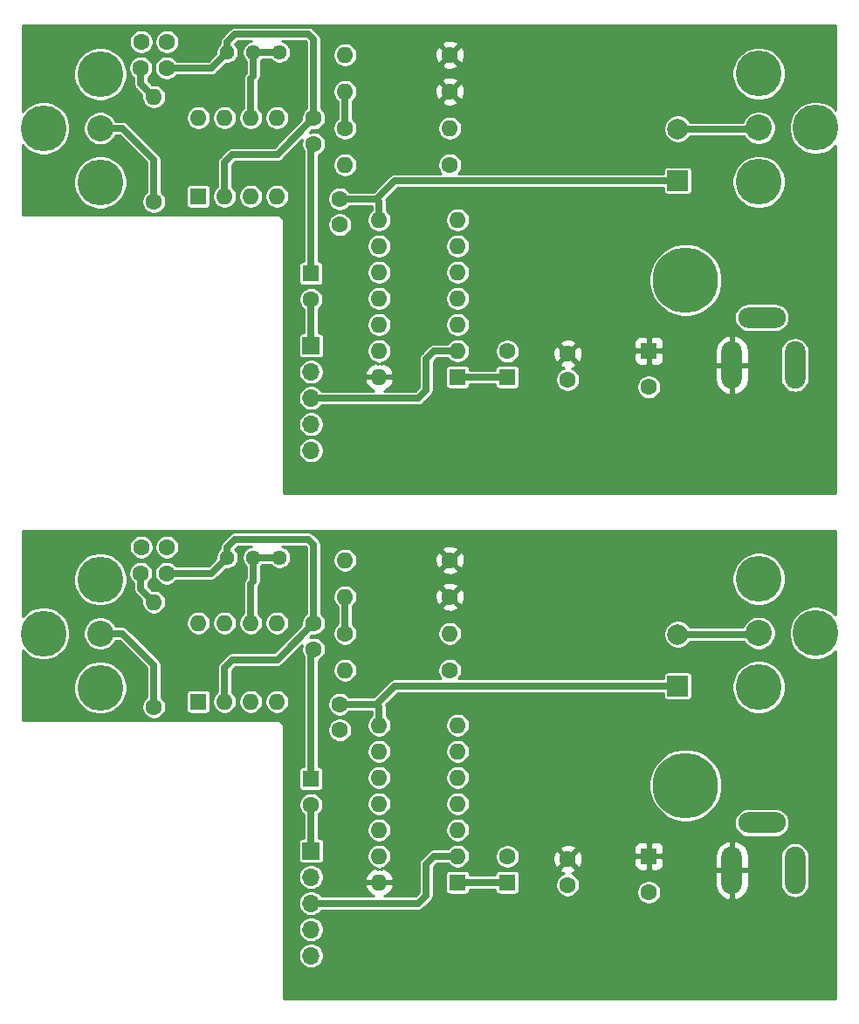
<source format=gtl>
%MOIN*%
%OFA0B0*%
%FSLAX46Y46*%
%IPPOS*%
%LPD*%
%ADD10C,0.1*%
%ADD11C,0.17500000000000002*%
%ADD12R,0.062992125984251982X0.062992125984251982*%
%ADD13O,0.062992125984251982X0.062992125984251982*%
%ADD14C,0.062992125984251982*%
%ADD15C,0.25*%
%ADD16R,0.066929133858267723X0.066929133858267723*%
%ADD17O,0.066929133858267723X0.066929133858267723*%
%ADD18R,0.07874015748031496X0.07874015748031496*%
%ADD19C,0.07874015748031496*%
%ADD20O,0.07874015748031496X0.18110236220472439*%
%ADD21O,0.18110236220472439X0.07874015748031496*%
%ADD22C,0.056692913385826771*%
%ADD23C,0.025*%
%ADD24C,0.01*%
%ADD25C,0.006000000000000001*%
%ADD36C,0.1*%
%ADD37C,0.17500000000000002*%
%ADD38R,0.062992125984251982X0.062992125984251982*%
%ADD39O,0.062992125984251982X0.062992125984251982*%
%ADD40C,0.062992125984251982*%
%ADD41C,0.25*%
%ADD42R,0.066929133858267723X0.066929133858267723*%
%ADD43O,0.066929133858267723X0.066929133858267723*%
%ADD44R,0.07874015748031496X0.07874015748031496*%
%ADD45C,0.07874015748031496*%
%ADD46O,0.07874015748031496X0.18110236220472439*%
%ADD47O,0.18110236220472439X0.07874015748031496*%
%ADD48C,0.056692913385826771*%
%ADD49C,0.025*%
%ADD50C,0.01*%
%ADD51C,0.006000000000000001*%
%LPD*%
G01*
D10*
X-0001259842Y0003661417D02*
X0000335944Y0001430929D03*
D11*
X0000335944Y0001637429D03*
X0000335944Y0001224429D03*
X0000118944Y0001430929D03*
D10*
X0002850590Y0001432543D03*
D11*
X0002850590Y0001226043D03*
X0002850590Y0001639043D03*
X0003067590Y0001432543D03*
D12*
X0000710944Y0001170929D03*
D13*
X0001010944Y0001470929D03*
X0000810944Y0001170929D03*
X0000910944Y0001470929D03*
X0000910944Y0001170929D03*
X0000810944Y0001470929D03*
X0001010944Y0001170929D03*
X0000710944Y0001470929D03*
X0001270944Y0001710929D03*
D14*
X0001670944Y0001710929D03*
D13*
X0001670944Y0001430929D03*
D14*
X0001270944Y0001430929D03*
X0000540944Y0001150929D03*
D13*
X0000540944Y0001550929D03*
D12*
X0002430944Y0000580929D03*
D14*
X0002430944Y0000443133D03*
D15*
X0002570944Y0000850929D03*
D16*
X0001140944Y0000600929D03*
D17*
X0001140944Y0000500929D03*
X0001140944Y0000400929D03*
X0001140944Y0000300929D03*
X0001140944Y0000200929D03*
D14*
X0001250944Y0001160929D03*
X0001250944Y0001062503D03*
D12*
X0001700944Y0000480929D03*
D13*
X0001400944Y0001080929D03*
X0001700944Y0000580929D03*
X0001400944Y0000980929D03*
X0001700944Y0000680929D03*
X0001400944Y0000880929D03*
X0001700944Y0000780929D03*
X0001400944Y0000780929D03*
X0001700944Y0000880929D03*
X0001400944Y0000680929D03*
X0001700944Y0000980929D03*
X0001400944Y0000580929D03*
X0001700944Y0001080929D03*
X0001400944Y0000480929D03*
D14*
X0000590944Y0001760929D03*
X0000492519Y0001760929D03*
X0001150944Y0001469354D03*
X0001150944Y0001370929D03*
X0001670944Y0001570929D03*
D13*
X0001270944Y0001570929D03*
D14*
X0001670944Y0001290929D03*
D13*
X0001270944Y0001290929D03*
D14*
X0001140944Y0000777503D03*
D12*
X0001140944Y0000875929D03*
X0001890944Y0000480929D03*
D14*
X0001890944Y0000579354D03*
D18*
X0002540944Y0001230929D03*
D19*
X0002540944Y0001427779D03*
D14*
X0002120944Y0000470929D03*
X0002120944Y0000569354D03*
D20*
X0002988385Y0000527031D03*
X0002748228Y0000527031D03*
D21*
X0002862401Y0000708133D03*
D22*
X0001020944Y0001720929D03*
X0000920944Y0001720929D03*
X0000820944Y0001720929D03*
D14*
X0000490944Y0001660929D03*
X0000589370Y0001660929D03*
D23*
X0000540944Y0001150929D02*
X0000540944Y0001310929D01*
X0000420944Y0001430929D02*
X0000335944Y0001430929D01*
X0000540944Y0001310929D02*
X0000420944Y0001430929D01*
X0002845826Y0001427779D02*
X0002850590Y0001432543D01*
X0002540944Y0001427779D02*
X0002845826Y0001427779D01*
X0001140944Y0000600929D02*
X0001140944Y0000777503D01*
X0001400944Y0001080929D02*
X0001400944Y0001150929D01*
X0001390944Y0001160929D02*
X0001400944Y0001150929D01*
X0001250944Y0001160929D02*
X0001390944Y0001160929D01*
X0001460944Y0001230929D02*
X0001390944Y0001160929D01*
X0002540944Y0001230929D02*
X0001460944Y0001230929D01*
X0001140944Y0000400929D02*
X0001550944Y0000400929D01*
X0001550944Y0000400929D02*
X0001580944Y0000430929D01*
X0001580944Y0000430929D02*
X0001580944Y0000550929D01*
X0001610944Y0000580929D02*
X0001700944Y0000580929D01*
X0001580944Y0000550929D02*
X0001610944Y0000580929D01*
X0001270944Y0001570929D02*
X0001270944Y0001430929D01*
X0001150944Y0001770929D02*
X0001150944Y0001469354D01*
X0001130944Y0001790929D02*
X0001150944Y0001770929D01*
X0000810944Y0001170929D02*
X0000810944Y0001300929D01*
X0000810944Y0001300929D02*
X0000840944Y0001330929D01*
X0001012519Y0001330929D02*
X0001150944Y0001469354D01*
X0000840944Y0001330929D02*
X0001012519Y0001330929D01*
X0000820944Y0001720929D02*
X0000820944Y0001760929D01*
X0000820944Y0001760929D02*
X0000850944Y0001790929D01*
X0000850944Y0001790929D02*
X0001130944Y0001790929D01*
X0000760944Y0001660929D02*
X0000820944Y0001720929D01*
X0000589370Y0001660929D02*
X0000760944Y0001660929D01*
X0001140944Y0001360929D02*
X0001150944Y0001370929D01*
X0001140944Y0000875929D02*
X0001140944Y0001360929D01*
X0000910944Y0001470929D02*
X0000910944Y0001620929D01*
X0000920944Y0001630929D02*
X0000920944Y0001720929D01*
X0000910944Y0001620929D02*
X0000920944Y0001630929D01*
X0001020944Y0001720929D02*
X0000920944Y0001720929D01*
X0001700944Y0000480929D02*
X0001890944Y0000480929D01*
X0000490944Y0001600929D02*
X0000540944Y0001550929D01*
X0000490944Y0001660929D02*
X0000490944Y0001600929D01*
D24*
X0003143051Y0001502039D02*
X0003132930Y0001512160D01*
X0003116142Y0001523377D01*
X0003097488Y0001531104D01*
X0003077685Y0001535043D01*
X0003057495Y0001535043D01*
X0003037692Y0001531104D01*
X0003019038Y0001523377D01*
X0003002250Y0001512160D01*
X0002987973Y0001497883D01*
X0002976756Y0001481095D01*
X0002969029Y0001462441D01*
X0002965090Y0001442638D01*
X0002965090Y0001422447D01*
X0002969029Y0001402645D01*
X0002976756Y0001383991D01*
X0002987973Y0001367203D01*
X0003002250Y0001352926D01*
X0003019038Y0001341708D01*
X0003037692Y0001333982D01*
X0003057495Y0001330043D01*
X0003077685Y0001330043D01*
X0003097488Y0001333982D01*
X0003116142Y0001341708D01*
X0003132930Y0001352926D01*
X0003143051Y0001363047D01*
X0003143051Y0000037720D01*
X0001035944Y0000037720D01*
X0001035944Y0000205702D01*
X0001092480Y0000205702D01*
X0001092480Y0000196155D01*
X0001094342Y0000186792D01*
X0001097996Y0000177972D01*
X0001103300Y0000170034D01*
X0001110050Y0000163284D01*
X0001117988Y0000157980D01*
X0001126808Y0000154327D01*
X0001136171Y0000152464D01*
X0001145718Y0000152464D01*
X0001155081Y0000154327D01*
X0001163901Y0000157980D01*
X0001171839Y0000163284D01*
X0001178589Y0000170034D01*
X0001183893Y0000177972D01*
X0001187546Y0000186792D01*
X0001189409Y0000196155D01*
X0001189409Y0000205702D01*
X0001187546Y0000215065D01*
X0001183893Y0000223885D01*
X0001178589Y0000231823D01*
X0001171839Y0000238574D01*
X0001163901Y0000243877D01*
X0001155081Y0000247531D01*
X0001145718Y0000249393D01*
X0001136171Y0000249393D01*
X0001126808Y0000247531D01*
X0001117988Y0000243877D01*
X0001110050Y0000238574D01*
X0001103300Y0000231823D01*
X0001097996Y0000223885D01*
X0001094342Y0000215065D01*
X0001092480Y0000205702D01*
X0001035944Y0000205702D01*
X0001035944Y0000305702D01*
X0001092480Y0000305702D01*
X0001092480Y0000296155D01*
X0001094342Y0000286792D01*
X0001097996Y0000277972D01*
X0001103300Y0000270034D01*
X0001110050Y0000263284D01*
X0001117988Y0000257980D01*
X0001126808Y0000254327D01*
X0001136171Y0000252464D01*
X0001145718Y0000252464D01*
X0001155081Y0000254327D01*
X0001163901Y0000257980D01*
X0001171839Y0000263284D01*
X0001178589Y0000270034D01*
X0001183893Y0000277972D01*
X0001187546Y0000286792D01*
X0001189409Y0000296155D01*
X0001189409Y0000305702D01*
X0001187546Y0000315065D01*
X0001183893Y0000323885D01*
X0001178589Y0000331823D01*
X0001171839Y0000338573D01*
X0001163901Y0000343877D01*
X0001155081Y0000347531D01*
X0001145718Y0000349393D01*
X0001136171Y0000349393D01*
X0001126808Y0000347531D01*
X0001117988Y0000343877D01*
X0001110050Y0000338573D01*
X0001103300Y0000331823D01*
X0001097996Y0000323885D01*
X0001094342Y0000315065D01*
X0001092480Y0000305702D01*
X0001035944Y0000305702D01*
X0001035944Y0000405702D01*
X0001092480Y0000405702D01*
X0001092480Y0000396155D01*
X0001094342Y0000386792D01*
X0001097996Y0000377972D01*
X0001103300Y0000370034D01*
X0001110050Y0000363284D01*
X0001117988Y0000357980D01*
X0001126808Y0000354327D01*
X0001136171Y0000352464D01*
X0001145718Y0000352464D01*
X0001155081Y0000354327D01*
X0001163901Y0000357980D01*
X0001171839Y0000363284D01*
X0001178589Y0000370034D01*
X0001180857Y0000373429D01*
X0001549594Y0000373429D01*
X0001550944Y0000373296D01*
X0001552295Y0000373429D01*
X0001552295Y0000373429D01*
X0001556335Y0000373827D01*
X0001561519Y0000375399D01*
X0001566296Y0000377953D01*
X0001570484Y0000381389D01*
X0001571345Y0000382438D01*
X0001599435Y0000410528D01*
X0001600484Y0000411389D01*
X0001601345Y0000412438D01*
X0001601345Y0000412438D01*
X0001603920Y0000415576D01*
X0001606474Y0000420354D01*
X0001606474Y0000420354D01*
X0001608046Y0000425538D01*
X0001608444Y0000429578D01*
X0001608444Y0000429578D01*
X0001608577Y0000430929D01*
X0001608444Y0000432279D01*
X0001608444Y0000512425D01*
X0001654376Y0000512425D01*
X0001654376Y0000449433D01*
X0001654665Y0000446492D01*
X0001655523Y0000443665D01*
X0001656916Y0000441059D01*
X0001658790Y0000438775D01*
X0001661074Y0000436900D01*
X0001663680Y0000435507D01*
X0001666508Y0000434650D01*
X0001669448Y0000434360D01*
X0001732440Y0000434360D01*
X0001735381Y0000434650D01*
X0001738208Y0000435507D01*
X0001740814Y0000436900D01*
X0001743098Y0000438775D01*
X0001744973Y0000441059D01*
X0001746366Y0000443665D01*
X0001747223Y0000446492D01*
X0001747513Y0000449433D01*
X0001747513Y0000453429D01*
X0001844376Y0000453429D01*
X0001844376Y0000449433D01*
X0001844665Y0000446492D01*
X0001845523Y0000443665D01*
X0001846916Y0000441059D01*
X0001848790Y0000438775D01*
X0001851074Y0000436900D01*
X0001853680Y0000435507D01*
X0001856508Y0000434650D01*
X0001859448Y0000434360D01*
X0001922440Y0000434360D01*
X0001925381Y0000434650D01*
X0001928208Y0000435507D01*
X0001930814Y0000436900D01*
X0001933098Y0000438775D01*
X0001934973Y0000441059D01*
X0001936366Y0000443665D01*
X0001937223Y0000446492D01*
X0001937513Y0000449433D01*
X0001937513Y0000475508D01*
X0002074448Y0000475508D01*
X0002074448Y0000466349D01*
X0002076235Y0000457366D01*
X0002079740Y0000448904D01*
X0002084829Y0000441289D01*
X0002091305Y0000434813D01*
X0002098920Y0000429724D01*
X0002107382Y0000426219D01*
X0002116365Y0000424433D01*
X0002125524Y0000424433D01*
X0002134507Y0000426219D01*
X0002142969Y0000429724D01*
X0002150584Y0000434813D01*
X0002157060Y0000441289D01*
X0002161352Y0000447713D01*
X0002384448Y0000447713D01*
X0002384448Y0000438554D01*
X0002386235Y0000429571D01*
X0002389740Y0000421109D01*
X0002394829Y0000413494D01*
X0002401305Y0000407017D01*
X0002408920Y0000401929D01*
X0002417382Y0000398424D01*
X0002426365Y0000396637D01*
X0002435524Y0000396637D01*
X0002444507Y0000398424D01*
X0002452969Y0000401929D01*
X0002460584Y0000407017D01*
X0002467060Y0000413494D01*
X0002472149Y0000421109D01*
X0002475654Y0000429571D01*
X0002477440Y0000438554D01*
X0002477440Y0000447713D01*
X0002475654Y0000456696D01*
X0002472149Y0000465157D01*
X0002467060Y0000472773D01*
X0002460584Y0000479249D01*
X0002452969Y0000484338D01*
X0002444507Y0000487843D01*
X0002435524Y0000489629D01*
X0002426365Y0000489629D01*
X0002417382Y0000487843D01*
X0002408920Y0000484338D01*
X0002401305Y0000479249D01*
X0002394829Y0000472773D01*
X0002389740Y0000465157D01*
X0002386235Y0000456696D01*
X0002384448Y0000447713D01*
X0002161352Y0000447713D01*
X0002162149Y0000448904D01*
X0002165654Y0000457366D01*
X0002167440Y0000466349D01*
X0002167440Y0000475508D01*
X0002165654Y0000484491D01*
X0002162149Y0000492953D01*
X0002157060Y0000500568D01*
X0002150584Y0000507044D01*
X0002142969Y0000512133D01*
X0002136365Y0000514868D01*
X0002145208Y0000518031D01*
X0002150138Y0000520666D01*
X0002150538Y0000522031D01*
X0002683858Y0000522031D01*
X0002683858Y0000470850D01*
X0002686070Y0000458388D01*
X0002690671Y0000446597D01*
X0002697484Y0000435930D01*
X0002706247Y0000426798D01*
X0002716623Y0000419550D01*
X0002728214Y0000414466D01*
X0002733250Y0000413247D01*
X0002743228Y0000417945D01*
X0002743228Y0000522031D01*
X0002753228Y0000522031D01*
X0002753228Y0000417945D01*
X0002763206Y0000413247D01*
X0002768242Y0000414466D01*
X0002779833Y0000419550D01*
X0002790209Y0000426798D01*
X0002798972Y0000435930D01*
X0002805785Y0000446597D01*
X0002810386Y0000458388D01*
X0002812598Y0000470850D01*
X0002812598Y0000473179D01*
X0002934015Y0000473179D01*
X0002934802Y0000465192D01*
X0002937911Y0000454943D01*
X0002942960Y0000445497D01*
X0002949754Y0000437218D01*
X0002958033Y0000430424D01*
X0002967478Y0000425375D01*
X0002977727Y0000422267D01*
X0002988385Y0000421217D01*
X0002999044Y0000422267D01*
X0003009292Y0000425375D01*
X0003018738Y0000430424D01*
X0003027017Y0000437218D01*
X0003033811Y0000445497D01*
X0003038860Y0000454943D01*
X0003041969Y0000465192D01*
X0003042755Y0000473179D01*
X0003042755Y0000580883D01*
X0003041969Y0000588870D01*
X0003038860Y0000599119D01*
X0003033811Y0000608565D01*
X0003027017Y0000616844D01*
X0003018738Y0000623638D01*
X0003009293Y0000628687D01*
X0002999044Y0000631795D01*
X0002988385Y0000632845D01*
X0002977727Y0000631795D01*
X0002967478Y0000628687D01*
X0002958033Y0000623638D01*
X0002949754Y0000616844D01*
X0002942960Y0000608565D01*
X0002937911Y0000599119D01*
X0002934802Y0000588870D01*
X0002934015Y0000580883D01*
X0002934015Y0000473179D01*
X0002812598Y0000473179D01*
X0002812598Y0000522031D01*
X0002753228Y0000522031D01*
X0002743228Y0000522031D01*
X0002683858Y0000522031D01*
X0002150538Y0000522031D01*
X0002152956Y0000530271D01*
X0002120944Y0000562283D01*
X0002088933Y0000530271D01*
X0002091751Y0000520666D01*
X0002101810Y0000515906D01*
X0002105685Y0000514935D01*
X0002098920Y0000512133D01*
X0002091305Y0000507044D01*
X0002084829Y0000500568D01*
X0002079740Y0000492953D01*
X0002076235Y0000484491D01*
X0002074448Y0000475508D01*
X0001937513Y0000475508D01*
X0001937513Y0000512425D01*
X0001937223Y0000515365D01*
X0001936366Y0000518193D01*
X0001934973Y0000520799D01*
X0001933098Y0000523083D01*
X0001930814Y0000524957D01*
X0001928208Y0000526350D01*
X0001925381Y0000527208D01*
X0001922440Y0000527497D01*
X0001859448Y0000527497D01*
X0001856508Y0000527208D01*
X0001853680Y0000526350D01*
X0001851074Y0000524957D01*
X0001848790Y0000523083D01*
X0001846916Y0000520799D01*
X0001845523Y0000518193D01*
X0001844665Y0000515365D01*
X0001844376Y0000512425D01*
X0001844376Y0000508429D01*
X0001747513Y0000508429D01*
X0001747513Y0000512425D01*
X0001747223Y0000515365D01*
X0001746366Y0000518193D01*
X0001744973Y0000520799D01*
X0001743098Y0000523083D01*
X0001740814Y0000524957D01*
X0001738208Y0000526350D01*
X0001735381Y0000527208D01*
X0001732440Y0000527497D01*
X0001669448Y0000527497D01*
X0001666508Y0000527208D01*
X0001663680Y0000526350D01*
X0001661074Y0000524957D01*
X0001658790Y0000523083D01*
X0001656916Y0000520799D01*
X0001655523Y0000518193D01*
X0001654665Y0000515365D01*
X0001654376Y0000512425D01*
X0001608444Y0000512425D01*
X0001608444Y0000539538D01*
X0001622335Y0000553429D01*
X0001663399Y0000553429D01*
X0001664829Y0000551289D01*
X0001671305Y0000544813D01*
X0001678920Y0000539724D01*
X0001687382Y0000536219D01*
X0001696365Y0000534433D01*
X0001705524Y0000534433D01*
X0001714507Y0000536219D01*
X0001722969Y0000539724D01*
X0001730584Y0000544813D01*
X0001737060Y0000551289D01*
X0001742149Y0000558904D01*
X0001745654Y0000567366D01*
X0001747440Y0000576349D01*
X0001747440Y0000583933D01*
X0001844448Y0000583933D01*
X0001844448Y0000574774D01*
X0001846235Y0000565791D01*
X0001849740Y0000557330D01*
X0001854829Y0000549714D01*
X0001861305Y0000543238D01*
X0001868920Y0000538150D01*
X0001877382Y0000534645D01*
X0001886365Y0000532858D01*
X0001895524Y0000532858D01*
X0001904507Y0000534645D01*
X0001912968Y0000538150D01*
X0001920584Y0000543238D01*
X0001927060Y0000549714D01*
X0001932149Y0000557330D01*
X0001935654Y0000565791D01*
X0001935810Y0000566578D01*
X0002064243Y0000566578D01*
X0002065874Y0000555569D01*
X0002069621Y0000545090D01*
X0002072257Y0000540160D01*
X0002081862Y0000537342D01*
X0002113873Y0000569354D01*
X0002128015Y0000569354D01*
X0002160027Y0000537342D01*
X0002169632Y0000540160D01*
X0002174020Y0000549433D01*
X0002374327Y0000549433D01*
X0002374810Y0000544532D01*
X0002376240Y0000539819D01*
X0002378561Y0000535476D01*
X0002381685Y0000531669D01*
X0002385492Y0000528545D01*
X0002389835Y0000526224D01*
X0002394547Y0000524794D01*
X0002399448Y0000524312D01*
X0002419694Y0000524433D01*
X0002425944Y0000530683D01*
X0002425944Y0000575929D01*
X0002435944Y0000575929D01*
X0002435944Y0000530683D01*
X0002442194Y0000524433D01*
X0002462440Y0000524312D01*
X0002467341Y0000524794D01*
X0002472054Y0000526224D01*
X0002476397Y0000528545D01*
X0002480204Y0000531669D01*
X0002483328Y0000535476D01*
X0002485649Y0000539819D01*
X0002487079Y0000544532D01*
X0002487561Y0000549433D01*
X0002487440Y0000569679D01*
X0002481190Y0000575929D01*
X0002435944Y0000575929D01*
X0002425944Y0000575929D01*
X0002380698Y0000575929D01*
X0002374448Y0000569679D01*
X0002374327Y0000549433D01*
X0002174020Y0000549433D01*
X0002174392Y0000550220D01*
X0002177098Y0000561015D01*
X0002177646Y0000572130D01*
X0002176015Y0000583138D01*
X0002175988Y0000583212D01*
X0002683858Y0000583212D01*
X0002683858Y0000532031D01*
X0002743228Y0000532031D01*
X0002743228Y0000636117D01*
X0002753228Y0000636117D01*
X0002753228Y0000532031D01*
X0002812598Y0000532031D01*
X0002812598Y0000583212D01*
X0002810386Y0000595674D01*
X0002805785Y0000607465D01*
X0002798972Y0000618132D01*
X0002790209Y0000627264D01*
X0002779833Y0000634512D01*
X0002768242Y0000639596D01*
X0002763206Y0000640815D01*
X0002753228Y0000636117D01*
X0002743228Y0000636117D01*
X0002733250Y0000640815D01*
X0002728214Y0000639596D01*
X0002716623Y0000634512D01*
X0002706247Y0000627264D01*
X0002697484Y0000618132D01*
X0002690671Y0000607465D01*
X0002686070Y0000595674D01*
X0002683858Y0000583212D01*
X0002175988Y0000583212D01*
X0002172267Y0000593617D01*
X0002169632Y0000598547D01*
X0002160027Y0000601366D01*
X0002128015Y0000569354D01*
X0002113873Y0000569354D01*
X0002081862Y0000601366D01*
X0002072257Y0000598547D01*
X0002067497Y0000588488D01*
X0002064791Y0000577693D01*
X0002064243Y0000566578D01*
X0001935810Y0000566578D01*
X0001937440Y0000574774D01*
X0001937440Y0000583933D01*
X0001935654Y0000592916D01*
X0001932149Y0000601378D01*
X0001927432Y0000608437D01*
X0002088933Y0000608437D01*
X0002120944Y0000576425D01*
X0002152956Y0000608437D01*
X0002151786Y0000612425D01*
X0002374327Y0000612425D01*
X0002374448Y0000592179D01*
X0002380698Y0000585929D01*
X0002425944Y0000585929D01*
X0002425944Y0000631175D01*
X0002435944Y0000631175D01*
X0002435944Y0000585929D01*
X0002481190Y0000585929D01*
X0002487440Y0000592179D01*
X0002487561Y0000612425D01*
X0002487079Y0000617326D01*
X0002485649Y0000622038D01*
X0002483328Y0000626381D01*
X0002480204Y0000630188D01*
X0002476397Y0000633312D01*
X0002472054Y0000635633D01*
X0002467341Y0000637063D01*
X0002462440Y0000637546D01*
X0002442194Y0000637425D01*
X0002435944Y0000631175D01*
X0002425944Y0000631175D01*
X0002419694Y0000637425D01*
X0002399448Y0000637546D01*
X0002394547Y0000637063D01*
X0002389835Y0000635633D01*
X0002385492Y0000633312D01*
X0002381685Y0000630188D01*
X0002378561Y0000626381D01*
X0002376240Y0000622038D01*
X0002374810Y0000617326D01*
X0002374327Y0000612425D01*
X0002151786Y0000612425D01*
X0002150138Y0000618042D01*
X0002140078Y0000622801D01*
X0002129284Y0000625507D01*
X0002118168Y0000626055D01*
X0002107160Y0000624424D01*
X0002096681Y0000620677D01*
X0002091751Y0000618042D01*
X0002088933Y0000608437D01*
X0001927432Y0000608437D01*
X0001927060Y0000608993D01*
X0001920584Y0000615470D01*
X0001912968Y0000620558D01*
X0001904507Y0000624063D01*
X0001895524Y0000625850D01*
X0001886365Y0000625850D01*
X0001877382Y0000624063D01*
X0001868920Y0000620558D01*
X0001861305Y0000615470D01*
X0001854829Y0000608993D01*
X0001849740Y0000601378D01*
X0001846235Y0000592916D01*
X0001844448Y0000583933D01*
X0001747440Y0000583933D01*
X0001747440Y0000585508D01*
X0001745654Y0000594491D01*
X0001742149Y0000602953D01*
X0001737060Y0000610568D01*
X0001730584Y0000617044D01*
X0001722969Y0000622133D01*
X0001714507Y0000625638D01*
X0001705524Y0000627425D01*
X0001696365Y0000627425D01*
X0001687382Y0000625638D01*
X0001678920Y0000622133D01*
X0001671305Y0000617044D01*
X0001664829Y0000610568D01*
X0001663399Y0000608429D01*
X0001612295Y0000608429D01*
X0001610944Y0000608562D01*
X0001609594Y0000608429D01*
X0001609594Y0000608429D01*
X0001605553Y0000608031D01*
X0001600370Y0000606458D01*
X0001598146Y0000605270D01*
X0001595592Y0000603905D01*
X0001592454Y0000601329D01*
X0001592454Y0000601329D01*
X0001591405Y0000600468D01*
X0001590544Y0000599419D01*
X0001562454Y0000571329D01*
X0001561405Y0000570468D01*
X0001560544Y0000569419D01*
X0001560544Y0000569419D01*
X0001557968Y0000566281D01*
X0001555415Y0000561503D01*
X0001554683Y0000559090D01*
X0001553842Y0000556320D01*
X0001553444Y0000552279D01*
X0001553311Y0000550929D01*
X0001553444Y0000549578D01*
X0001553444Y0000442319D01*
X0001539554Y0000428429D01*
X0001421108Y0000428429D01*
X0001425113Y0000429863D01*
X0001434611Y0000435559D01*
X0001442815Y0000442999D01*
X0001449410Y0000451896D01*
X0001454143Y0000461909D01*
X0001455744Y0000467187D01*
X0001450941Y0000475929D01*
X0001405944Y0000475929D01*
X0001405944Y0000475141D01*
X0001395944Y0000475141D01*
X0001395944Y0000475929D01*
X0001350948Y0000475929D01*
X0001346145Y0000467187D01*
X0001347746Y0000461909D01*
X0001352478Y0000451896D01*
X0001359074Y0000442999D01*
X0001367278Y0000435559D01*
X0001376776Y0000429863D01*
X0001380781Y0000428429D01*
X0001180857Y0000428429D01*
X0001178589Y0000431823D01*
X0001171839Y0000438574D01*
X0001163901Y0000443877D01*
X0001155081Y0000447531D01*
X0001145718Y0000449393D01*
X0001136171Y0000449393D01*
X0001126808Y0000447531D01*
X0001117988Y0000443877D01*
X0001110050Y0000438574D01*
X0001103300Y0000431823D01*
X0001097996Y0000423885D01*
X0001094342Y0000415065D01*
X0001092480Y0000405702D01*
X0001035944Y0000405702D01*
X0001035944Y0000505702D01*
X0001092480Y0000505702D01*
X0001092480Y0000496155D01*
X0001094342Y0000486792D01*
X0001097996Y0000477972D01*
X0001103300Y0000470034D01*
X0001110050Y0000463284D01*
X0001117988Y0000457980D01*
X0001126808Y0000454327D01*
X0001136171Y0000452464D01*
X0001145718Y0000452464D01*
X0001155081Y0000454327D01*
X0001163901Y0000457980D01*
X0001171839Y0000463284D01*
X0001178589Y0000470034D01*
X0001183893Y0000477972D01*
X0001187546Y0000486792D01*
X0001189114Y0000494670D01*
X0001346145Y0000494670D01*
X0001350948Y0000485929D01*
X0001395944Y0000485929D01*
X0001395944Y0000486716D01*
X0001405944Y0000486716D01*
X0001405944Y0000485929D01*
X0001450941Y0000485929D01*
X0001455744Y0000494670D01*
X0001454143Y0000499948D01*
X0001449410Y0000509961D01*
X0001442815Y0000518858D01*
X0001434611Y0000526298D01*
X0001425113Y0000531994D01*
X0001414686Y0000535728D01*
X0001405944Y0000530953D01*
X0001405944Y0000534516D01*
X0001414507Y0000536219D01*
X0001422968Y0000539724D01*
X0001430584Y0000544813D01*
X0001437060Y0000551289D01*
X0001442149Y0000558904D01*
X0001445654Y0000567366D01*
X0001447440Y0000576349D01*
X0001447440Y0000585508D01*
X0001445654Y0000594491D01*
X0001442149Y0000602953D01*
X0001437060Y0000610568D01*
X0001430584Y0000617044D01*
X0001422968Y0000622133D01*
X0001414507Y0000625638D01*
X0001405524Y0000627425D01*
X0001396365Y0000627425D01*
X0001387382Y0000625638D01*
X0001378920Y0000622133D01*
X0001371305Y0000617044D01*
X0001364829Y0000610568D01*
X0001359740Y0000602953D01*
X0001356235Y0000594491D01*
X0001354448Y0000585508D01*
X0001354448Y0000576349D01*
X0001356235Y0000567366D01*
X0001359740Y0000558904D01*
X0001364829Y0000551289D01*
X0001371305Y0000544813D01*
X0001378920Y0000539724D01*
X0001387382Y0000536219D01*
X0001395944Y0000534516D01*
X0001395944Y0000530953D01*
X0001387203Y0000535728D01*
X0001376776Y0000531994D01*
X0001367278Y0000526298D01*
X0001359074Y0000518858D01*
X0001352478Y0000509961D01*
X0001347746Y0000499948D01*
X0001346145Y0000494670D01*
X0001189114Y0000494670D01*
X0001189409Y0000496155D01*
X0001189409Y0000505702D01*
X0001187546Y0000515065D01*
X0001183893Y0000523885D01*
X0001178589Y0000531823D01*
X0001171839Y0000538573D01*
X0001163901Y0000543877D01*
X0001155081Y0000547531D01*
X0001145718Y0000549393D01*
X0001136171Y0000549393D01*
X0001126808Y0000547531D01*
X0001117988Y0000543877D01*
X0001110050Y0000538573D01*
X0001103300Y0000531823D01*
X0001097996Y0000523885D01*
X0001094342Y0000515065D01*
X0001092480Y0000505702D01*
X0001035944Y0000505702D01*
X0001035944Y0000634393D01*
X0001092407Y0000634393D01*
X0001092407Y0000567464D01*
X0001092697Y0000564524D01*
X0001093555Y0000561696D01*
X0001094947Y0000559090D01*
X0001096822Y0000556806D01*
X0001099106Y0000554932D01*
X0001101712Y0000553539D01*
X0001104539Y0000552681D01*
X0001107480Y0000552391D01*
X0001174409Y0000552391D01*
X0001177349Y0000552681D01*
X0001180177Y0000553539D01*
X0001182783Y0000554932D01*
X0001185067Y0000556806D01*
X0001186941Y0000559090D01*
X0001188334Y0000561696D01*
X0001189192Y0000564524D01*
X0001189482Y0000567464D01*
X0001189482Y0000634393D01*
X0001189192Y0000637334D01*
X0001188334Y0000640161D01*
X0001186941Y0000642767D01*
X0001185067Y0000645051D01*
X0001182783Y0000646926D01*
X0001180177Y0000648318D01*
X0001177349Y0000649176D01*
X0001174409Y0000649466D01*
X0001168444Y0000649466D01*
X0001168444Y0000685508D01*
X0001354448Y0000685508D01*
X0001354448Y0000676349D01*
X0001356235Y0000667366D01*
X0001359740Y0000658905D01*
X0001364829Y0000651289D01*
X0001371305Y0000644813D01*
X0001378920Y0000639724D01*
X0001387382Y0000636219D01*
X0001396365Y0000634433D01*
X0001405524Y0000634433D01*
X0001414507Y0000636219D01*
X0001422968Y0000639724D01*
X0001430584Y0000644813D01*
X0001437060Y0000651289D01*
X0001442149Y0000658905D01*
X0001445654Y0000667366D01*
X0001447440Y0000676349D01*
X0001447440Y0000685508D01*
X0001654448Y0000685508D01*
X0001654448Y0000676349D01*
X0001656235Y0000667366D01*
X0001659740Y0000658905D01*
X0001664829Y0000651289D01*
X0001671305Y0000644813D01*
X0001678920Y0000639724D01*
X0001687382Y0000636219D01*
X0001696365Y0000634433D01*
X0001705524Y0000634433D01*
X0001714507Y0000636219D01*
X0001722969Y0000639724D01*
X0001730584Y0000644813D01*
X0001737060Y0000651289D01*
X0001742149Y0000658905D01*
X0001745654Y0000667366D01*
X0001747440Y0000676349D01*
X0001747440Y0000685508D01*
X0001745654Y0000694491D01*
X0001742149Y0000702953D01*
X0001738687Y0000708133D01*
X0002756587Y0000708133D01*
X0002757637Y0000697475D01*
X0002760746Y0000687226D01*
X0002765794Y0000677781D01*
X0002772589Y0000669502D01*
X0002780867Y0000662708D01*
X0002790313Y0000657659D01*
X0002800562Y0000654550D01*
X0002808549Y0000653763D01*
X0002916253Y0000653763D01*
X0002924241Y0000654550D01*
X0002934489Y0000657659D01*
X0002943935Y0000662708D01*
X0002952214Y0000669502D01*
X0002959008Y0000677781D01*
X0002964057Y0000687226D01*
X0002967166Y0000697475D01*
X0002968215Y0000708133D01*
X0002967166Y0000718792D01*
X0002964057Y0000729041D01*
X0002959008Y0000738486D01*
X0002952214Y0000746765D01*
X0002943935Y0000753559D01*
X0002934489Y0000758608D01*
X0002924241Y0000761717D01*
X0002916253Y0000762503D01*
X0002808549Y0000762503D01*
X0002800562Y0000761717D01*
X0002790313Y0000758608D01*
X0002780867Y0000753559D01*
X0002772589Y0000746765D01*
X0002765794Y0000738486D01*
X0002760746Y0000729041D01*
X0002757637Y0000718792D01*
X0002756587Y0000708133D01*
X0001738687Y0000708133D01*
X0001737060Y0000710568D01*
X0001730584Y0000717044D01*
X0001722969Y0000722133D01*
X0001714507Y0000725638D01*
X0001705524Y0000727425D01*
X0001696365Y0000727425D01*
X0001687382Y0000725638D01*
X0001678920Y0000722133D01*
X0001671305Y0000717044D01*
X0001664829Y0000710568D01*
X0001659740Y0000702953D01*
X0001656235Y0000694491D01*
X0001654448Y0000685508D01*
X0001447440Y0000685508D01*
X0001445654Y0000694491D01*
X0001442149Y0000702953D01*
X0001437060Y0000710568D01*
X0001430584Y0000717044D01*
X0001422968Y0000722133D01*
X0001414507Y0000725638D01*
X0001405524Y0000727425D01*
X0001396365Y0000727425D01*
X0001387382Y0000725638D01*
X0001378920Y0000722133D01*
X0001371305Y0000717044D01*
X0001364829Y0000710568D01*
X0001359740Y0000702953D01*
X0001356235Y0000694491D01*
X0001354448Y0000685508D01*
X0001168444Y0000685508D01*
X0001168444Y0000739958D01*
X0001170584Y0000741388D01*
X0001177060Y0000747864D01*
X0001182149Y0000755479D01*
X0001185654Y0000763941D01*
X0001187440Y0000772924D01*
X0001187440Y0000782083D01*
X0001186759Y0000785508D01*
X0001354448Y0000785508D01*
X0001354448Y0000776349D01*
X0001356235Y0000767366D01*
X0001359740Y0000758904D01*
X0001364829Y0000751289D01*
X0001371305Y0000744813D01*
X0001378920Y0000739724D01*
X0001387382Y0000736219D01*
X0001396365Y0000734433D01*
X0001405524Y0000734433D01*
X0001414507Y0000736219D01*
X0001422968Y0000739724D01*
X0001430584Y0000744813D01*
X0001437060Y0000751289D01*
X0001442149Y0000758904D01*
X0001445654Y0000767366D01*
X0001447440Y0000776349D01*
X0001447440Y0000785508D01*
X0001654448Y0000785508D01*
X0001654448Y0000776349D01*
X0001656235Y0000767366D01*
X0001659740Y0000758904D01*
X0001664829Y0000751289D01*
X0001671305Y0000744813D01*
X0001678920Y0000739724D01*
X0001687382Y0000736219D01*
X0001696365Y0000734433D01*
X0001705524Y0000734433D01*
X0001714507Y0000736219D01*
X0001722969Y0000739724D01*
X0001730584Y0000744813D01*
X0001737060Y0000751289D01*
X0001742149Y0000758904D01*
X0001745654Y0000767366D01*
X0001747440Y0000776349D01*
X0001747440Y0000785508D01*
X0001745654Y0000794491D01*
X0001742149Y0000802953D01*
X0001737060Y0000810568D01*
X0001730584Y0000817044D01*
X0001722969Y0000822133D01*
X0001714507Y0000825638D01*
X0001705524Y0000827425D01*
X0001696365Y0000827425D01*
X0001687382Y0000825638D01*
X0001678920Y0000822133D01*
X0001671305Y0000817044D01*
X0001664829Y0000810568D01*
X0001659740Y0000802953D01*
X0001656235Y0000794491D01*
X0001654448Y0000785508D01*
X0001447440Y0000785508D01*
X0001445654Y0000794491D01*
X0001442149Y0000802953D01*
X0001437060Y0000810568D01*
X0001430584Y0000817044D01*
X0001422968Y0000822133D01*
X0001414507Y0000825638D01*
X0001405524Y0000827425D01*
X0001396365Y0000827425D01*
X0001387382Y0000825638D01*
X0001378920Y0000822133D01*
X0001371305Y0000817044D01*
X0001364829Y0000810568D01*
X0001359740Y0000802953D01*
X0001356235Y0000794491D01*
X0001354448Y0000785508D01*
X0001186759Y0000785508D01*
X0001185654Y0000791066D01*
X0001182149Y0000799528D01*
X0001177060Y0000807143D01*
X0001170584Y0000813619D01*
X0001162969Y0000818708D01*
X0001154507Y0000822213D01*
X0001145524Y0000823999D01*
X0001136365Y0000823999D01*
X0001127382Y0000822213D01*
X0001118920Y0000818708D01*
X0001111305Y0000813619D01*
X0001104829Y0000807143D01*
X0001099740Y0000799528D01*
X0001096235Y0000791066D01*
X0001094448Y0000782083D01*
X0001094448Y0000772924D01*
X0001096235Y0000763941D01*
X0001099740Y0000755479D01*
X0001104829Y0000747864D01*
X0001111305Y0000741388D01*
X0001113444Y0000739958D01*
X0001113444Y0000649466D01*
X0001107480Y0000649466D01*
X0001104539Y0000649176D01*
X0001101712Y0000648318D01*
X0001099106Y0000646926D01*
X0001096822Y0000645051D01*
X0001094947Y0000642767D01*
X0001093555Y0000640161D01*
X0001092697Y0000637334D01*
X0001092407Y0000634393D01*
X0001035944Y0000634393D01*
X0001035944Y0001080929D01*
X0001035848Y0001081904D01*
X0001035564Y0001082842D01*
X0001035102Y0001083706D01*
X0001034480Y0001084464D01*
X0001033722Y0001085086D01*
X0001032858Y0001085548D01*
X0001032168Y0001085757D01*
X0001031832Y0001086864D01*
X0001029743Y0001090773D01*
X0001026931Y0001094199D01*
X0001023505Y0001097011D01*
X0001019596Y0001099100D01*
X0001015355Y0001100387D01*
X0001012050Y0001100712D01*
X0001010944Y0001100821D01*
X0001009839Y0001100712D01*
X0000038444Y0001100712D01*
X0000038444Y0001234524D01*
X0000233444Y0001234524D01*
X0000233444Y0001214333D01*
X0000237383Y0001194530D01*
X0000245110Y0001175877D01*
X0000256327Y0001159089D01*
X0000270604Y0001144812D01*
X0000287392Y0001133594D01*
X0000306046Y0001125868D01*
X0000325849Y0001121929D01*
X0000346040Y0001121929D01*
X0000365843Y0001125868D01*
X0000384496Y0001133594D01*
X0000401284Y0001144812D01*
X0000415561Y0001159089D01*
X0000426779Y0001175877D01*
X0000434505Y0001194530D01*
X0000438444Y0001214333D01*
X0000438444Y0001234524D01*
X0000434505Y0001254327D01*
X0000426779Y0001272981D01*
X0000415561Y0001289769D01*
X0000401284Y0001304046D01*
X0000384496Y0001315263D01*
X0000365843Y0001322990D01*
X0000346040Y0001326929D01*
X0000325849Y0001326929D01*
X0000306046Y0001322990D01*
X0000287392Y0001315263D01*
X0000270604Y0001304046D01*
X0000256327Y0001289769D01*
X0000245110Y0001272981D01*
X0000237383Y0001254327D01*
X0000233444Y0001234524D01*
X0000038444Y0001234524D01*
X0000038444Y0001366910D01*
X0000039327Y0001365589D01*
X0000053604Y0001351312D01*
X0000070392Y0001340094D01*
X0000089046Y0001332368D01*
X0000108849Y0001328429D01*
X0000129040Y0001328429D01*
X0000148843Y0001332368D01*
X0000167496Y0001340094D01*
X0000184284Y0001351312D01*
X0000198561Y0001365589D01*
X0000209779Y0001382377D01*
X0000217505Y0001401030D01*
X0000221444Y0001420833D01*
X0000221444Y0001437331D01*
X0000270944Y0001437331D01*
X0000270944Y0001424527D01*
X0000273442Y0001411969D01*
X0000278342Y0001400140D01*
X0000285456Y0001389494D01*
X0000294509Y0001380440D01*
X0000305155Y0001373326D01*
X0000316985Y0001368427D01*
X0000329542Y0001365929D01*
X0000342346Y0001365929D01*
X0000354904Y0001368427D01*
X0000366733Y0001373326D01*
X0000377379Y0001380440D01*
X0000386433Y0001389494D01*
X0000393547Y0001400140D01*
X0000394909Y0001403429D01*
X0000409554Y0001403429D01*
X0000513444Y0001299538D01*
X0000513444Y0001188474D01*
X0000511305Y0001187044D01*
X0000504829Y0001180568D01*
X0000499740Y0001172953D01*
X0000496235Y0001164491D01*
X0000494448Y0001155508D01*
X0000494448Y0001146349D01*
X0000496235Y0001137366D01*
X0000499740Y0001128905D01*
X0000504829Y0001121289D01*
X0000511305Y0001114813D01*
X0000518920Y0001109724D01*
X0000527382Y0001106219D01*
X0000536365Y0001104433D01*
X0000545524Y0001104433D01*
X0000554507Y0001106219D01*
X0000562969Y0001109724D01*
X0000570584Y0001114813D01*
X0000577060Y0001121289D01*
X0000582149Y0001128905D01*
X0000585654Y0001137366D01*
X0000587440Y0001146349D01*
X0000587440Y0001155508D01*
X0000585654Y0001164491D01*
X0000582149Y0001172953D01*
X0000577060Y0001180568D01*
X0000570584Y0001187044D01*
X0000568444Y0001188474D01*
X0000568444Y0001202425D01*
X0000664376Y0001202425D01*
X0000664376Y0001139433D01*
X0000664665Y0001136492D01*
X0000665523Y0001133665D01*
X0000666916Y0001131059D01*
X0000668790Y0001128775D01*
X0000671074Y0001126900D01*
X0000673680Y0001125507D01*
X0000676508Y0001124650D01*
X0000679448Y0001124360D01*
X0000742440Y0001124360D01*
X0000745381Y0001124650D01*
X0000748208Y0001125507D01*
X0000750814Y0001126900D01*
X0000753098Y0001128775D01*
X0000754973Y0001131059D01*
X0000756366Y0001133665D01*
X0000757223Y0001136492D01*
X0000757513Y0001139433D01*
X0000757513Y0001202425D01*
X0000757223Y0001205365D01*
X0000756366Y0001208193D01*
X0000754973Y0001210799D01*
X0000753098Y0001213083D01*
X0000750814Y0001214957D01*
X0000748208Y0001216350D01*
X0000745381Y0001217208D01*
X0000742440Y0001217497D01*
X0000679448Y0001217497D01*
X0000676508Y0001217208D01*
X0000673680Y0001216350D01*
X0000671074Y0001214957D01*
X0000668790Y0001213083D01*
X0000666916Y0001210799D01*
X0000665523Y0001208193D01*
X0000664665Y0001205365D01*
X0000664376Y0001202425D01*
X0000568444Y0001202425D01*
X0000568444Y0001309578D01*
X0000568577Y0001310929D01*
X0000568444Y0001312279D01*
X0000568444Y0001312279D01*
X0000568046Y0001316320D01*
X0000566474Y0001321503D01*
X0000564318Y0001325538D01*
X0000563920Y0001326281D01*
X0000561345Y0001329419D01*
X0000561345Y0001329419D01*
X0000560484Y0001330468D01*
X0000559435Y0001331329D01*
X0000441345Y0001449419D01*
X0000440484Y0001450468D01*
X0000436296Y0001453905D01*
X0000431519Y0001456458D01*
X0000426335Y0001458031D01*
X0000422295Y0001458429D01*
X0000422295Y0001458429D01*
X0000420944Y0001458562D01*
X0000419594Y0001458429D01*
X0000394909Y0001458429D01*
X0000393547Y0001461718D01*
X0000386433Y0001472364D01*
X0000383289Y0001475508D01*
X0000664448Y0001475508D01*
X0000664448Y0001466349D01*
X0000666235Y0001457366D01*
X0000669740Y0001448905D01*
X0000674829Y0001441289D01*
X0000681305Y0001434813D01*
X0000688920Y0001429724D01*
X0000697382Y0001426219D01*
X0000706365Y0001424433D01*
X0000715524Y0001424433D01*
X0000724507Y0001426219D01*
X0000732969Y0001429724D01*
X0000740584Y0001434813D01*
X0000747060Y0001441289D01*
X0000752149Y0001448905D01*
X0000755654Y0001457366D01*
X0000757440Y0001466349D01*
X0000757440Y0001475508D01*
X0000764448Y0001475508D01*
X0000764448Y0001466349D01*
X0000766235Y0001457366D01*
X0000769740Y0001448905D01*
X0000774829Y0001441289D01*
X0000781305Y0001434813D01*
X0000788920Y0001429724D01*
X0000797382Y0001426219D01*
X0000806365Y0001424433D01*
X0000815524Y0001424433D01*
X0000824507Y0001426219D01*
X0000832969Y0001429724D01*
X0000840584Y0001434813D01*
X0000847060Y0001441289D01*
X0000852149Y0001448905D01*
X0000855654Y0001457366D01*
X0000857440Y0001466349D01*
X0000857440Y0001475508D01*
X0000855654Y0001484491D01*
X0000852149Y0001492953D01*
X0000847060Y0001500568D01*
X0000840584Y0001507044D01*
X0000832969Y0001512133D01*
X0000824507Y0001515638D01*
X0000815524Y0001517425D01*
X0000806365Y0001517425D01*
X0000797382Y0001515638D01*
X0000788920Y0001512133D01*
X0000781305Y0001507044D01*
X0000774829Y0001500568D01*
X0000769740Y0001492953D01*
X0000766235Y0001484491D01*
X0000764448Y0001475508D01*
X0000757440Y0001475508D01*
X0000755654Y0001484491D01*
X0000752149Y0001492953D01*
X0000747060Y0001500568D01*
X0000740584Y0001507044D01*
X0000732969Y0001512133D01*
X0000724507Y0001515638D01*
X0000715524Y0001517425D01*
X0000706365Y0001517425D01*
X0000697382Y0001515638D01*
X0000688920Y0001512133D01*
X0000681305Y0001507044D01*
X0000674829Y0001500568D01*
X0000669740Y0001492953D01*
X0000666235Y0001484491D01*
X0000664448Y0001475508D01*
X0000383289Y0001475508D01*
X0000377379Y0001481417D01*
X0000366733Y0001488531D01*
X0000354904Y0001493431D01*
X0000342346Y0001495929D01*
X0000329542Y0001495929D01*
X0000316985Y0001493431D01*
X0000305155Y0001488531D01*
X0000294509Y0001481417D01*
X0000285456Y0001472364D01*
X0000278342Y0001461718D01*
X0000273442Y0001449888D01*
X0000270944Y0001437331D01*
X0000221444Y0001437331D01*
X0000221444Y0001441024D01*
X0000217505Y0001460827D01*
X0000209779Y0001479481D01*
X0000198561Y0001496269D01*
X0000184284Y0001510546D01*
X0000167496Y0001521763D01*
X0000148843Y0001529490D01*
X0000129040Y0001533429D01*
X0000108849Y0001533429D01*
X0000089046Y0001529490D01*
X0000070392Y0001521763D01*
X0000053604Y0001510546D01*
X0000039327Y0001496269D01*
X0000038444Y0001494947D01*
X0000038444Y0001647524D01*
X0000233444Y0001647524D01*
X0000233444Y0001627333D01*
X0000237383Y0001607530D01*
X0000245110Y0001588877D01*
X0000256327Y0001572089D01*
X0000270604Y0001557812D01*
X0000287392Y0001546594D01*
X0000306046Y0001538868D01*
X0000325849Y0001534929D01*
X0000346040Y0001534929D01*
X0000365843Y0001538868D01*
X0000384496Y0001546594D01*
X0000401284Y0001557812D01*
X0000415561Y0001572089D01*
X0000426779Y0001588877D01*
X0000434505Y0001607530D01*
X0000438444Y0001627333D01*
X0000438444Y0001647524D01*
X0000434867Y0001665508D01*
X0000444448Y0001665508D01*
X0000444448Y0001656349D01*
X0000446235Y0001647366D01*
X0000449740Y0001638905D01*
X0000454829Y0001631289D01*
X0000461305Y0001624813D01*
X0000463444Y0001623383D01*
X0000463444Y0001602279D01*
X0000463311Y0001600929D01*
X0000463444Y0001599578D01*
X0000463444Y0001599578D01*
X0000463832Y0001595638D01*
X0000463842Y0001595538D01*
X0000465415Y0001590354D01*
X0000467968Y0001585577D01*
X0000470544Y0001582438D01*
X0000470544Y0001582438D01*
X0000471405Y0001581389D01*
X0000472454Y0001580528D01*
X0000494950Y0001558032D01*
X0000494448Y0001555508D01*
X0000494448Y0001546349D01*
X0000496235Y0001537366D01*
X0000499740Y0001528905D01*
X0000504829Y0001521289D01*
X0000511305Y0001514813D01*
X0000518920Y0001509724D01*
X0000527382Y0001506219D01*
X0000536365Y0001504433D01*
X0000545524Y0001504433D01*
X0000554507Y0001506219D01*
X0000562969Y0001509724D01*
X0000570584Y0001514813D01*
X0000577060Y0001521289D01*
X0000582149Y0001528905D01*
X0000585654Y0001537366D01*
X0000587440Y0001546349D01*
X0000587440Y0001555508D01*
X0000585654Y0001564491D01*
X0000582149Y0001572953D01*
X0000577060Y0001580568D01*
X0000570584Y0001587044D01*
X0000562969Y0001592133D01*
X0000554507Y0001595638D01*
X0000545524Y0001597425D01*
X0000536365Y0001597425D01*
X0000533841Y0001596923D01*
X0000518444Y0001612319D01*
X0000518444Y0001623383D01*
X0000520584Y0001624813D01*
X0000527060Y0001631289D01*
X0000532149Y0001638905D01*
X0000535654Y0001647366D01*
X0000537440Y0001656349D01*
X0000537440Y0001665508D01*
X0000542874Y0001665508D01*
X0000542874Y0001656349D01*
X0000544660Y0001647366D01*
X0000548165Y0001638905D01*
X0000553254Y0001631289D01*
X0000559730Y0001624813D01*
X0000567345Y0001619724D01*
X0000575807Y0001616219D01*
X0000584790Y0001614433D01*
X0000593949Y0001614433D01*
X0000602932Y0001616219D01*
X0000611394Y0001619724D01*
X0000619009Y0001624813D01*
X0000625485Y0001631289D01*
X0000626915Y0001633429D01*
X0000759594Y0001633429D01*
X0000760944Y0001633296D01*
X0000762295Y0001633429D01*
X0000762295Y0001633429D01*
X0000766335Y0001633827D01*
X0000771519Y0001635399D01*
X0000776296Y0001637953D01*
X0000780484Y0001641389D01*
X0000781345Y0001642438D01*
X0000816520Y0001677613D01*
X0000816675Y0001677582D01*
X0000825214Y0001677582D01*
X0000833588Y0001679248D01*
X0000841477Y0001682516D01*
X0000848576Y0001687259D01*
X0000854614Y0001693297D01*
X0000859357Y0001700396D01*
X0000862625Y0001708285D01*
X0000864291Y0001716659D01*
X0000864291Y0001725198D01*
X0000862625Y0001733572D01*
X0000859357Y0001741461D01*
X0000854614Y0001748560D01*
X0000851040Y0001752134D01*
X0000862335Y0001763429D01*
X0000912420Y0001763429D01*
X0000908301Y0001762609D01*
X0000900412Y0001759342D01*
X0000893313Y0001754598D01*
X0000887275Y0001748560D01*
X0000882531Y0001741461D01*
X0000879264Y0001733572D01*
X0000877598Y0001725198D01*
X0000877598Y0001716659D01*
X0000879264Y0001708285D01*
X0000882531Y0001700396D01*
X0000887275Y0001693297D01*
X0000893313Y0001687259D01*
X0000893444Y0001687171D01*
X0000893444Y0001642319D01*
X0000892454Y0001641329D01*
X0000891405Y0001640468D01*
X0000890544Y0001639419D01*
X0000890544Y0001639419D01*
X0000887968Y0001636281D01*
X0000885415Y0001631503D01*
X0000883842Y0001626320D01*
X0000883311Y0001620929D01*
X0000883444Y0001619578D01*
X0000883444Y0001508474D01*
X0000881305Y0001507044D01*
X0000874829Y0001500568D01*
X0000869740Y0001492953D01*
X0000866235Y0001484491D01*
X0000864448Y0001475508D01*
X0000864448Y0001466349D01*
X0000866235Y0001457366D01*
X0000869740Y0001448905D01*
X0000874829Y0001441289D01*
X0000881305Y0001434813D01*
X0000888920Y0001429724D01*
X0000897382Y0001426219D01*
X0000906365Y0001424433D01*
X0000915524Y0001424433D01*
X0000924507Y0001426219D01*
X0000932968Y0001429724D01*
X0000940584Y0001434813D01*
X0000947060Y0001441289D01*
X0000952149Y0001448905D01*
X0000955654Y0001457366D01*
X0000957440Y0001466349D01*
X0000957440Y0001475508D01*
X0000964448Y0001475508D01*
X0000964448Y0001466349D01*
X0000966235Y0001457366D01*
X0000969740Y0001448905D01*
X0000974829Y0001441289D01*
X0000981305Y0001434813D01*
X0000988920Y0001429724D01*
X0000997382Y0001426219D01*
X0001006365Y0001424433D01*
X0001015524Y0001424433D01*
X0001024507Y0001426219D01*
X0001032968Y0001429724D01*
X0001040584Y0001434813D01*
X0001047060Y0001441289D01*
X0001052149Y0001448905D01*
X0001055654Y0001457366D01*
X0001057440Y0001466349D01*
X0001057440Y0001475508D01*
X0001055654Y0001484491D01*
X0001052149Y0001492953D01*
X0001047060Y0001500568D01*
X0001040584Y0001507044D01*
X0001032968Y0001512133D01*
X0001024507Y0001515638D01*
X0001015524Y0001517425D01*
X0001006365Y0001517425D01*
X0000997382Y0001515638D01*
X0000988920Y0001512133D01*
X0000981305Y0001507044D01*
X0000974829Y0001500568D01*
X0000969740Y0001492953D01*
X0000966235Y0001484491D01*
X0000964448Y0001475508D01*
X0000957440Y0001475508D01*
X0000955654Y0001484491D01*
X0000952149Y0001492953D01*
X0000947060Y0001500568D01*
X0000940584Y0001507044D01*
X0000938444Y0001508474D01*
X0000938444Y0001609538D01*
X0000939435Y0001610528D01*
X0000940484Y0001611389D01*
X0000941345Y0001612438D01*
X0000941345Y0001612438D01*
X0000943920Y0001615577D01*
X0000944297Y0001616281D01*
X0000946474Y0001620354D01*
X0000948046Y0001625538D01*
X0000948444Y0001629578D01*
X0000948444Y0001629578D01*
X0000948577Y0001630929D01*
X0000948444Y0001632279D01*
X0000948444Y0001687171D01*
X0000948576Y0001687259D01*
X0000954614Y0001693297D01*
X0000954702Y0001693429D01*
X0000987187Y0001693429D01*
X0000987275Y0001693297D01*
X0000993313Y0001687259D01*
X0001000412Y0001682516D01*
X0001008301Y0001679248D01*
X0001016675Y0001677582D01*
X0001025214Y0001677582D01*
X0001033588Y0001679248D01*
X0001041477Y0001682516D01*
X0001048576Y0001687259D01*
X0001054614Y0001693297D01*
X0001059357Y0001700396D01*
X0001062625Y0001708285D01*
X0001064291Y0001716659D01*
X0001064291Y0001725198D01*
X0001062625Y0001733572D01*
X0001059357Y0001741461D01*
X0001054614Y0001748560D01*
X0001048576Y0001754598D01*
X0001041477Y0001759342D01*
X0001033588Y0001762609D01*
X0001029469Y0001763429D01*
X0001119554Y0001763429D01*
X0001123444Y0001759538D01*
X0001123444Y0001506899D01*
X0001121305Y0001505470D01*
X0001114829Y0001498993D01*
X0001109740Y0001491378D01*
X0001106235Y0001482916D01*
X0001104448Y0001473933D01*
X0001104448Y0001464774D01*
X0001104950Y0001462251D01*
X0001001128Y0001358429D01*
X0000842295Y0001358429D01*
X0000840944Y0001358562D01*
X0000839594Y0001358429D01*
X0000839594Y0001358429D01*
X0000835553Y0001358031D01*
X0000830370Y0001356458D01*
X0000828146Y0001355270D01*
X0000825592Y0001353905D01*
X0000822454Y0001351329D01*
X0000822454Y0001351329D01*
X0000821405Y0001350468D01*
X0000820544Y0001349419D01*
X0000792454Y0001321329D01*
X0000791405Y0001320468D01*
X0000790544Y0001319419D01*
X0000790544Y0001319419D01*
X0000787968Y0001316281D01*
X0000785415Y0001311503D01*
X0000783842Y0001306320D01*
X0000783311Y0001300929D01*
X0000783444Y0001299578D01*
X0000783444Y0001208474D01*
X0000781305Y0001207044D01*
X0000774829Y0001200568D01*
X0000769740Y0001192953D01*
X0000766235Y0001184491D01*
X0000764448Y0001175508D01*
X0000764448Y0001166349D01*
X0000766235Y0001157366D01*
X0000769740Y0001148905D01*
X0000774829Y0001141289D01*
X0000781305Y0001134813D01*
X0000788920Y0001129724D01*
X0000797382Y0001126219D01*
X0000806365Y0001124433D01*
X0000815524Y0001124433D01*
X0000824507Y0001126219D01*
X0000832969Y0001129724D01*
X0000840584Y0001134813D01*
X0000847060Y0001141289D01*
X0000852149Y0001148905D01*
X0000855654Y0001157366D01*
X0000857440Y0001166349D01*
X0000857440Y0001175508D01*
X0000864448Y0001175508D01*
X0000864448Y0001166349D01*
X0000866235Y0001157366D01*
X0000869740Y0001148905D01*
X0000874829Y0001141289D01*
X0000881305Y0001134813D01*
X0000888920Y0001129724D01*
X0000897382Y0001126219D01*
X0000906365Y0001124433D01*
X0000915524Y0001124433D01*
X0000924507Y0001126219D01*
X0000932968Y0001129724D01*
X0000940584Y0001134813D01*
X0000947060Y0001141289D01*
X0000952149Y0001148905D01*
X0000955654Y0001157366D01*
X0000957440Y0001166349D01*
X0000957440Y0001175508D01*
X0000964448Y0001175508D01*
X0000964448Y0001166349D01*
X0000966235Y0001157366D01*
X0000969740Y0001148905D01*
X0000974829Y0001141289D01*
X0000981305Y0001134813D01*
X0000988920Y0001129724D01*
X0000997382Y0001126219D01*
X0001006365Y0001124433D01*
X0001015524Y0001124433D01*
X0001024507Y0001126219D01*
X0001032968Y0001129724D01*
X0001040584Y0001134813D01*
X0001047060Y0001141289D01*
X0001052149Y0001148905D01*
X0001055654Y0001157366D01*
X0001057440Y0001166349D01*
X0001057440Y0001175508D01*
X0001055654Y0001184491D01*
X0001052149Y0001192953D01*
X0001047060Y0001200568D01*
X0001040584Y0001207044D01*
X0001032968Y0001212133D01*
X0001024507Y0001215638D01*
X0001015524Y0001217425D01*
X0001006365Y0001217425D01*
X0000997382Y0001215638D01*
X0000988920Y0001212133D01*
X0000981305Y0001207044D01*
X0000974829Y0001200568D01*
X0000969740Y0001192953D01*
X0000966235Y0001184491D01*
X0000964448Y0001175508D01*
X0000957440Y0001175508D01*
X0000955654Y0001184491D01*
X0000952149Y0001192953D01*
X0000947060Y0001200568D01*
X0000940584Y0001207044D01*
X0000932968Y0001212133D01*
X0000924507Y0001215638D01*
X0000915524Y0001217425D01*
X0000906365Y0001217425D01*
X0000897382Y0001215638D01*
X0000888920Y0001212133D01*
X0000881305Y0001207044D01*
X0000874829Y0001200568D01*
X0000869740Y0001192953D01*
X0000866235Y0001184491D01*
X0000864448Y0001175508D01*
X0000857440Y0001175508D01*
X0000855654Y0001184491D01*
X0000852149Y0001192953D01*
X0000847060Y0001200568D01*
X0000840584Y0001207044D01*
X0000838444Y0001208474D01*
X0000838444Y0001289538D01*
X0000852335Y0001303429D01*
X0001011169Y0001303429D01*
X0001012519Y0001303296D01*
X0001013870Y0001303429D01*
X0001013870Y0001303429D01*
X0001017910Y0001303827D01*
X0001023094Y0001305399D01*
X0001027871Y0001307953D01*
X0001032059Y0001311389D01*
X0001032920Y0001312438D01*
X0001107128Y0001386647D01*
X0001106235Y0001384491D01*
X0001104448Y0001375508D01*
X0001104448Y0001366349D01*
X0001106235Y0001357366D01*
X0001109740Y0001348905D01*
X0001113444Y0001343361D01*
X0001113444Y0000922497D01*
X0001109448Y0000922497D01*
X0001106508Y0000922208D01*
X0001103680Y0000921350D01*
X0001101074Y0000919957D01*
X0001098790Y0000918083D01*
X0001096916Y0000915799D01*
X0001095523Y0000913193D01*
X0001094665Y0000910365D01*
X0001094376Y0000907425D01*
X0001094376Y0000844433D01*
X0001094665Y0000841492D01*
X0001095523Y0000838665D01*
X0001096916Y0000836059D01*
X0001098790Y0000833775D01*
X0001101074Y0000831900D01*
X0001103680Y0000830507D01*
X0001106508Y0000829650D01*
X0001109448Y0000829360D01*
X0001172440Y0000829360D01*
X0001175381Y0000829650D01*
X0001178208Y0000830507D01*
X0001180814Y0000831900D01*
X0001183098Y0000833775D01*
X0001184973Y0000836059D01*
X0001186366Y0000838665D01*
X0001187223Y0000841492D01*
X0001187513Y0000844433D01*
X0001187513Y0000885508D01*
X0001354448Y0000885508D01*
X0001354448Y0000876349D01*
X0001356235Y0000867366D01*
X0001359740Y0000858905D01*
X0001364829Y0000851289D01*
X0001371305Y0000844813D01*
X0001378920Y0000839724D01*
X0001387382Y0000836219D01*
X0001396365Y0000834433D01*
X0001405524Y0000834433D01*
X0001414507Y0000836219D01*
X0001422968Y0000839724D01*
X0001430584Y0000844813D01*
X0001437060Y0000851289D01*
X0001442149Y0000858905D01*
X0001445654Y0000867366D01*
X0001447440Y0000876349D01*
X0001447440Y0000885508D01*
X0001654448Y0000885508D01*
X0001654448Y0000876349D01*
X0001656235Y0000867366D01*
X0001659740Y0000858905D01*
X0001664829Y0000851289D01*
X0001671305Y0000844813D01*
X0001678920Y0000839724D01*
X0001687382Y0000836219D01*
X0001696365Y0000834433D01*
X0001705524Y0000834433D01*
X0001714507Y0000836219D01*
X0001722969Y0000839724D01*
X0001730584Y0000844813D01*
X0001737060Y0000851289D01*
X0001742149Y0000858905D01*
X0001744556Y0000864717D01*
X0002430944Y0000864717D01*
X0002430944Y0000837140D01*
X0002436325Y0000810092D01*
X0002446878Y0000784614D01*
X0002462199Y0000761684D01*
X0002481700Y0000742183D01*
X0002504630Y0000726862D01*
X0002530108Y0000716309D01*
X0002557156Y0000710929D01*
X0002584733Y0000710929D01*
X0002611781Y0000716309D01*
X0002637259Y0000726862D01*
X0002660189Y0000742183D01*
X0002679690Y0000761684D01*
X0002695011Y0000784614D01*
X0002705564Y0000810092D01*
X0002710944Y0000837140D01*
X0002710944Y0000864717D01*
X0002705564Y0000891765D01*
X0002695011Y0000917244D01*
X0002679690Y0000940173D01*
X0002660189Y0000959674D01*
X0002637259Y0000974995D01*
X0002611781Y0000985548D01*
X0002584733Y0000990929D01*
X0002557156Y0000990929D01*
X0002530108Y0000985548D01*
X0002504630Y0000974995D01*
X0002481700Y0000959674D01*
X0002462199Y0000940173D01*
X0002446878Y0000917244D01*
X0002436325Y0000891765D01*
X0002430944Y0000864717D01*
X0001744556Y0000864717D01*
X0001745654Y0000867366D01*
X0001747440Y0000876349D01*
X0001747440Y0000885508D01*
X0001745654Y0000894491D01*
X0001742149Y0000902953D01*
X0001737060Y0000910568D01*
X0001730584Y0000917044D01*
X0001722969Y0000922133D01*
X0001714507Y0000925638D01*
X0001705524Y0000927425D01*
X0001696365Y0000927425D01*
X0001687382Y0000925638D01*
X0001678920Y0000922133D01*
X0001671305Y0000917044D01*
X0001664829Y0000910568D01*
X0001659740Y0000902953D01*
X0001656235Y0000894491D01*
X0001654448Y0000885508D01*
X0001447440Y0000885508D01*
X0001445654Y0000894491D01*
X0001442149Y0000902953D01*
X0001437060Y0000910568D01*
X0001430584Y0000917044D01*
X0001422968Y0000922133D01*
X0001414507Y0000925638D01*
X0001405524Y0000927425D01*
X0001396365Y0000927425D01*
X0001387382Y0000925638D01*
X0001378920Y0000922133D01*
X0001371305Y0000917044D01*
X0001364829Y0000910568D01*
X0001359740Y0000902953D01*
X0001356235Y0000894491D01*
X0001354448Y0000885508D01*
X0001187513Y0000885508D01*
X0001187513Y0000907425D01*
X0001187223Y0000910365D01*
X0001186366Y0000913193D01*
X0001184973Y0000915799D01*
X0001183098Y0000918083D01*
X0001180814Y0000919957D01*
X0001178208Y0000921350D01*
X0001175381Y0000922208D01*
X0001172440Y0000922497D01*
X0001168444Y0000922497D01*
X0001168444Y0000985508D01*
X0001354448Y0000985508D01*
X0001354448Y0000976349D01*
X0001356235Y0000967366D01*
X0001359740Y0000958905D01*
X0001364829Y0000951289D01*
X0001371305Y0000944813D01*
X0001378920Y0000939724D01*
X0001387382Y0000936219D01*
X0001396365Y0000934433D01*
X0001405524Y0000934433D01*
X0001414507Y0000936219D01*
X0001422968Y0000939724D01*
X0001430584Y0000944813D01*
X0001437060Y0000951289D01*
X0001442149Y0000958905D01*
X0001445654Y0000967366D01*
X0001447440Y0000976349D01*
X0001447440Y0000985508D01*
X0001654448Y0000985508D01*
X0001654448Y0000976349D01*
X0001656235Y0000967366D01*
X0001659740Y0000958905D01*
X0001664829Y0000951289D01*
X0001671305Y0000944813D01*
X0001678920Y0000939724D01*
X0001687382Y0000936219D01*
X0001696365Y0000934433D01*
X0001705524Y0000934433D01*
X0001714507Y0000936219D01*
X0001722969Y0000939724D01*
X0001730584Y0000944813D01*
X0001737060Y0000951289D01*
X0001742149Y0000958905D01*
X0001745654Y0000967366D01*
X0001747440Y0000976349D01*
X0001747440Y0000985508D01*
X0001745654Y0000994491D01*
X0001742149Y0001002953D01*
X0001737060Y0001010568D01*
X0001730584Y0001017044D01*
X0001722969Y0001022133D01*
X0001714507Y0001025638D01*
X0001705524Y0001027425D01*
X0001696365Y0001027425D01*
X0001687382Y0001025638D01*
X0001678920Y0001022133D01*
X0001671305Y0001017044D01*
X0001664829Y0001010568D01*
X0001659740Y0001002953D01*
X0001656235Y0000994491D01*
X0001654448Y0000985508D01*
X0001447440Y0000985508D01*
X0001445654Y0000994491D01*
X0001442149Y0001002953D01*
X0001437060Y0001010568D01*
X0001430584Y0001017044D01*
X0001422968Y0001022133D01*
X0001414507Y0001025638D01*
X0001405524Y0001027425D01*
X0001396365Y0001027425D01*
X0001387382Y0001025638D01*
X0001378920Y0001022133D01*
X0001371305Y0001017044D01*
X0001364829Y0001010568D01*
X0001359740Y0001002953D01*
X0001356235Y0000994491D01*
X0001354448Y0000985508D01*
X0001168444Y0000985508D01*
X0001168444Y0001067083D01*
X0001204448Y0001067083D01*
X0001204448Y0001057924D01*
X0001206235Y0001048941D01*
X0001209740Y0001040479D01*
X0001214829Y0001032864D01*
X0001221305Y0001026388D01*
X0001228920Y0001021299D01*
X0001237382Y0001017794D01*
X0001246365Y0001016007D01*
X0001255524Y0001016007D01*
X0001264507Y0001017794D01*
X0001272968Y0001021299D01*
X0001280584Y0001026388D01*
X0001287060Y0001032864D01*
X0001292149Y0001040479D01*
X0001295654Y0001048941D01*
X0001297440Y0001057924D01*
X0001297440Y0001067083D01*
X0001295654Y0001076066D01*
X0001292149Y0001084528D01*
X0001287060Y0001092143D01*
X0001280584Y0001098619D01*
X0001272968Y0001103708D01*
X0001264507Y0001107213D01*
X0001255524Y0001108999D01*
X0001246365Y0001108999D01*
X0001237382Y0001107213D01*
X0001228920Y0001103708D01*
X0001221305Y0001098619D01*
X0001214829Y0001092143D01*
X0001209740Y0001084528D01*
X0001206235Y0001076066D01*
X0001204448Y0001067083D01*
X0001168444Y0001067083D01*
X0001168444Y0001165508D01*
X0001204448Y0001165508D01*
X0001204448Y0001156349D01*
X0001206235Y0001147366D01*
X0001209740Y0001138904D01*
X0001214829Y0001131289D01*
X0001221305Y0001124813D01*
X0001228920Y0001119724D01*
X0001237382Y0001116219D01*
X0001246365Y0001114433D01*
X0001255524Y0001114433D01*
X0001264507Y0001116219D01*
X0001272968Y0001119724D01*
X0001280584Y0001124813D01*
X0001287060Y0001131289D01*
X0001288490Y0001133429D01*
X0001373444Y0001133429D01*
X0001373444Y0001118474D01*
X0001371305Y0001117044D01*
X0001364829Y0001110568D01*
X0001359740Y0001102953D01*
X0001356235Y0001094491D01*
X0001354448Y0001085508D01*
X0001354448Y0001076349D01*
X0001356235Y0001067366D01*
X0001359740Y0001058904D01*
X0001364829Y0001051289D01*
X0001371305Y0001044813D01*
X0001378920Y0001039724D01*
X0001387382Y0001036219D01*
X0001396365Y0001034433D01*
X0001405524Y0001034433D01*
X0001414507Y0001036219D01*
X0001422968Y0001039724D01*
X0001430584Y0001044813D01*
X0001437060Y0001051289D01*
X0001442149Y0001058904D01*
X0001445654Y0001067366D01*
X0001447440Y0001076349D01*
X0001447440Y0001085508D01*
X0001654448Y0001085508D01*
X0001654448Y0001076349D01*
X0001656235Y0001067366D01*
X0001659740Y0001058904D01*
X0001664829Y0001051289D01*
X0001671305Y0001044813D01*
X0001678920Y0001039724D01*
X0001687382Y0001036219D01*
X0001696365Y0001034433D01*
X0001705524Y0001034433D01*
X0001714507Y0001036219D01*
X0001722969Y0001039724D01*
X0001730584Y0001044813D01*
X0001737060Y0001051289D01*
X0001742149Y0001058904D01*
X0001745654Y0001067366D01*
X0001747440Y0001076349D01*
X0001747440Y0001085508D01*
X0001745654Y0001094491D01*
X0001742149Y0001102953D01*
X0001737060Y0001110568D01*
X0001730584Y0001117044D01*
X0001722969Y0001122133D01*
X0001714507Y0001125638D01*
X0001705524Y0001127425D01*
X0001696365Y0001127425D01*
X0001687382Y0001125638D01*
X0001678920Y0001122133D01*
X0001671305Y0001117044D01*
X0001664829Y0001110568D01*
X0001659740Y0001102953D01*
X0001656235Y0001094491D01*
X0001654448Y0001085508D01*
X0001447440Y0001085508D01*
X0001445654Y0001094491D01*
X0001442149Y0001102953D01*
X0001437060Y0001110568D01*
X0001430584Y0001117044D01*
X0001428444Y0001118474D01*
X0001428444Y0001149578D01*
X0001428577Y0001150929D01*
X0001428444Y0001152279D01*
X0001428444Y0001152279D01*
X0001428046Y0001156320D01*
X0001427390Y0001158483D01*
X0001472335Y0001203429D01*
X0002486502Y0001203429D01*
X0002486502Y0001191559D01*
X0002486791Y0001188618D01*
X0002487649Y0001185791D01*
X0002489042Y0001183185D01*
X0002490916Y0001180901D01*
X0002493200Y0001179026D01*
X0002495806Y0001177633D01*
X0002498634Y0001176776D01*
X0002501574Y0001176486D01*
X0002580314Y0001176486D01*
X0002583255Y0001176776D01*
X0002586082Y0001177633D01*
X0002588688Y0001179026D01*
X0002590972Y0001180901D01*
X0002592847Y0001183185D01*
X0002594240Y0001185791D01*
X0002595097Y0001188618D01*
X0002595387Y0001191559D01*
X0002595387Y0001236138D01*
X0002748090Y0001236138D01*
X0002748090Y0001215947D01*
X0002752029Y0001196145D01*
X0002759756Y0001177491D01*
X0002770973Y0001160703D01*
X0002785250Y0001146426D01*
X0002802038Y0001135208D01*
X0002820692Y0001127482D01*
X0002840495Y0001123543D01*
X0002860685Y0001123543D01*
X0002880488Y0001127482D01*
X0002899142Y0001135208D01*
X0002915930Y0001146426D01*
X0002930207Y0001160703D01*
X0002941424Y0001177491D01*
X0002949151Y0001196145D01*
X0002953090Y0001215947D01*
X0002953090Y0001236138D01*
X0002949151Y0001255941D01*
X0002941424Y0001274595D01*
X0002930207Y0001291383D01*
X0002915930Y0001305660D01*
X0002899142Y0001316877D01*
X0002880488Y0001324604D01*
X0002860685Y0001328543D01*
X0002840495Y0001328543D01*
X0002820692Y0001324604D01*
X0002802038Y0001316877D01*
X0002785250Y0001305660D01*
X0002770973Y0001291383D01*
X0002759756Y0001274595D01*
X0002752029Y0001255941D01*
X0002748090Y0001236138D01*
X0002595387Y0001236138D01*
X0002595387Y0001270299D01*
X0002595097Y0001273239D01*
X0002594240Y0001276067D01*
X0002592847Y0001278673D01*
X0002590972Y0001280957D01*
X0002588688Y0001282831D01*
X0002586082Y0001284224D01*
X0002583255Y0001285082D01*
X0002580314Y0001285371D01*
X0002501574Y0001285371D01*
X0002498634Y0001285082D01*
X0002495806Y0001284224D01*
X0002493200Y0001282831D01*
X0002490916Y0001280957D01*
X0002489042Y0001278673D01*
X0002487649Y0001276067D01*
X0002486791Y0001273239D01*
X0002486502Y0001270299D01*
X0002486502Y0001258429D01*
X0001704200Y0001258429D01*
X0001707060Y0001261289D01*
X0001712149Y0001268905D01*
X0001715654Y0001277366D01*
X0001717440Y0001286349D01*
X0001717440Y0001295508D01*
X0001715654Y0001304491D01*
X0001712149Y0001312953D01*
X0001707060Y0001320568D01*
X0001700584Y0001327044D01*
X0001692969Y0001332133D01*
X0001684507Y0001335638D01*
X0001675524Y0001337425D01*
X0001666365Y0001337425D01*
X0001657382Y0001335638D01*
X0001648920Y0001332133D01*
X0001641305Y0001327044D01*
X0001634829Y0001320568D01*
X0001629740Y0001312953D01*
X0001626235Y0001304491D01*
X0001624448Y0001295508D01*
X0001624448Y0001286349D01*
X0001626235Y0001277366D01*
X0001629740Y0001268905D01*
X0001634829Y0001261289D01*
X0001637689Y0001258429D01*
X0001462295Y0001258429D01*
X0001460944Y0001258562D01*
X0001459594Y0001258429D01*
X0001459594Y0001258429D01*
X0001455553Y0001258031D01*
X0001450370Y0001256458D01*
X0001449402Y0001255941D01*
X0001445592Y0001253905D01*
X0001442454Y0001251329D01*
X0001442454Y0001251329D01*
X0001441405Y0001250468D01*
X0001440544Y0001249419D01*
X0001379554Y0001188429D01*
X0001288490Y0001188429D01*
X0001287060Y0001190568D01*
X0001280584Y0001197044D01*
X0001272968Y0001202133D01*
X0001264507Y0001205638D01*
X0001255524Y0001207425D01*
X0001246365Y0001207425D01*
X0001237382Y0001205638D01*
X0001228920Y0001202133D01*
X0001221305Y0001197044D01*
X0001214829Y0001190568D01*
X0001209740Y0001182953D01*
X0001206235Y0001174491D01*
X0001204448Y0001165508D01*
X0001168444Y0001165508D01*
X0001168444Y0001295508D01*
X0001224448Y0001295508D01*
X0001224448Y0001286349D01*
X0001226235Y0001277366D01*
X0001229740Y0001268905D01*
X0001234829Y0001261289D01*
X0001241305Y0001254813D01*
X0001248920Y0001249724D01*
X0001257382Y0001246219D01*
X0001266365Y0001244433D01*
X0001275524Y0001244433D01*
X0001284507Y0001246219D01*
X0001292969Y0001249724D01*
X0001300584Y0001254813D01*
X0001307060Y0001261289D01*
X0001312149Y0001268905D01*
X0001315654Y0001277366D01*
X0001317440Y0001286349D01*
X0001317440Y0001295508D01*
X0001315654Y0001304491D01*
X0001312149Y0001312953D01*
X0001307060Y0001320568D01*
X0001300584Y0001327044D01*
X0001292969Y0001332133D01*
X0001284507Y0001335638D01*
X0001275524Y0001337425D01*
X0001266365Y0001337425D01*
X0001257382Y0001335638D01*
X0001248920Y0001332133D01*
X0001241305Y0001327044D01*
X0001234829Y0001320568D01*
X0001229740Y0001312953D01*
X0001226235Y0001304491D01*
X0001224448Y0001295508D01*
X0001168444Y0001295508D01*
X0001168444Y0001327850D01*
X0001172969Y0001329724D01*
X0001180584Y0001334813D01*
X0001187060Y0001341289D01*
X0001192149Y0001348905D01*
X0001195654Y0001357366D01*
X0001197440Y0001366349D01*
X0001197440Y0001375508D01*
X0001195654Y0001384491D01*
X0001192149Y0001392953D01*
X0001187060Y0001400568D01*
X0001180584Y0001407044D01*
X0001172969Y0001412133D01*
X0001164507Y0001415638D01*
X0001155524Y0001417425D01*
X0001146365Y0001417425D01*
X0001137382Y0001415638D01*
X0001135226Y0001414745D01*
X0001143841Y0001423360D01*
X0001146365Y0001422858D01*
X0001155524Y0001422858D01*
X0001164507Y0001424645D01*
X0001172969Y0001428150D01*
X0001180584Y0001433238D01*
X0001187060Y0001439714D01*
X0001192149Y0001447330D01*
X0001195654Y0001455791D01*
X0001197440Y0001464774D01*
X0001197440Y0001473933D01*
X0001195654Y0001482916D01*
X0001192149Y0001491378D01*
X0001187060Y0001498993D01*
X0001180584Y0001505470D01*
X0001178444Y0001506899D01*
X0001178444Y0001575508D01*
X0001224448Y0001575508D01*
X0001224448Y0001566349D01*
X0001226235Y0001557366D01*
X0001229740Y0001548905D01*
X0001234829Y0001541289D01*
X0001241305Y0001534813D01*
X0001243444Y0001533383D01*
X0001243444Y0001468474D01*
X0001241305Y0001467044D01*
X0001234829Y0001460568D01*
X0001229740Y0001452953D01*
X0001226235Y0001444491D01*
X0001224448Y0001435508D01*
X0001224448Y0001426349D01*
X0001226235Y0001417366D01*
X0001229740Y0001408905D01*
X0001234829Y0001401289D01*
X0001241305Y0001394813D01*
X0001248920Y0001389724D01*
X0001257382Y0001386219D01*
X0001266365Y0001384433D01*
X0001275524Y0001384433D01*
X0001284507Y0001386219D01*
X0001292969Y0001389724D01*
X0001300584Y0001394813D01*
X0001307060Y0001401289D01*
X0001312149Y0001408905D01*
X0001315654Y0001417366D01*
X0001317440Y0001426349D01*
X0001317440Y0001435508D01*
X0001624448Y0001435508D01*
X0001624448Y0001426349D01*
X0001626235Y0001417366D01*
X0001629740Y0001408905D01*
X0001634829Y0001401289D01*
X0001641305Y0001394813D01*
X0001648920Y0001389724D01*
X0001657382Y0001386219D01*
X0001666365Y0001384433D01*
X0001675524Y0001384433D01*
X0001684507Y0001386219D01*
X0001692969Y0001389724D01*
X0001700584Y0001394813D01*
X0001707060Y0001401289D01*
X0001712149Y0001408905D01*
X0001715654Y0001417366D01*
X0001717440Y0001426349D01*
X0001717440Y0001433134D01*
X0002486574Y0001433134D01*
X0002486574Y0001422424D01*
X0002488664Y0001411920D01*
X0002492762Y0001402025D01*
X0002498712Y0001393120D01*
X0002506285Y0001385547D01*
X0002515190Y0001379597D01*
X0002525085Y0001375498D01*
X0002535589Y0001373409D01*
X0002546299Y0001373409D01*
X0002556804Y0001375498D01*
X0002566698Y0001379597D01*
X0002575603Y0001385547D01*
X0002583176Y0001393120D01*
X0002587960Y0001400279D01*
X0002793973Y0001400279D01*
X0002800101Y0001391108D01*
X0002809155Y0001382054D01*
X0002819801Y0001374941D01*
X0002831630Y0001370041D01*
X0002844188Y0001367543D01*
X0002856992Y0001367543D01*
X0002869550Y0001370041D01*
X0002881379Y0001374941D01*
X0002892025Y0001382054D01*
X0002901079Y0001391108D01*
X0002908192Y0001401754D01*
X0002913092Y0001413583D01*
X0002915590Y0001426141D01*
X0002915590Y0001438945D01*
X0002913092Y0001451503D01*
X0002908192Y0001463332D01*
X0002901079Y0001473978D01*
X0002892025Y0001483032D01*
X0002881379Y0001490145D01*
X0002869550Y0001495045D01*
X0002856992Y0001497543D01*
X0002844188Y0001497543D01*
X0002831630Y0001495045D01*
X0002819801Y0001490145D01*
X0002809155Y0001483032D01*
X0002800101Y0001473978D01*
X0002792988Y0001463332D01*
X0002789652Y0001455279D01*
X0002587960Y0001455279D01*
X0002583176Y0001462438D01*
X0002575603Y0001470011D01*
X0002566698Y0001475961D01*
X0002556804Y0001480060D01*
X0002546299Y0001482149D01*
X0002535589Y0001482149D01*
X0002525085Y0001480060D01*
X0002515190Y0001475961D01*
X0002506285Y0001470011D01*
X0002498712Y0001462438D01*
X0002492762Y0001453533D01*
X0002488664Y0001443638D01*
X0002486574Y0001433134D01*
X0001717440Y0001433134D01*
X0001717440Y0001435508D01*
X0001715654Y0001444491D01*
X0001712149Y0001452953D01*
X0001707060Y0001460568D01*
X0001700584Y0001467044D01*
X0001692969Y0001472133D01*
X0001684507Y0001475638D01*
X0001675524Y0001477425D01*
X0001666365Y0001477425D01*
X0001657382Y0001475638D01*
X0001648920Y0001472133D01*
X0001641305Y0001467044D01*
X0001634829Y0001460568D01*
X0001629740Y0001452953D01*
X0001626235Y0001444491D01*
X0001624448Y0001435508D01*
X0001317440Y0001435508D01*
X0001315654Y0001444491D01*
X0001312149Y0001452953D01*
X0001307060Y0001460568D01*
X0001300584Y0001467044D01*
X0001298444Y0001468474D01*
X0001298444Y0001531846D01*
X0001638933Y0001531846D01*
X0001641751Y0001522241D01*
X0001651810Y0001517481D01*
X0001662605Y0001514775D01*
X0001673720Y0001514227D01*
X0001684729Y0001515858D01*
X0001695208Y0001519606D01*
X0001700138Y0001522241D01*
X0001702956Y0001531846D01*
X0001670944Y0001563858D01*
X0001638933Y0001531846D01*
X0001298444Y0001531846D01*
X0001298444Y0001533383D01*
X0001300584Y0001534813D01*
X0001307060Y0001541289D01*
X0001312149Y0001548905D01*
X0001315654Y0001557366D01*
X0001317440Y0001566349D01*
X0001317440Y0001568153D01*
X0001614243Y0001568153D01*
X0001615874Y0001557144D01*
X0001619621Y0001546665D01*
X0001622257Y0001541735D01*
X0001631862Y0001538917D01*
X0001663873Y0001570929D01*
X0001678015Y0001570929D01*
X0001710027Y0001538917D01*
X0001719632Y0001541735D01*
X0001724392Y0001551795D01*
X0001727098Y0001562589D01*
X0001727646Y0001573705D01*
X0001726015Y0001584713D01*
X0001722267Y0001595192D01*
X0001719632Y0001600122D01*
X0001710027Y0001602940D01*
X0001678015Y0001570929D01*
X0001663873Y0001570929D01*
X0001631862Y0001602940D01*
X0001622257Y0001600122D01*
X0001617497Y0001590063D01*
X0001614791Y0001579268D01*
X0001614243Y0001568153D01*
X0001317440Y0001568153D01*
X0001317440Y0001575508D01*
X0001315654Y0001584491D01*
X0001312149Y0001592953D01*
X0001307060Y0001600568D01*
X0001300584Y0001607044D01*
X0001296144Y0001610011D01*
X0001638933Y0001610011D01*
X0001670944Y0001578000D01*
X0001702956Y0001610011D01*
X0001700138Y0001619616D01*
X0001690078Y0001624376D01*
X0001679284Y0001627082D01*
X0001668168Y0001627630D01*
X0001657160Y0001625999D01*
X0001646681Y0001622252D01*
X0001641751Y0001619616D01*
X0001638933Y0001610011D01*
X0001296144Y0001610011D01*
X0001292969Y0001612133D01*
X0001284507Y0001615638D01*
X0001275524Y0001617425D01*
X0001266365Y0001617425D01*
X0001257382Y0001615638D01*
X0001248920Y0001612133D01*
X0001241305Y0001607044D01*
X0001234829Y0001600568D01*
X0001229740Y0001592953D01*
X0001226235Y0001584491D01*
X0001224448Y0001575508D01*
X0001178444Y0001575508D01*
X0001178444Y0001649138D01*
X0002748090Y0001649138D01*
X0002748090Y0001628947D01*
X0002752029Y0001609145D01*
X0002759756Y0001590491D01*
X0002770973Y0001573703D01*
X0002785250Y0001559426D01*
X0002802038Y0001548208D01*
X0002820692Y0001540482D01*
X0002840495Y0001536543D01*
X0002860685Y0001536543D01*
X0002880488Y0001540482D01*
X0002899142Y0001548208D01*
X0002915930Y0001559426D01*
X0002930207Y0001573703D01*
X0002941424Y0001590491D01*
X0002949151Y0001609145D01*
X0002953090Y0001628947D01*
X0002953090Y0001649138D01*
X0002949151Y0001668941D01*
X0002941424Y0001687595D01*
X0002930207Y0001704383D01*
X0002915930Y0001718660D01*
X0002899142Y0001729877D01*
X0002880488Y0001737604D01*
X0002860685Y0001741543D01*
X0002840495Y0001741543D01*
X0002820692Y0001737604D01*
X0002802038Y0001729877D01*
X0002785250Y0001718660D01*
X0002770973Y0001704383D01*
X0002759756Y0001687595D01*
X0002752029Y0001668941D01*
X0002748090Y0001649138D01*
X0001178444Y0001649138D01*
X0001178444Y0001715508D01*
X0001224448Y0001715508D01*
X0001224448Y0001706349D01*
X0001226235Y0001697366D01*
X0001229740Y0001688905D01*
X0001234829Y0001681289D01*
X0001241305Y0001674813D01*
X0001248920Y0001669724D01*
X0001257382Y0001666219D01*
X0001266365Y0001664433D01*
X0001275524Y0001664433D01*
X0001284507Y0001666219D01*
X0001292969Y0001669724D01*
X0001296144Y0001671846D01*
X0001638933Y0001671846D01*
X0001641751Y0001662241D01*
X0001651810Y0001657481D01*
X0001662605Y0001654775D01*
X0001673720Y0001654227D01*
X0001684729Y0001655858D01*
X0001695208Y0001659606D01*
X0001700138Y0001662241D01*
X0001702956Y0001671846D01*
X0001670944Y0001703858D01*
X0001638933Y0001671846D01*
X0001296144Y0001671846D01*
X0001300584Y0001674813D01*
X0001307060Y0001681289D01*
X0001312149Y0001688905D01*
X0001315654Y0001697366D01*
X0001317440Y0001706349D01*
X0001317440Y0001708153D01*
X0001614243Y0001708153D01*
X0001615874Y0001697144D01*
X0001619621Y0001686665D01*
X0001622257Y0001681735D01*
X0001631862Y0001678917D01*
X0001663873Y0001710929D01*
X0001678015Y0001710929D01*
X0001710027Y0001678917D01*
X0001719632Y0001681735D01*
X0001724392Y0001691795D01*
X0001727098Y0001702589D01*
X0001727646Y0001713705D01*
X0001726015Y0001724713D01*
X0001722267Y0001735192D01*
X0001719632Y0001740122D01*
X0001710027Y0001742940D01*
X0001678015Y0001710929D01*
X0001663873Y0001710929D01*
X0001631862Y0001742940D01*
X0001622257Y0001740122D01*
X0001617497Y0001730063D01*
X0001614791Y0001719268D01*
X0001614243Y0001708153D01*
X0001317440Y0001708153D01*
X0001317440Y0001715508D01*
X0001315654Y0001724491D01*
X0001312149Y0001732953D01*
X0001307060Y0001740568D01*
X0001300584Y0001747044D01*
X0001296144Y0001750011D01*
X0001638933Y0001750011D01*
X0001670944Y0001718000D01*
X0001702956Y0001750011D01*
X0001700138Y0001759616D01*
X0001690078Y0001764376D01*
X0001679284Y0001767082D01*
X0001668168Y0001767630D01*
X0001657160Y0001765999D01*
X0001646681Y0001762252D01*
X0001641751Y0001759616D01*
X0001638933Y0001750011D01*
X0001296144Y0001750011D01*
X0001292969Y0001752133D01*
X0001284507Y0001755638D01*
X0001275524Y0001757425D01*
X0001266365Y0001757425D01*
X0001257382Y0001755638D01*
X0001248920Y0001752133D01*
X0001241305Y0001747044D01*
X0001234829Y0001740568D01*
X0001229740Y0001732953D01*
X0001226235Y0001724491D01*
X0001224448Y0001715508D01*
X0001178444Y0001715508D01*
X0001178444Y0001769578D01*
X0001178577Y0001770929D01*
X0001178444Y0001772279D01*
X0001178444Y0001772279D01*
X0001178046Y0001776320D01*
X0001176474Y0001781503D01*
X0001176474Y0001781503D01*
X0001173920Y0001786281D01*
X0001171345Y0001789419D01*
X0001171345Y0001789419D01*
X0001170484Y0001790468D01*
X0001169435Y0001791329D01*
X0001151345Y0001809419D01*
X0001150484Y0001810468D01*
X0001146296Y0001813905D01*
X0001141519Y0001816458D01*
X0001136335Y0001818031D01*
X0001132295Y0001818429D01*
X0001132295Y0001818429D01*
X0001130944Y0001818562D01*
X0001129594Y0001818429D01*
X0000852295Y0001818429D01*
X0000850944Y0001818562D01*
X0000849594Y0001818429D01*
X0000849594Y0001818429D01*
X0000845553Y0001818031D01*
X0000840370Y0001816458D01*
X0000838146Y0001815270D01*
X0000835592Y0001813905D01*
X0000832454Y0001811329D01*
X0000832454Y0001811329D01*
X0000831405Y0001810468D01*
X0000830544Y0001809419D01*
X0000802454Y0001781329D01*
X0000801405Y0001780468D01*
X0000800544Y0001779419D01*
X0000800544Y0001779419D01*
X0000797968Y0001776281D01*
X0000795415Y0001771503D01*
X0000795415Y0001771503D01*
X0000793842Y0001766320D01*
X0000793597Y0001763827D01*
X0000793311Y0001760929D01*
X0000793444Y0001759578D01*
X0000793444Y0001754686D01*
X0000793313Y0001754598D01*
X0000787275Y0001748560D01*
X0000782531Y0001741461D01*
X0000779264Y0001733572D01*
X0000777598Y0001725198D01*
X0000777598Y0001716659D01*
X0000777629Y0001716504D01*
X0000749554Y0001688429D01*
X0000626915Y0001688429D01*
X0000625485Y0001690568D01*
X0000619009Y0001697044D01*
X0000611394Y0001702133D01*
X0000602932Y0001705638D01*
X0000593949Y0001707425D01*
X0000584790Y0001707425D01*
X0000575807Y0001705638D01*
X0000567345Y0001702133D01*
X0000559730Y0001697044D01*
X0000553254Y0001690568D01*
X0000548165Y0001682953D01*
X0000544660Y0001674491D01*
X0000542874Y0001665508D01*
X0000537440Y0001665508D01*
X0000535654Y0001674491D01*
X0000532149Y0001682953D01*
X0000527060Y0001690568D01*
X0000520584Y0001697044D01*
X0000512968Y0001702133D01*
X0000504507Y0001705638D01*
X0000495524Y0001707425D01*
X0000486365Y0001707425D01*
X0000477382Y0001705638D01*
X0000468920Y0001702133D01*
X0000461305Y0001697044D01*
X0000454829Y0001690568D01*
X0000449740Y0001682953D01*
X0000446235Y0001674491D01*
X0000444448Y0001665508D01*
X0000434867Y0001665508D01*
X0000434505Y0001667327D01*
X0000426779Y0001685981D01*
X0000415561Y0001702769D01*
X0000401284Y0001717046D01*
X0000384496Y0001728263D01*
X0000365843Y0001735990D01*
X0000346040Y0001739929D01*
X0000325849Y0001739929D01*
X0000306046Y0001735990D01*
X0000287392Y0001728263D01*
X0000270604Y0001717046D01*
X0000256327Y0001702769D01*
X0000245110Y0001685981D01*
X0000237383Y0001667327D01*
X0000233444Y0001647524D01*
X0000038444Y0001647524D01*
X0000038444Y0001765508D01*
X0000446023Y0001765508D01*
X0000446023Y0001756349D01*
X0000447810Y0001747366D01*
X0000451315Y0001738905D01*
X0000456403Y0001731289D01*
X0000462880Y0001724813D01*
X0000470495Y0001719724D01*
X0000478957Y0001716219D01*
X0000487940Y0001714433D01*
X0000497099Y0001714433D01*
X0000506082Y0001716219D01*
X0000514543Y0001719724D01*
X0000522159Y0001724813D01*
X0000528635Y0001731289D01*
X0000533723Y0001738905D01*
X0000537228Y0001747366D01*
X0000539015Y0001756349D01*
X0000539015Y0001765508D01*
X0000544448Y0001765508D01*
X0000544448Y0001756349D01*
X0000546235Y0001747366D01*
X0000549740Y0001738905D01*
X0000554829Y0001731289D01*
X0000561305Y0001724813D01*
X0000568920Y0001719724D01*
X0000577382Y0001716219D01*
X0000586365Y0001714433D01*
X0000595524Y0001714433D01*
X0000604507Y0001716219D01*
X0000612968Y0001719724D01*
X0000620584Y0001724813D01*
X0000627060Y0001731289D01*
X0000632149Y0001738905D01*
X0000635654Y0001747366D01*
X0000637440Y0001756349D01*
X0000637440Y0001765508D01*
X0000635654Y0001774491D01*
X0000632149Y0001782953D01*
X0000627060Y0001790568D01*
X0000620584Y0001797044D01*
X0000612968Y0001802133D01*
X0000604507Y0001805638D01*
X0000595524Y0001807425D01*
X0000586365Y0001807425D01*
X0000577382Y0001805638D01*
X0000568920Y0001802133D01*
X0000561305Y0001797044D01*
X0000554829Y0001790568D01*
X0000549740Y0001782953D01*
X0000546235Y0001774491D01*
X0000544448Y0001765508D01*
X0000539015Y0001765508D01*
X0000537228Y0001774491D01*
X0000533723Y0001782953D01*
X0000528635Y0001790568D01*
X0000522159Y0001797044D01*
X0000514543Y0001802133D01*
X0000506082Y0001805638D01*
X0000497099Y0001807425D01*
X0000487940Y0001807425D01*
X0000478957Y0001805638D01*
X0000470495Y0001802133D01*
X0000462880Y0001797044D01*
X0000456403Y0001790568D01*
X0000451315Y0001782953D01*
X0000447810Y0001774491D01*
X0000446023Y0001765508D01*
X0000038444Y0001765508D01*
X0000038444Y0001823429D01*
X0003143051Y0001823429D01*
X0003143051Y0001502039D01*
D25*
G36*
X0003143051Y0001502039D02*
G01*
X0003132930Y0001512160D01*
X0003116142Y0001523377D01*
X0003097488Y0001531104D01*
X0003077685Y0001535043D01*
X0003057495Y0001535043D01*
X0003037692Y0001531104D01*
X0003019038Y0001523377D01*
X0003002250Y0001512160D01*
X0002987973Y0001497883D01*
X0002976756Y0001481095D01*
X0002969029Y0001462441D01*
X0002965090Y0001442638D01*
X0002965090Y0001422447D01*
X0002969029Y0001402645D01*
X0002976756Y0001383991D01*
X0002987973Y0001367203D01*
X0003002250Y0001352926D01*
X0003019038Y0001341708D01*
X0003037692Y0001333982D01*
X0003057495Y0001330043D01*
X0003077685Y0001330043D01*
X0003097488Y0001333982D01*
X0003116142Y0001341708D01*
X0003132930Y0001352926D01*
X0003143051Y0001363047D01*
X0003143051Y0000037720D01*
X0001035944Y0000037720D01*
X0001035944Y0000205702D01*
X0001092480Y0000205702D01*
X0001092480Y0000196155D01*
X0001094342Y0000186792D01*
X0001097996Y0000177972D01*
X0001103300Y0000170034D01*
X0001110050Y0000163284D01*
X0001117988Y0000157980D01*
X0001126808Y0000154327D01*
X0001136171Y0000152464D01*
X0001145718Y0000152464D01*
X0001155081Y0000154327D01*
X0001163901Y0000157980D01*
X0001171839Y0000163284D01*
X0001178589Y0000170034D01*
X0001183893Y0000177972D01*
X0001187546Y0000186792D01*
X0001189409Y0000196155D01*
X0001189409Y0000205702D01*
X0001187546Y0000215065D01*
X0001183893Y0000223885D01*
X0001178589Y0000231823D01*
X0001171839Y0000238574D01*
X0001163901Y0000243877D01*
X0001155081Y0000247531D01*
X0001145718Y0000249393D01*
X0001136171Y0000249393D01*
X0001126808Y0000247531D01*
X0001117988Y0000243877D01*
X0001110050Y0000238574D01*
X0001103300Y0000231823D01*
X0001097996Y0000223885D01*
X0001094342Y0000215065D01*
X0001092480Y0000205702D01*
X0001035944Y0000205702D01*
X0001035944Y0000305702D01*
X0001092480Y0000305702D01*
X0001092480Y0000296155D01*
X0001094342Y0000286792D01*
X0001097996Y0000277972D01*
X0001103300Y0000270034D01*
X0001110050Y0000263284D01*
X0001117988Y0000257980D01*
X0001126808Y0000254327D01*
X0001136171Y0000252464D01*
X0001145718Y0000252464D01*
X0001155081Y0000254327D01*
X0001163901Y0000257980D01*
X0001171839Y0000263284D01*
X0001178589Y0000270034D01*
X0001183893Y0000277972D01*
X0001187546Y0000286792D01*
X0001189409Y0000296155D01*
X0001189409Y0000305702D01*
X0001187546Y0000315065D01*
X0001183893Y0000323885D01*
X0001178589Y0000331823D01*
X0001171839Y0000338573D01*
X0001163901Y0000343877D01*
X0001155081Y0000347531D01*
X0001145718Y0000349393D01*
X0001136171Y0000349393D01*
X0001126808Y0000347531D01*
X0001117988Y0000343877D01*
X0001110050Y0000338573D01*
X0001103300Y0000331823D01*
X0001097996Y0000323885D01*
X0001094342Y0000315065D01*
X0001092480Y0000305702D01*
X0001035944Y0000305702D01*
X0001035944Y0000405702D01*
X0001092480Y0000405702D01*
X0001092480Y0000396155D01*
X0001094342Y0000386792D01*
X0001097996Y0000377972D01*
X0001103300Y0000370034D01*
X0001110050Y0000363284D01*
X0001117988Y0000357980D01*
X0001126808Y0000354327D01*
X0001136171Y0000352464D01*
X0001145718Y0000352464D01*
X0001155081Y0000354327D01*
X0001163901Y0000357980D01*
X0001171839Y0000363284D01*
X0001178589Y0000370034D01*
X0001180857Y0000373429D01*
X0001549594Y0000373429D01*
X0001550944Y0000373296D01*
X0001552295Y0000373429D01*
X0001552295Y0000373429D01*
X0001556335Y0000373827D01*
X0001561519Y0000375399D01*
X0001566296Y0000377953D01*
X0001570484Y0000381389D01*
X0001571345Y0000382438D01*
X0001599435Y0000410528D01*
X0001600484Y0000411389D01*
X0001601345Y0000412438D01*
X0001601345Y0000412438D01*
X0001603920Y0000415576D01*
X0001606474Y0000420354D01*
X0001606474Y0000420354D01*
X0001608046Y0000425538D01*
X0001608444Y0000429578D01*
X0001608444Y0000429578D01*
X0001608577Y0000430929D01*
X0001608444Y0000432279D01*
X0001608444Y0000512425D01*
X0001654376Y0000512425D01*
X0001654376Y0000449433D01*
X0001654665Y0000446492D01*
X0001655523Y0000443665D01*
X0001656916Y0000441059D01*
X0001658790Y0000438775D01*
X0001661074Y0000436900D01*
X0001663680Y0000435507D01*
X0001666508Y0000434650D01*
X0001669448Y0000434360D01*
X0001732440Y0000434360D01*
X0001735381Y0000434650D01*
X0001738208Y0000435507D01*
X0001740814Y0000436900D01*
X0001743098Y0000438775D01*
X0001744973Y0000441059D01*
X0001746366Y0000443665D01*
X0001747223Y0000446492D01*
X0001747513Y0000449433D01*
X0001747513Y0000453429D01*
X0001844376Y0000453429D01*
X0001844376Y0000449433D01*
X0001844665Y0000446492D01*
X0001845523Y0000443665D01*
X0001846916Y0000441059D01*
X0001848790Y0000438775D01*
X0001851074Y0000436900D01*
X0001853680Y0000435507D01*
X0001856508Y0000434650D01*
X0001859448Y0000434360D01*
X0001922440Y0000434360D01*
X0001925381Y0000434650D01*
X0001928208Y0000435507D01*
X0001930814Y0000436900D01*
X0001933098Y0000438775D01*
X0001934973Y0000441059D01*
X0001936366Y0000443665D01*
X0001937223Y0000446492D01*
X0001937513Y0000449433D01*
X0001937513Y0000475508D01*
X0002074448Y0000475508D01*
X0002074448Y0000466349D01*
X0002076235Y0000457366D01*
X0002079740Y0000448904D01*
X0002084829Y0000441289D01*
X0002091305Y0000434813D01*
X0002098920Y0000429724D01*
X0002107382Y0000426219D01*
X0002116365Y0000424433D01*
X0002125524Y0000424433D01*
X0002134507Y0000426219D01*
X0002142969Y0000429724D01*
X0002150584Y0000434813D01*
X0002157060Y0000441289D01*
X0002161352Y0000447713D01*
X0002384448Y0000447713D01*
X0002384448Y0000438554D01*
X0002386235Y0000429571D01*
X0002389740Y0000421109D01*
X0002394829Y0000413494D01*
X0002401305Y0000407017D01*
X0002408920Y0000401929D01*
X0002417382Y0000398424D01*
X0002426365Y0000396637D01*
X0002435524Y0000396637D01*
X0002444507Y0000398424D01*
X0002452969Y0000401929D01*
X0002460584Y0000407017D01*
X0002467060Y0000413494D01*
X0002472149Y0000421109D01*
X0002475654Y0000429571D01*
X0002477440Y0000438554D01*
X0002477440Y0000447713D01*
X0002475654Y0000456696D01*
X0002472149Y0000465157D01*
X0002467060Y0000472773D01*
X0002460584Y0000479249D01*
X0002452969Y0000484338D01*
X0002444507Y0000487843D01*
X0002435524Y0000489629D01*
X0002426365Y0000489629D01*
X0002417382Y0000487843D01*
X0002408920Y0000484338D01*
X0002401305Y0000479249D01*
X0002394829Y0000472773D01*
X0002389740Y0000465157D01*
X0002386235Y0000456696D01*
X0002384448Y0000447713D01*
X0002161352Y0000447713D01*
X0002162149Y0000448904D01*
X0002165654Y0000457366D01*
X0002167440Y0000466349D01*
X0002167440Y0000475508D01*
X0002165654Y0000484491D01*
X0002162149Y0000492953D01*
X0002157060Y0000500568D01*
X0002150584Y0000507044D01*
X0002142969Y0000512133D01*
X0002136365Y0000514868D01*
X0002145208Y0000518031D01*
X0002150138Y0000520666D01*
X0002150538Y0000522031D01*
X0002683858Y0000522031D01*
X0002683858Y0000470850D01*
X0002686070Y0000458388D01*
X0002690671Y0000446597D01*
X0002697484Y0000435930D01*
X0002706247Y0000426798D01*
X0002716623Y0000419550D01*
X0002728214Y0000414466D01*
X0002733250Y0000413247D01*
X0002743228Y0000417945D01*
X0002743228Y0000522031D01*
X0002753228Y0000522031D01*
X0002753228Y0000417945D01*
X0002763206Y0000413247D01*
X0002768242Y0000414466D01*
X0002779833Y0000419550D01*
X0002790209Y0000426798D01*
X0002798972Y0000435930D01*
X0002805785Y0000446597D01*
X0002810386Y0000458388D01*
X0002812598Y0000470850D01*
X0002812598Y0000473179D01*
X0002934015Y0000473179D01*
X0002934802Y0000465192D01*
X0002937911Y0000454943D01*
X0002942960Y0000445497D01*
X0002949754Y0000437218D01*
X0002958033Y0000430424D01*
X0002967478Y0000425375D01*
X0002977727Y0000422267D01*
X0002988385Y0000421217D01*
X0002999044Y0000422267D01*
X0003009292Y0000425375D01*
X0003018738Y0000430424D01*
X0003027017Y0000437218D01*
X0003033811Y0000445497D01*
X0003038860Y0000454943D01*
X0003041969Y0000465192D01*
X0003042755Y0000473179D01*
X0003042755Y0000580883D01*
X0003041969Y0000588870D01*
X0003038860Y0000599119D01*
X0003033811Y0000608565D01*
X0003027017Y0000616844D01*
X0003018738Y0000623638D01*
X0003009293Y0000628687D01*
X0002999044Y0000631795D01*
X0002988385Y0000632845D01*
X0002977727Y0000631795D01*
X0002967478Y0000628687D01*
X0002958033Y0000623638D01*
X0002949754Y0000616844D01*
X0002942960Y0000608565D01*
X0002937911Y0000599119D01*
X0002934802Y0000588870D01*
X0002934015Y0000580883D01*
X0002934015Y0000473179D01*
X0002812598Y0000473179D01*
X0002812598Y0000522031D01*
X0002753228Y0000522031D01*
X0002743228Y0000522031D01*
X0002683858Y0000522031D01*
X0002150538Y0000522031D01*
X0002152956Y0000530271D01*
X0002120944Y0000562283D01*
X0002088933Y0000530271D01*
X0002091751Y0000520666D01*
X0002101810Y0000515906D01*
X0002105685Y0000514935D01*
X0002098920Y0000512133D01*
X0002091305Y0000507044D01*
X0002084829Y0000500568D01*
X0002079740Y0000492953D01*
X0002076235Y0000484491D01*
X0002074448Y0000475508D01*
X0001937513Y0000475508D01*
X0001937513Y0000512425D01*
X0001937223Y0000515365D01*
X0001936366Y0000518193D01*
X0001934973Y0000520799D01*
X0001933098Y0000523083D01*
X0001930814Y0000524957D01*
X0001928208Y0000526350D01*
X0001925381Y0000527208D01*
X0001922440Y0000527497D01*
X0001859448Y0000527497D01*
X0001856508Y0000527208D01*
X0001853680Y0000526350D01*
X0001851074Y0000524957D01*
X0001848790Y0000523083D01*
X0001846916Y0000520799D01*
X0001845523Y0000518193D01*
X0001844665Y0000515365D01*
X0001844376Y0000512425D01*
X0001844376Y0000508429D01*
X0001747513Y0000508429D01*
X0001747513Y0000512425D01*
X0001747223Y0000515365D01*
X0001746366Y0000518193D01*
X0001744973Y0000520799D01*
X0001743098Y0000523083D01*
X0001740814Y0000524957D01*
X0001738208Y0000526350D01*
X0001735381Y0000527208D01*
X0001732440Y0000527497D01*
X0001669448Y0000527497D01*
X0001666508Y0000527208D01*
X0001663680Y0000526350D01*
X0001661074Y0000524957D01*
X0001658790Y0000523083D01*
X0001656916Y0000520799D01*
X0001655523Y0000518193D01*
X0001654665Y0000515365D01*
X0001654376Y0000512425D01*
X0001608444Y0000512425D01*
X0001608444Y0000539538D01*
X0001622335Y0000553429D01*
X0001663399Y0000553429D01*
X0001664829Y0000551289D01*
X0001671305Y0000544813D01*
X0001678920Y0000539724D01*
X0001687382Y0000536219D01*
X0001696365Y0000534433D01*
X0001705524Y0000534433D01*
X0001714507Y0000536219D01*
X0001722969Y0000539724D01*
X0001730584Y0000544813D01*
X0001737060Y0000551289D01*
X0001742149Y0000558904D01*
X0001745654Y0000567366D01*
X0001747440Y0000576349D01*
X0001747440Y0000583933D01*
X0001844448Y0000583933D01*
X0001844448Y0000574774D01*
X0001846235Y0000565791D01*
X0001849740Y0000557330D01*
X0001854829Y0000549714D01*
X0001861305Y0000543238D01*
X0001868920Y0000538150D01*
X0001877382Y0000534645D01*
X0001886365Y0000532858D01*
X0001895524Y0000532858D01*
X0001904507Y0000534645D01*
X0001912968Y0000538150D01*
X0001920584Y0000543238D01*
X0001927060Y0000549714D01*
X0001932149Y0000557330D01*
X0001935654Y0000565791D01*
X0001935810Y0000566578D01*
X0002064243Y0000566578D01*
X0002065874Y0000555569D01*
X0002069621Y0000545090D01*
X0002072257Y0000540160D01*
X0002081862Y0000537342D01*
X0002113873Y0000569354D01*
X0002128015Y0000569354D01*
X0002160027Y0000537342D01*
X0002169632Y0000540160D01*
X0002174020Y0000549433D01*
X0002374327Y0000549433D01*
X0002374810Y0000544532D01*
X0002376240Y0000539819D01*
X0002378561Y0000535476D01*
X0002381685Y0000531669D01*
X0002385492Y0000528545D01*
X0002389835Y0000526224D01*
X0002394547Y0000524794D01*
X0002399448Y0000524312D01*
X0002419694Y0000524433D01*
X0002425944Y0000530683D01*
X0002425944Y0000575929D01*
X0002435944Y0000575929D01*
X0002435944Y0000530683D01*
X0002442194Y0000524433D01*
X0002462440Y0000524312D01*
X0002467341Y0000524794D01*
X0002472054Y0000526224D01*
X0002476397Y0000528545D01*
X0002480204Y0000531669D01*
X0002483328Y0000535476D01*
X0002485649Y0000539819D01*
X0002487079Y0000544532D01*
X0002487561Y0000549433D01*
X0002487440Y0000569679D01*
X0002481190Y0000575929D01*
X0002435944Y0000575929D01*
X0002425944Y0000575929D01*
X0002380698Y0000575929D01*
X0002374448Y0000569679D01*
X0002374327Y0000549433D01*
X0002174020Y0000549433D01*
X0002174392Y0000550220D01*
X0002177098Y0000561015D01*
X0002177646Y0000572130D01*
X0002176015Y0000583138D01*
X0002175988Y0000583212D01*
X0002683858Y0000583212D01*
X0002683858Y0000532031D01*
X0002743228Y0000532031D01*
X0002743228Y0000636117D01*
X0002753228Y0000636117D01*
X0002753228Y0000532031D01*
X0002812598Y0000532031D01*
X0002812598Y0000583212D01*
X0002810386Y0000595674D01*
X0002805785Y0000607465D01*
X0002798972Y0000618132D01*
X0002790209Y0000627264D01*
X0002779833Y0000634512D01*
X0002768242Y0000639596D01*
X0002763206Y0000640815D01*
X0002753228Y0000636117D01*
X0002743228Y0000636117D01*
X0002733250Y0000640815D01*
X0002728214Y0000639596D01*
X0002716623Y0000634512D01*
X0002706247Y0000627264D01*
X0002697484Y0000618132D01*
X0002690671Y0000607465D01*
X0002686070Y0000595674D01*
X0002683858Y0000583212D01*
X0002175988Y0000583212D01*
X0002172267Y0000593617D01*
X0002169632Y0000598547D01*
X0002160027Y0000601366D01*
X0002128015Y0000569354D01*
X0002113873Y0000569354D01*
X0002081862Y0000601366D01*
X0002072257Y0000598547D01*
X0002067497Y0000588488D01*
X0002064791Y0000577693D01*
X0002064243Y0000566578D01*
X0001935810Y0000566578D01*
X0001937440Y0000574774D01*
X0001937440Y0000583933D01*
X0001935654Y0000592916D01*
X0001932149Y0000601378D01*
X0001927432Y0000608437D01*
X0002088933Y0000608437D01*
X0002120944Y0000576425D01*
X0002152956Y0000608437D01*
X0002151786Y0000612425D01*
X0002374327Y0000612425D01*
X0002374448Y0000592179D01*
X0002380698Y0000585929D01*
X0002425944Y0000585929D01*
X0002425944Y0000631175D01*
X0002435944Y0000631175D01*
X0002435944Y0000585929D01*
X0002481190Y0000585929D01*
X0002487440Y0000592179D01*
X0002487561Y0000612425D01*
X0002487079Y0000617326D01*
X0002485649Y0000622038D01*
X0002483328Y0000626381D01*
X0002480204Y0000630188D01*
X0002476397Y0000633312D01*
X0002472054Y0000635633D01*
X0002467341Y0000637063D01*
X0002462440Y0000637546D01*
X0002442194Y0000637425D01*
X0002435944Y0000631175D01*
X0002425944Y0000631175D01*
X0002419694Y0000637425D01*
X0002399448Y0000637546D01*
X0002394547Y0000637063D01*
X0002389835Y0000635633D01*
X0002385492Y0000633312D01*
X0002381685Y0000630188D01*
X0002378561Y0000626381D01*
X0002376240Y0000622038D01*
X0002374810Y0000617326D01*
X0002374327Y0000612425D01*
X0002151786Y0000612425D01*
X0002150138Y0000618042D01*
X0002140078Y0000622801D01*
X0002129284Y0000625507D01*
X0002118168Y0000626055D01*
X0002107160Y0000624424D01*
X0002096681Y0000620677D01*
X0002091751Y0000618042D01*
X0002088933Y0000608437D01*
X0001927432Y0000608437D01*
X0001927060Y0000608993D01*
X0001920584Y0000615470D01*
X0001912968Y0000620558D01*
X0001904507Y0000624063D01*
X0001895524Y0000625850D01*
X0001886365Y0000625850D01*
X0001877382Y0000624063D01*
X0001868920Y0000620558D01*
X0001861305Y0000615470D01*
X0001854829Y0000608993D01*
X0001849740Y0000601378D01*
X0001846235Y0000592916D01*
X0001844448Y0000583933D01*
X0001747440Y0000583933D01*
X0001747440Y0000585508D01*
X0001745654Y0000594491D01*
X0001742149Y0000602953D01*
X0001737060Y0000610568D01*
X0001730584Y0000617044D01*
X0001722969Y0000622133D01*
X0001714507Y0000625638D01*
X0001705524Y0000627425D01*
X0001696365Y0000627425D01*
X0001687382Y0000625638D01*
X0001678920Y0000622133D01*
X0001671305Y0000617044D01*
X0001664829Y0000610568D01*
X0001663399Y0000608429D01*
X0001612295Y0000608429D01*
X0001610944Y0000608562D01*
X0001609594Y0000608429D01*
X0001609594Y0000608429D01*
X0001605553Y0000608031D01*
X0001600370Y0000606458D01*
X0001598146Y0000605270D01*
X0001595592Y0000603905D01*
X0001592454Y0000601329D01*
X0001592454Y0000601329D01*
X0001591405Y0000600468D01*
X0001590544Y0000599419D01*
X0001562454Y0000571329D01*
X0001561405Y0000570468D01*
X0001560544Y0000569419D01*
X0001560544Y0000569419D01*
X0001557968Y0000566281D01*
X0001555415Y0000561503D01*
X0001554683Y0000559090D01*
X0001553842Y0000556320D01*
X0001553444Y0000552279D01*
X0001553311Y0000550929D01*
X0001553444Y0000549578D01*
X0001553444Y0000442319D01*
X0001539554Y0000428429D01*
X0001421108Y0000428429D01*
X0001425113Y0000429863D01*
X0001434611Y0000435559D01*
X0001442815Y0000442999D01*
X0001449410Y0000451896D01*
X0001454143Y0000461909D01*
X0001455744Y0000467187D01*
X0001450941Y0000475929D01*
X0001405944Y0000475929D01*
X0001405944Y0000475141D01*
X0001395944Y0000475141D01*
X0001395944Y0000475929D01*
X0001350948Y0000475929D01*
X0001346145Y0000467187D01*
X0001347746Y0000461909D01*
X0001352478Y0000451896D01*
X0001359074Y0000442999D01*
X0001367278Y0000435559D01*
X0001376776Y0000429863D01*
X0001380781Y0000428429D01*
X0001180857Y0000428429D01*
X0001178589Y0000431823D01*
X0001171839Y0000438574D01*
X0001163901Y0000443877D01*
X0001155081Y0000447531D01*
X0001145718Y0000449393D01*
X0001136171Y0000449393D01*
X0001126808Y0000447531D01*
X0001117988Y0000443877D01*
X0001110050Y0000438574D01*
X0001103300Y0000431823D01*
X0001097996Y0000423885D01*
X0001094342Y0000415065D01*
X0001092480Y0000405702D01*
X0001035944Y0000405702D01*
X0001035944Y0000505702D01*
X0001092480Y0000505702D01*
X0001092480Y0000496155D01*
X0001094342Y0000486792D01*
X0001097996Y0000477972D01*
X0001103300Y0000470034D01*
X0001110050Y0000463284D01*
X0001117988Y0000457980D01*
X0001126808Y0000454327D01*
X0001136171Y0000452464D01*
X0001145718Y0000452464D01*
X0001155081Y0000454327D01*
X0001163901Y0000457980D01*
X0001171839Y0000463284D01*
X0001178589Y0000470034D01*
X0001183893Y0000477972D01*
X0001187546Y0000486792D01*
X0001189114Y0000494670D01*
X0001346145Y0000494670D01*
X0001350948Y0000485929D01*
X0001395944Y0000485929D01*
X0001395944Y0000486716D01*
X0001405944Y0000486716D01*
X0001405944Y0000485929D01*
X0001450941Y0000485929D01*
X0001455744Y0000494670D01*
X0001454143Y0000499948D01*
X0001449410Y0000509961D01*
X0001442815Y0000518858D01*
X0001434611Y0000526298D01*
X0001425113Y0000531994D01*
X0001414686Y0000535728D01*
X0001405944Y0000530953D01*
X0001405944Y0000534516D01*
X0001414507Y0000536219D01*
X0001422968Y0000539724D01*
X0001430584Y0000544813D01*
X0001437060Y0000551289D01*
X0001442149Y0000558904D01*
X0001445654Y0000567366D01*
X0001447440Y0000576349D01*
X0001447440Y0000585508D01*
X0001445654Y0000594491D01*
X0001442149Y0000602953D01*
X0001437060Y0000610568D01*
X0001430584Y0000617044D01*
X0001422968Y0000622133D01*
X0001414507Y0000625638D01*
X0001405524Y0000627425D01*
X0001396365Y0000627425D01*
X0001387382Y0000625638D01*
X0001378920Y0000622133D01*
X0001371305Y0000617044D01*
X0001364829Y0000610568D01*
X0001359740Y0000602953D01*
X0001356235Y0000594491D01*
X0001354448Y0000585508D01*
X0001354448Y0000576349D01*
X0001356235Y0000567366D01*
X0001359740Y0000558904D01*
X0001364829Y0000551289D01*
X0001371305Y0000544813D01*
X0001378920Y0000539724D01*
X0001387382Y0000536219D01*
X0001395944Y0000534516D01*
X0001395944Y0000530953D01*
X0001387203Y0000535728D01*
X0001376776Y0000531994D01*
X0001367278Y0000526298D01*
X0001359074Y0000518858D01*
X0001352478Y0000509961D01*
X0001347746Y0000499948D01*
X0001346145Y0000494670D01*
X0001189114Y0000494670D01*
X0001189409Y0000496155D01*
X0001189409Y0000505702D01*
X0001187546Y0000515065D01*
X0001183893Y0000523885D01*
X0001178589Y0000531823D01*
X0001171839Y0000538573D01*
X0001163901Y0000543877D01*
X0001155081Y0000547531D01*
X0001145718Y0000549393D01*
X0001136171Y0000549393D01*
X0001126808Y0000547531D01*
X0001117988Y0000543877D01*
X0001110050Y0000538573D01*
X0001103300Y0000531823D01*
X0001097996Y0000523885D01*
X0001094342Y0000515065D01*
X0001092480Y0000505702D01*
X0001035944Y0000505702D01*
X0001035944Y0000634393D01*
X0001092407Y0000634393D01*
X0001092407Y0000567464D01*
X0001092697Y0000564524D01*
X0001093555Y0000561696D01*
X0001094947Y0000559090D01*
X0001096822Y0000556806D01*
X0001099106Y0000554932D01*
X0001101712Y0000553539D01*
X0001104539Y0000552681D01*
X0001107480Y0000552391D01*
X0001174409Y0000552391D01*
X0001177349Y0000552681D01*
X0001180177Y0000553539D01*
X0001182783Y0000554932D01*
X0001185067Y0000556806D01*
X0001186941Y0000559090D01*
X0001188334Y0000561696D01*
X0001189192Y0000564524D01*
X0001189482Y0000567464D01*
X0001189482Y0000634393D01*
X0001189192Y0000637334D01*
X0001188334Y0000640161D01*
X0001186941Y0000642767D01*
X0001185067Y0000645051D01*
X0001182783Y0000646926D01*
X0001180177Y0000648318D01*
X0001177349Y0000649176D01*
X0001174409Y0000649466D01*
X0001168444Y0000649466D01*
X0001168444Y0000685508D01*
X0001354448Y0000685508D01*
X0001354448Y0000676349D01*
X0001356235Y0000667366D01*
X0001359740Y0000658905D01*
X0001364829Y0000651289D01*
X0001371305Y0000644813D01*
X0001378920Y0000639724D01*
X0001387382Y0000636219D01*
X0001396365Y0000634433D01*
X0001405524Y0000634433D01*
X0001414507Y0000636219D01*
X0001422968Y0000639724D01*
X0001430584Y0000644813D01*
X0001437060Y0000651289D01*
X0001442149Y0000658905D01*
X0001445654Y0000667366D01*
X0001447440Y0000676349D01*
X0001447440Y0000685508D01*
X0001654448Y0000685508D01*
X0001654448Y0000676349D01*
X0001656235Y0000667366D01*
X0001659740Y0000658905D01*
X0001664829Y0000651289D01*
X0001671305Y0000644813D01*
X0001678920Y0000639724D01*
X0001687382Y0000636219D01*
X0001696365Y0000634433D01*
X0001705524Y0000634433D01*
X0001714507Y0000636219D01*
X0001722969Y0000639724D01*
X0001730584Y0000644813D01*
X0001737060Y0000651289D01*
X0001742149Y0000658905D01*
X0001745654Y0000667366D01*
X0001747440Y0000676349D01*
X0001747440Y0000685508D01*
X0001745654Y0000694491D01*
X0001742149Y0000702953D01*
X0001738687Y0000708133D01*
X0002756587Y0000708133D01*
X0002757637Y0000697475D01*
X0002760746Y0000687226D01*
X0002765794Y0000677781D01*
X0002772589Y0000669502D01*
X0002780867Y0000662708D01*
X0002790313Y0000657659D01*
X0002800562Y0000654550D01*
X0002808549Y0000653763D01*
X0002916253Y0000653763D01*
X0002924241Y0000654550D01*
X0002934489Y0000657659D01*
X0002943935Y0000662708D01*
X0002952214Y0000669502D01*
X0002959008Y0000677781D01*
X0002964057Y0000687226D01*
X0002967166Y0000697475D01*
X0002968215Y0000708133D01*
X0002967166Y0000718792D01*
X0002964057Y0000729041D01*
X0002959008Y0000738486D01*
X0002952214Y0000746765D01*
X0002943935Y0000753559D01*
X0002934489Y0000758608D01*
X0002924241Y0000761717D01*
X0002916253Y0000762503D01*
X0002808549Y0000762503D01*
X0002800562Y0000761717D01*
X0002790313Y0000758608D01*
X0002780867Y0000753559D01*
X0002772589Y0000746765D01*
X0002765794Y0000738486D01*
X0002760746Y0000729041D01*
X0002757637Y0000718792D01*
X0002756587Y0000708133D01*
X0001738687Y0000708133D01*
X0001737060Y0000710568D01*
X0001730584Y0000717044D01*
X0001722969Y0000722133D01*
X0001714507Y0000725638D01*
X0001705524Y0000727425D01*
X0001696365Y0000727425D01*
X0001687382Y0000725638D01*
X0001678920Y0000722133D01*
X0001671305Y0000717044D01*
X0001664829Y0000710568D01*
X0001659740Y0000702953D01*
X0001656235Y0000694491D01*
X0001654448Y0000685508D01*
X0001447440Y0000685508D01*
X0001445654Y0000694491D01*
X0001442149Y0000702953D01*
X0001437060Y0000710568D01*
X0001430584Y0000717044D01*
X0001422968Y0000722133D01*
X0001414507Y0000725638D01*
X0001405524Y0000727425D01*
X0001396365Y0000727425D01*
X0001387382Y0000725638D01*
X0001378920Y0000722133D01*
X0001371305Y0000717044D01*
X0001364829Y0000710568D01*
X0001359740Y0000702953D01*
X0001356235Y0000694491D01*
X0001354448Y0000685508D01*
X0001168444Y0000685508D01*
X0001168444Y0000739958D01*
X0001170584Y0000741388D01*
X0001177060Y0000747864D01*
X0001182149Y0000755479D01*
X0001185654Y0000763941D01*
X0001187440Y0000772924D01*
X0001187440Y0000782083D01*
X0001186759Y0000785508D01*
X0001354448Y0000785508D01*
X0001354448Y0000776349D01*
X0001356235Y0000767366D01*
X0001359740Y0000758904D01*
X0001364829Y0000751289D01*
X0001371305Y0000744813D01*
X0001378920Y0000739724D01*
X0001387382Y0000736219D01*
X0001396365Y0000734433D01*
X0001405524Y0000734433D01*
X0001414507Y0000736219D01*
X0001422968Y0000739724D01*
X0001430584Y0000744813D01*
X0001437060Y0000751289D01*
X0001442149Y0000758904D01*
X0001445654Y0000767366D01*
X0001447440Y0000776349D01*
X0001447440Y0000785508D01*
X0001654448Y0000785508D01*
X0001654448Y0000776349D01*
X0001656235Y0000767366D01*
X0001659740Y0000758904D01*
X0001664829Y0000751289D01*
X0001671305Y0000744813D01*
X0001678920Y0000739724D01*
X0001687382Y0000736219D01*
X0001696365Y0000734433D01*
X0001705524Y0000734433D01*
X0001714507Y0000736219D01*
X0001722969Y0000739724D01*
X0001730584Y0000744813D01*
X0001737060Y0000751289D01*
X0001742149Y0000758904D01*
X0001745654Y0000767366D01*
X0001747440Y0000776349D01*
X0001747440Y0000785508D01*
X0001745654Y0000794491D01*
X0001742149Y0000802953D01*
X0001737060Y0000810568D01*
X0001730584Y0000817044D01*
X0001722969Y0000822133D01*
X0001714507Y0000825638D01*
X0001705524Y0000827425D01*
X0001696365Y0000827425D01*
X0001687382Y0000825638D01*
X0001678920Y0000822133D01*
X0001671305Y0000817044D01*
X0001664829Y0000810568D01*
X0001659740Y0000802953D01*
X0001656235Y0000794491D01*
X0001654448Y0000785508D01*
X0001447440Y0000785508D01*
X0001445654Y0000794491D01*
X0001442149Y0000802953D01*
X0001437060Y0000810568D01*
X0001430584Y0000817044D01*
X0001422968Y0000822133D01*
X0001414507Y0000825638D01*
X0001405524Y0000827425D01*
X0001396365Y0000827425D01*
X0001387382Y0000825638D01*
X0001378920Y0000822133D01*
X0001371305Y0000817044D01*
X0001364829Y0000810568D01*
X0001359740Y0000802953D01*
X0001356235Y0000794491D01*
X0001354448Y0000785508D01*
X0001186759Y0000785508D01*
X0001185654Y0000791066D01*
X0001182149Y0000799528D01*
X0001177060Y0000807143D01*
X0001170584Y0000813619D01*
X0001162969Y0000818708D01*
X0001154507Y0000822213D01*
X0001145524Y0000823999D01*
X0001136365Y0000823999D01*
X0001127382Y0000822213D01*
X0001118920Y0000818708D01*
X0001111305Y0000813619D01*
X0001104829Y0000807143D01*
X0001099740Y0000799528D01*
X0001096235Y0000791066D01*
X0001094448Y0000782083D01*
X0001094448Y0000772924D01*
X0001096235Y0000763941D01*
X0001099740Y0000755479D01*
X0001104829Y0000747864D01*
X0001111305Y0000741388D01*
X0001113444Y0000739958D01*
X0001113444Y0000649466D01*
X0001107480Y0000649466D01*
X0001104539Y0000649176D01*
X0001101712Y0000648318D01*
X0001099106Y0000646926D01*
X0001096822Y0000645051D01*
X0001094947Y0000642767D01*
X0001093555Y0000640161D01*
X0001092697Y0000637334D01*
X0001092407Y0000634393D01*
X0001035944Y0000634393D01*
X0001035944Y0001080929D01*
X0001035848Y0001081904D01*
X0001035564Y0001082842D01*
X0001035102Y0001083706D01*
X0001034480Y0001084464D01*
X0001033722Y0001085086D01*
X0001032858Y0001085548D01*
X0001032168Y0001085757D01*
X0001031832Y0001086864D01*
X0001029743Y0001090773D01*
X0001026931Y0001094199D01*
X0001023505Y0001097011D01*
X0001019596Y0001099100D01*
X0001015355Y0001100387D01*
X0001012050Y0001100712D01*
X0001010944Y0001100821D01*
X0001009839Y0001100712D01*
X0000038444Y0001100712D01*
X0000038444Y0001234524D01*
X0000233444Y0001234524D01*
X0000233444Y0001214333D01*
X0000237383Y0001194530D01*
X0000245110Y0001175877D01*
X0000256327Y0001159089D01*
X0000270604Y0001144812D01*
X0000287392Y0001133594D01*
X0000306046Y0001125868D01*
X0000325849Y0001121929D01*
X0000346040Y0001121929D01*
X0000365843Y0001125868D01*
X0000384496Y0001133594D01*
X0000401284Y0001144812D01*
X0000415561Y0001159089D01*
X0000426779Y0001175877D01*
X0000434505Y0001194530D01*
X0000438444Y0001214333D01*
X0000438444Y0001234524D01*
X0000434505Y0001254327D01*
X0000426779Y0001272981D01*
X0000415561Y0001289769D01*
X0000401284Y0001304046D01*
X0000384496Y0001315263D01*
X0000365843Y0001322990D01*
X0000346040Y0001326929D01*
X0000325849Y0001326929D01*
X0000306046Y0001322990D01*
X0000287392Y0001315263D01*
X0000270604Y0001304046D01*
X0000256327Y0001289769D01*
X0000245110Y0001272981D01*
X0000237383Y0001254327D01*
X0000233444Y0001234524D01*
X0000038444Y0001234524D01*
X0000038444Y0001366910D01*
X0000039327Y0001365589D01*
X0000053604Y0001351312D01*
X0000070392Y0001340094D01*
X0000089046Y0001332368D01*
X0000108849Y0001328429D01*
X0000129040Y0001328429D01*
X0000148843Y0001332368D01*
X0000167496Y0001340094D01*
X0000184284Y0001351312D01*
X0000198561Y0001365589D01*
X0000209779Y0001382377D01*
X0000217505Y0001401030D01*
X0000221444Y0001420833D01*
X0000221444Y0001437331D01*
X0000270944Y0001437331D01*
X0000270944Y0001424527D01*
X0000273442Y0001411969D01*
X0000278342Y0001400140D01*
X0000285456Y0001389494D01*
X0000294509Y0001380440D01*
X0000305155Y0001373326D01*
X0000316985Y0001368427D01*
X0000329542Y0001365929D01*
X0000342346Y0001365929D01*
X0000354904Y0001368427D01*
X0000366733Y0001373326D01*
X0000377379Y0001380440D01*
X0000386433Y0001389494D01*
X0000393547Y0001400140D01*
X0000394909Y0001403429D01*
X0000409554Y0001403429D01*
X0000513444Y0001299538D01*
X0000513444Y0001188474D01*
X0000511305Y0001187044D01*
X0000504829Y0001180568D01*
X0000499740Y0001172953D01*
X0000496235Y0001164491D01*
X0000494448Y0001155508D01*
X0000494448Y0001146349D01*
X0000496235Y0001137366D01*
X0000499740Y0001128905D01*
X0000504829Y0001121289D01*
X0000511305Y0001114813D01*
X0000518920Y0001109724D01*
X0000527382Y0001106219D01*
X0000536365Y0001104433D01*
X0000545524Y0001104433D01*
X0000554507Y0001106219D01*
X0000562969Y0001109724D01*
X0000570584Y0001114813D01*
X0000577060Y0001121289D01*
X0000582149Y0001128905D01*
X0000585654Y0001137366D01*
X0000587440Y0001146349D01*
X0000587440Y0001155508D01*
X0000585654Y0001164491D01*
X0000582149Y0001172953D01*
X0000577060Y0001180568D01*
X0000570584Y0001187044D01*
X0000568444Y0001188474D01*
X0000568444Y0001202425D01*
X0000664376Y0001202425D01*
X0000664376Y0001139433D01*
X0000664665Y0001136492D01*
X0000665523Y0001133665D01*
X0000666916Y0001131059D01*
X0000668790Y0001128775D01*
X0000671074Y0001126900D01*
X0000673680Y0001125507D01*
X0000676508Y0001124650D01*
X0000679448Y0001124360D01*
X0000742440Y0001124360D01*
X0000745381Y0001124650D01*
X0000748208Y0001125507D01*
X0000750814Y0001126900D01*
X0000753098Y0001128775D01*
X0000754973Y0001131059D01*
X0000756366Y0001133665D01*
X0000757223Y0001136492D01*
X0000757513Y0001139433D01*
X0000757513Y0001202425D01*
X0000757223Y0001205365D01*
X0000756366Y0001208193D01*
X0000754973Y0001210799D01*
X0000753098Y0001213083D01*
X0000750814Y0001214957D01*
X0000748208Y0001216350D01*
X0000745381Y0001217208D01*
X0000742440Y0001217497D01*
X0000679448Y0001217497D01*
X0000676508Y0001217208D01*
X0000673680Y0001216350D01*
X0000671074Y0001214957D01*
X0000668790Y0001213083D01*
X0000666916Y0001210799D01*
X0000665523Y0001208193D01*
X0000664665Y0001205365D01*
X0000664376Y0001202425D01*
X0000568444Y0001202425D01*
X0000568444Y0001309578D01*
X0000568577Y0001310929D01*
X0000568444Y0001312279D01*
X0000568444Y0001312279D01*
X0000568046Y0001316320D01*
X0000566474Y0001321503D01*
X0000564318Y0001325538D01*
X0000563920Y0001326281D01*
X0000561345Y0001329419D01*
X0000561345Y0001329419D01*
X0000560484Y0001330468D01*
X0000559435Y0001331329D01*
X0000441345Y0001449419D01*
X0000440484Y0001450468D01*
X0000436296Y0001453905D01*
X0000431519Y0001456458D01*
X0000426335Y0001458031D01*
X0000422295Y0001458429D01*
X0000422295Y0001458429D01*
X0000420944Y0001458562D01*
X0000419594Y0001458429D01*
X0000394909Y0001458429D01*
X0000393547Y0001461718D01*
X0000386433Y0001472364D01*
X0000383289Y0001475508D01*
X0000664448Y0001475508D01*
X0000664448Y0001466349D01*
X0000666235Y0001457366D01*
X0000669740Y0001448905D01*
X0000674829Y0001441289D01*
X0000681305Y0001434813D01*
X0000688920Y0001429724D01*
X0000697382Y0001426219D01*
X0000706365Y0001424433D01*
X0000715524Y0001424433D01*
X0000724507Y0001426219D01*
X0000732969Y0001429724D01*
X0000740584Y0001434813D01*
X0000747060Y0001441289D01*
X0000752149Y0001448905D01*
X0000755654Y0001457366D01*
X0000757440Y0001466349D01*
X0000757440Y0001475508D01*
X0000764448Y0001475508D01*
X0000764448Y0001466349D01*
X0000766235Y0001457366D01*
X0000769740Y0001448905D01*
X0000774829Y0001441289D01*
X0000781305Y0001434813D01*
X0000788920Y0001429724D01*
X0000797382Y0001426219D01*
X0000806365Y0001424433D01*
X0000815524Y0001424433D01*
X0000824507Y0001426219D01*
X0000832969Y0001429724D01*
X0000840584Y0001434813D01*
X0000847060Y0001441289D01*
X0000852149Y0001448905D01*
X0000855654Y0001457366D01*
X0000857440Y0001466349D01*
X0000857440Y0001475508D01*
X0000855654Y0001484491D01*
X0000852149Y0001492953D01*
X0000847060Y0001500568D01*
X0000840584Y0001507044D01*
X0000832969Y0001512133D01*
X0000824507Y0001515638D01*
X0000815524Y0001517425D01*
X0000806365Y0001517425D01*
X0000797382Y0001515638D01*
X0000788920Y0001512133D01*
X0000781305Y0001507044D01*
X0000774829Y0001500568D01*
X0000769740Y0001492953D01*
X0000766235Y0001484491D01*
X0000764448Y0001475508D01*
X0000757440Y0001475508D01*
X0000755654Y0001484491D01*
X0000752149Y0001492953D01*
X0000747060Y0001500568D01*
X0000740584Y0001507044D01*
X0000732969Y0001512133D01*
X0000724507Y0001515638D01*
X0000715524Y0001517425D01*
X0000706365Y0001517425D01*
X0000697382Y0001515638D01*
X0000688920Y0001512133D01*
X0000681305Y0001507044D01*
X0000674829Y0001500568D01*
X0000669740Y0001492953D01*
X0000666235Y0001484491D01*
X0000664448Y0001475508D01*
X0000383289Y0001475508D01*
X0000377379Y0001481417D01*
X0000366733Y0001488531D01*
X0000354904Y0001493431D01*
X0000342346Y0001495929D01*
X0000329542Y0001495929D01*
X0000316985Y0001493431D01*
X0000305155Y0001488531D01*
X0000294509Y0001481417D01*
X0000285456Y0001472364D01*
X0000278342Y0001461718D01*
X0000273442Y0001449888D01*
X0000270944Y0001437331D01*
X0000221444Y0001437331D01*
X0000221444Y0001441024D01*
X0000217505Y0001460827D01*
X0000209779Y0001479481D01*
X0000198561Y0001496269D01*
X0000184284Y0001510546D01*
X0000167496Y0001521763D01*
X0000148843Y0001529490D01*
X0000129040Y0001533429D01*
X0000108849Y0001533429D01*
X0000089046Y0001529490D01*
X0000070392Y0001521763D01*
X0000053604Y0001510546D01*
X0000039327Y0001496269D01*
X0000038444Y0001494947D01*
X0000038444Y0001647524D01*
X0000233444Y0001647524D01*
X0000233444Y0001627333D01*
X0000237383Y0001607530D01*
X0000245110Y0001588877D01*
X0000256327Y0001572089D01*
X0000270604Y0001557812D01*
X0000287392Y0001546594D01*
X0000306046Y0001538868D01*
X0000325849Y0001534929D01*
X0000346040Y0001534929D01*
X0000365843Y0001538868D01*
X0000384496Y0001546594D01*
X0000401284Y0001557812D01*
X0000415561Y0001572089D01*
X0000426779Y0001588877D01*
X0000434505Y0001607530D01*
X0000438444Y0001627333D01*
X0000438444Y0001647524D01*
X0000434867Y0001665508D01*
X0000444448Y0001665508D01*
X0000444448Y0001656349D01*
X0000446235Y0001647366D01*
X0000449740Y0001638905D01*
X0000454829Y0001631289D01*
X0000461305Y0001624813D01*
X0000463444Y0001623383D01*
X0000463444Y0001602279D01*
X0000463311Y0001600929D01*
X0000463444Y0001599578D01*
X0000463444Y0001599578D01*
X0000463832Y0001595638D01*
X0000463842Y0001595538D01*
X0000465415Y0001590354D01*
X0000467968Y0001585577D01*
X0000470544Y0001582438D01*
X0000470544Y0001582438D01*
X0000471405Y0001581389D01*
X0000472454Y0001580528D01*
X0000494950Y0001558032D01*
X0000494448Y0001555508D01*
X0000494448Y0001546349D01*
X0000496235Y0001537366D01*
X0000499740Y0001528905D01*
X0000504829Y0001521289D01*
X0000511305Y0001514813D01*
X0000518920Y0001509724D01*
X0000527382Y0001506219D01*
X0000536365Y0001504433D01*
X0000545524Y0001504433D01*
X0000554507Y0001506219D01*
X0000562969Y0001509724D01*
X0000570584Y0001514813D01*
X0000577060Y0001521289D01*
X0000582149Y0001528905D01*
X0000585654Y0001537366D01*
X0000587440Y0001546349D01*
X0000587440Y0001555508D01*
X0000585654Y0001564491D01*
X0000582149Y0001572953D01*
X0000577060Y0001580568D01*
X0000570584Y0001587044D01*
X0000562969Y0001592133D01*
X0000554507Y0001595638D01*
X0000545524Y0001597425D01*
X0000536365Y0001597425D01*
X0000533841Y0001596923D01*
X0000518444Y0001612319D01*
X0000518444Y0001623383D01*
X0000520584Y0001624813D01*
X0000527060Y0001631289D01*
X0000532149Y0001638905D01*
X0000535654Y0001647366D01*
X0000537440Y0001656349D01*
X0000537440Y0001665508D01*
X0000542874Y0001665508D01*
X0000542874Y0001656349D01*
X0000544660Y0001647366D01*
X0000548165Y0001638905D01*
X0000553254Y0001631289D01*
X0000559730Y0001624813D01*
X0000567345Y0001619724D01*
X0000575807Y0001616219D01*
X0000584790Y0001614433D01*
X0000593949Y0001614433D01*
X0000602932Y0001616219D01*
X0000611394Y0001619724D01*
X0000619009Y0001624813D01*
X0000625485Y0001631289D01*
X0000626915Y0001633429D01*
X0000759594Y0001633429D01*
X0000760944Y0001633296D01*
X0000762295Y0001633429D01*
X0000762295Y0001633429D01*
X0000766335Y0001633827D01*
X0000771519Y0001635399D01*
X0000776296Y0001637953D01*
X0000780484Y0001641389D01*
X0000781345Y0001642438D01*
X0000816520Y0001677613D01*
X0000816675Y0001677582D01*
X0000825214Y0001677582D01*
X0000833588Y0001679248D01*
X0000841477Y0001682516D01*
X0000848576Y0001687259D01*
X0000854614Y0001693297D01*
X0000859357Y0001700396D01*
X0000862625Y0001708285D01*
X0000864291Y0001716659D01*
X0000864291Y0001725198D01*
X0000862625Y0001733572D01*
X0000859357Y0001741461D01*
X0000854614Y0001748560D01*
X0000851040Y0001752134D01*
X0000862335Y0001763429D01*
X0000912420Y0001763429D01*
X0000908301Y0001762609D01*
X0000900412Y0001759342D01*
X0000893313Y0001754598D01*
X0000887275Y0001748560D01*
X0000882531Y0001741461D01*
X0000879264Y0001733572D01*
X0000877598Y0001725198D01*
X0000877598Y0001716659D01*
X0000879264Y0001708285D01*
X0000882531Y0001700396D01*
X0000887275Y0001693297D01*
X0000893313Y0001687259D01*
X0000893444Y0001687171D01*
X0000893444Y0001642319D01*
X0000892454Y0001641329D01*
X0000891405Y0001640468D01*
X0000890544Y0001639419D01*
X0000890544Y0001639419D01*
X0000887968Y0001636281D01*
X0000885415Y0001631503D01*
X0000883842Y0001626320D01*
X0000883311Y0001620929D01*
X0000883444Y0001619578D01*
X0000883444Y0001508474D01*
X0000881305Y0001507044D01*
X0000874829Y0001500568D01*
X0000869740Y0001492953D01*
X0000866235Y0001484491D01*
X0000864448Y0001475508D01*
X0000864448Y0001466349D01*
X0000866235Y0001457366D01*
X0000869740Y0001448905D01*
X0000874829Y0001441289D01*
X0000881305Y0001434813D01*
X0000888920Y0001429724D01*
X0000897382Y0001426219D01*
X0000906365Y0001424433D01*
X0000915524Y0001424433D01*
X0000924507Y0001426219D01*
X0000932968Y0001429724D01*
X0000940584Y0001434813D01*
X0000947060Y0001441289D01*
X0000952149Y0001448905D01*
X0000955654Y0001457366D01*
X0000957440Y0001466349D01*
X0000957440Y0001475508D01*
X0000964448Y0001475508D01*
X0000964448Y0001466349D01*
X0000966235Y0001457366D01*
X0000969740Y0001448905D01*
X0000974829Y0001441289D01*
X0000981305Y0001434813D01*
X0000988920Y0001429724D01*
X0000997382Y0001426219D01*
X0001006365Y0001424433D01*
X0001015524Y0001424433D01*
X0001024507Y0001426219D01*
X0001032968Y0001429724D01*
X0001040584Y0001434813D01*
X0001047060Y0001441289D01*
X0001052149Y0001448905D01*
X0001055654Y0001457366D01*
X0001057440Y0001466349D01*
X0001057440Y0001475508D01*
X0001055654Y0001484491D01*
X0001052149Y0001492953D01*
X0001047060Y0001500568D01*
X0001040584Y0001507044D01*
X0001032968Y0001512133D01*
X0001024507Y0001515638D01*
X0001015524Y0001517425D01*
X0001006365Y0001517425D01*
X0000997382Y0001515638D01*
X0000988920Y0001512133D01*
X0000981305Y0001507044D01*
X0000974829Y0001500568D01*
X0000969740Y0001492953D01*
X0000966235Y0001484491D01*
X0000964448Y0001475508D01*
X0000957440Y0001475508D01*
X0000955654Y0001484491D01*
X0000952149Y0001492953D01*
X0000947060Y0001500568D01*
X0000940584Y0001507044D01*
X0000938444Y0001508474D01*
X0000938444Y0001609538D01*
X0000939435Y0001610528D01*
X0000940484Y0001611389D01*
X0000941345Y0001612438D01*
X0000941345Y0001612438D01*
X0000943920Y0001615577D01*
X0000944297Y0001616281D01*
X0000946474Y0001620354D01*
X0000948046Y0001625538D01*
X0000948444Y0001629578D01*
X0000948444Y0001629578D01*
X0000948577Y0001630929D01*
X0000948444Y0001632279D01*
X0000948444Y0001687171D01*
X0000948576Y0001687259D01*
X0000954614Y0001693297D01*
X0000954702Y0001693429D01*
X0000987187Y0001693429D01*
X0000987275Y0001693297D01*
X0000993313Y0001687259D01*
X0001000412Y0001682516D01*
X0001008301Y0001679248D01*
X0001016675Y0001677582D01*
X0001025214Y0001677582D01*
X0001033588Y0001679248D01*
X0001041477Y0001682516D01*
X0001048576Y0001687259D01*
X0001054614Y0001693297D01*
X0001059357Y0001700396D01*
X0001062625Y0001708285D01*
X0001064291Y0001716659D01*
X0001064291Y0001725198D01*
X0001062625Y0001733572D01*
X0001059357Y0001741461D01*
X0001054614Y0001748560D01*
X0001048576Y0001754598D01*
X0001041477Y0001759342D01*
X0001033588Y0001762609D01*
X0001029469Y0001763429D01*
X0001119554Y0001763429D01*
X0001123444Y0001759538D01*
X0001123444Y0001506899D01*
X0001121305Y0001505470D01*
X0001114829Y0001498993D01*
X0001109740Y0001491378D01*
X0001106235Y0001482916D01*
X0001104448Y0001473933D01*
X0001104448Y0001464774D01*
X0001104950Y0001462251D01*
X0001001128Y0001358429D01*
X0000842295Y0001358429D01*
X0000840944Y0001358562D01*
X0000839594Y0001358429D01*
X0000839594Y0001358429D01*
X0000835553Y0001358031D01*
X0000830370Y0001356458D01*
X0000828146Y0001355270D01*
X0000825592Y0001353905D01*
X0000822454Y0001351329D01*
X0000822454Y0001351329D01*
X0000821405Y0001350468D01*
X0000820544Y0001349419D01*
X0000792454Y0001321329D01*
X0000791405Y0001320468D01*
X0000790544Y0001319419D01*
X0000790544Y0001319419D01*
X0000787968Y0001316281D01*
X0000785415Y0001311503D01*
X0000783842Y0001306320D01*
X0000783311Y0001300929D01*
X0000783444Y0001299578D01*
X0000783444Y0001208474D01*
X0000781305Y0001207044D01*
X0000774829Y0001200568D01*
X0000769740Y0001192953D01*
X0000766235Y0001184491D01*
X0000764448Y0001175508D01*
X0000764448Y0001166349D01*
X0000766235Y0001157366D01*
X0000769740Y0001148905D01*
X0000774829Y0001141289D01*
X0000781305Y0001134813D01*
X0000788920Y0001129724D01*
X0000797382Y0001126219D01*
X0000806365Y0001124433D01*
X0000815524Y0001124433D01*
X0000824507Y0001126219D01*
X0000832969Y0001129724D01*
X0000840584Y0001134813D01*
X0000847060Y0001141289D01*
X0000852149Y0001148905D01*
X0000855654Y0001157366D01*
X0000857440Y0001166349D01*
X0000857440Y0001175508D01*
X0000864448Y0001175508D01*
X0000864448Y0001166349D01*
X0000866235Y0001157366D01*
X0000869740Y0001148905D01*
X0000874829Y0001141289D01*
X0000881305Y0001134813D01*
X0000888920Y0001129724D01*
X0000897382Y0001126219D01*
X0000906365Y0001124433D01*
X0000915524Y0001124433D01*
X0000924507Y0001126219D01*
X0000932968Y0001129724D01*
X0000940584Y0001134813D01*
X0000947060Y0001141289D01*
X0000952149Y0001148905D01*
X0000955654Y0001157366D01*
X0000957440Y0001166349D01*
X0000957440Y0001175508D01*
X0000964448Y0001175508D01*
X0000964448Y0001166349D01*
X0000966235Y0001157366D01*
X0000969740Y0001148905D01*
X0000974829Y0001141289D01*
X0000981305Y0001134813D01*
X0000988920Y0001129724D01*
X0000997382Y0001126219D01*
X0001006365Y0001124433D01*
X0001015524Y0001124433D01*
X0001024507Y0001126219D01*
X0001032968Y0001129724D01*
X0001040584Y0001134813D01*
X0001047060Y0001141289D01*
X0001052149Y0001148905D01*
X0001055654Y0001157366D01*
X0001057440Y0001166349D01*
X0001057440Y0001175508D01*
X0001055654Y0001184491D01*
X0001052149Y0001192953D01*
X0001047060Y0001200568D01*
X0001040584Y0001207044D01*
X0001032968Y0001212133D01*
X0001024507Y0001215638D01*
X0001015524Y0001217425D01*
X0001006365Y0001217425D01*
X0000997382Y0001215638D01*
X0000988920Y0001212133D01*
X0000981305Y0001207044D01*
X0000974829Y0001200568D01*
X0000969740Y0001192953D01*
X0000966235Y0001184491D01*
X0000964448Y0001175508D01*
X0000957440Y0001175508D01*
X0000955654Y0001184491D01*
X0000952149Y0001192953D01*
X0000947060Y0001200568D01*
X0000940584Y0001207044D01*
X0000932968Y0001212133D01*
X0000924507Y0001215638D01*
X0000915524Y0001217425D01*
X0000906365Y0001217425D01*
X0000897382Y0001215638D01*
X0000888920Y0001212133D01*
X0000881305Y0001207044D01*
X0000874829Y0001200568D01*
X0000869740Y0001192953D01*
X0000866235Y0001184491D01*
X0000864448Y0001175508D01*
X0000857440Y0001175508D01*
X0000855654Y0001184491D01*
X0000852149Y0001192953D01*
X0000847060Y0001200568D01*
X0000840584Y0001207044D01*
X0000838444Y0001208474D01*
X0000838444Y0001289538D01*
X0000852335Y0001303429D01*
X0001011169Y0001303429D01*
X0001012519Y0001303296D01*
X0001013870Y0001303429D01*
X0001013870Y0001303429D01*
X0001017910Y0001303827D01*
X0001023094Y0001305399D01*
X0001027871Y0001307953D01*
X0001032059Y0001311389D01*
X0001032920Y0001312438D01*
X0001107128Y0001386647D01*
X0001106235Y0001384491D01*
X0001104448Y0001375508D01*
X0001104448Y0001366349D01*
X0001106235Y0001357366D01*
X0001109740Y0001348905D01*
X0001113444Y0001343361D01*
X0001113444Y0000922497D01*
X0001109448Y0000922497D01*
X0001106508Y0000922208D01*
X0001103680Y0000921350D01*
X0001101074Y0000919957D01*
X0001098790Y0000918083D01*
X0001096916Y0000915799D01*
X0001095523Y0000913193D01*
X0001094665Y0000910365D01*
X0001094376Y0000907425D01*
X0001094376Y0000844433D01*
X0001094665Y0000841492D01*
X0001095523Y0000838665D01*
X0001096916Y0000836059D01*
X0001098790Y0000833775D01*
X0001101074Y0000831900D01*
X0001103680Y0000830507D01*
X0001106508Y0000829650D01*
X0001109448Y0000829360D01*
X0001172440Y0000829360D01*
X0001175381Y0000829650D01*
X0001178208Y0000830507D01*
X0001180814Y0000831900D01*
X0001183098Y0000833775D01*
X0001184973Y0000836059D01*
X0001186366Y0000838665D01*
X0001187223Y0000841492D01*
X0001187513Y0000844433D01*
X0001187513Y0000885508D01*
X0001354448Y0000885508D01*
X0001354448Y0000876349D01*
X0001356235Y0000867366D01*
X0001359740Y0000858905D01*
X0001364829Y0000851289D01*
X0001371305Y0000844813D01*
X0001378920Y0000839724D01*
X0001387382Y0000836219D01*
X0001396365Y0000834433D01*
X0001405524Y0000834433D01*
X0001414507Y0000836219D01*
X0001422968Y0000839724D01*
X0001430584Y0000844813D01*
X0001437060Y0000851289D01*
X0001442149Y0000858905D01*
X0001445654Y0000867366D01*
X0001447440Y0000876349D01*
X0001447440Y0000885508D01*
X0001654448Y0000885508D01*
X0001654448Y0000876349D01*
X0001656235Y0000867366D01*
X0001659740Y0000858905D01*
X0001664829Y0000851289D01*
X0001671305Y0000844813D01*
X0001678920Y0000839724D01*
X0001687382Y0000836219D01*
X0001696365Y0000834433D01*
X0001705524Y0000834433D01*
X0001714507Y0000836219D01*
X0001722969Y0000839724D01*
X0001730584Y0000844813D01*
X0001737060Y0000851289D01*
X0001742149Y0000858905D01*
X0001744556Y0000864717D01*
X0002430944Y0000864717D01*
X0002430944Y0000837140D01*
X0002436325Y0000810092D01*
X0002446878Y0000784614D01*
X0002462199Y0000761684D01*
X0002481700Y0000742183D01*
X0002504630Y0000726862D01*
X0002530108Y0000716309D01*
X0002557156Y0000710929D01*
X0002584733Y0000710929D01*
X0002611781Y0000716309D01*
X0002637259Y0000726862D01*
X0002660189Y0000742183D01*
X0002679690Y0000761684D01*
X0002695011Y0000784614D01*
X0002705564Y0000810092D01*
X0002710944Y0000837140D01*
X0002710944Y0000864717D01*
X0002705564Y0000891765D01*
X0002695011Y0000917244D01*
X0002679690Y0000940173D01*
X0002660189Y0000959674D01*
X0002637259Y0000974995D01*
X0002611781Y0000985548D01*
X0002584733Y0000990929D01*
X0002557156Y0000990929D01*
X0002530108Y0000985548D01*
X0002504630Y0000974995D01*
X0002481700Y0000959674D01*
X0002462199Y0000940173D01*
X0002446878Y0000917244D01*
X0002436325Y0000891765D01*
X0002430944Y0000864717D01*
X0001744556Y0000864717D01*
X0001745654Y0000867366D01*
X0001747440Y0000876349D01*
X0001747440Y0000885508D01*
X0001745654Y0000894491D01*
X0001742149Y0000902953D01*
X0001737060Y0000910568D01*
X0001730584Y0000917044D01*
X0001722969Y0000922133D01*
X0001714507Y0000925638D01*
X0001705524Y0000927425D01*
X0001696365Y0000927425D01*
X0001687382Y0000925638D01*
X0001678920Y0000922133D01*
X0001671305Y0000917044D01*
X0001664829Y0000910568D01*
X0001659740Y0000902953D01*
X0001656235Y0000894491D01*
X0001654448Y0000885508D01*
X0001447440Y0000885508D01*
X0001445654Y0000894491D01*
X0001442149Y0000902953D01*
X0001437060Y0000910568D01*
X0001430584Y0000917044D01*
X0001422968Y0000922133D01*
X0001414507Y0000925638D01*
X0001405524Y0000927425D01*
X0001396365Y0000927425D01*
X0001387382Y0000925638D01*
X0001378920Y0000922133D01*
X0001371305Y0000917044D01*
X0001364829Y0000910568D01*
X0001359740Y0000902953D01*
X0001356235Y0000894491D01*
X0001354448Y0000885508D01*
X0001187513Y0000885508D01*
X0001187513Y0000907425D01*
X0001187223Y0000910365D01*
X0001186366Y0000913193D01*
X0001184973Y0000915799D01*
X0001183098Y0000918083D01*
X0001180814Y0000919957D01*
X0001178208Y0000921350D01*
X0001175381Y0000922208D01*
X0001172440Y0000922497D01*
X0001168444Y0000922497D01*
X0001168444Y0000985508D01*
X0001354448Y0000985508D01*
X0001354448Y0000976349D01*
X0001356235Y0000967366D01*
X0001359740Y0000958905D01*
X0001364829Y0000951289D01*
X0001371305Y0000944813D01*
X0001378920Y0000939724D01*
X0001387382Y0000936219D01*
X0001396365Y0000934433D01*
X0001405524Y0000934433D01*
X0001414507Y0000936219D01*
X0001422968Y0000939724D01*
X0001430584Y0000944813D01*
X0001437060Y0000951289D01*
X0001442149Y0000958905D01*
X0001445654Y0000967366D01*
X0001447440Y0000976349D01*
X0001447440Y0000985508D01*
X0001654448Y0000985508D01*
X0001654448Y0000976349D01*
X0001656235Y0000967366D01*
X0001659740Y0000958905D01*
X0001664829Y0000951289D01*
X0001671305Y0000944813D01*
X0001678920Y0000939724D01*
X0001687382Y0000936219D01*
X0001696365Y0000934433D01*
X0001705524Y0000934433D01*
X0001714507Y0000936219D01*
X0001722969Y0000939724D01*
X0001730584Y0000944813D01*
X0001737060Y0000951289D01*
X0001742149Y0000958905D01*
X0001745654Y0000967366D01*
X0001747440Y0000976349D01*
X0001747440Y0000985508D01*
X0001745654Y0000994491D01*
X0001742149Y0001002953D01*
X0001737060Y0001010568D01*
X0001730584Y0001017044D01*
X0001722969Y0001022133D01*
X0001714507Y0001025638D01*
X0001705524Y0001027425D01*
X0001696365Y0001027425D01*
X0001687382Y0001025638D01*
X0001678920Y0001022133D01*
X0001671305Y0001017044D01*
X0001664829Y0001010568D01*
X0001659740Y0001002953D01*
X0001656235Y0000994491D01*
X0001654448Y0000985508D01*
X0001447440Y0000985508D01*
X0001445654Y0000994491D01*
X0001442149Y0001002953D01*
X0001437060Y0001010568D01*
X0001430584Y0001017044D01*
X0001422968Y0001022133D01*
X0001414507Y0001025638D01*
X0001405524Y0001027425D01*
X0001396365Y0001027425D01*
X0001387382Y0001025638D01*
X0001378920Y0001022133D01*
X0001371305Y0001017044D01*
X0001364829Y0001010568D01*
X0001359740Y0001002953D01*
X0001356235Y0000994491D01*
X0001354448Y0000985508D01*
X0001168444Y0000985508D01*
X0001168444Y0001067083D01*
X0001204448Y0001067083D01*
X0001204448Y0001057924D01*
X0001206235Y0001048941D01*
X0001209740Y0001040479D01*
X0001214829Y0001032864D01*
X0001221305Y0001026388D01*
X0001228920Y0001021299D01*
X0001237382Y0001017794D01*
X0001246365Y0001016007D01*
X0001255524Y0001016007D01*
X0001264507Y0001017794D01*
X0001272968Y0001021299D01*
X0001280584Y0001026388D01*
X0001287060Y0001032864D01*
X0001292149Y0001040479D01*
X0001295654Y0001048941D01*
X0001297440Y0001057924D01*
X0001297440Y0001067083D01*
X0001295654Y0001076066D01*
X0001292149Y0001084528D01*
X0001287060Y0001092143D01*
X0001280584Y0001098619D01*
X0001272968Y0001103708D01*
X0001264507Y0001107213D01*
X0001255524Y0001108999D01*
X0001246365Y0001108999D01*
X0001237382Y0001107213D01*
X0001228920Y0001103708D01*
X0001221305Y0001098619D01*
X0001214829Y0001092143D01*
X0001209740Y0001084528D01*
X0001206235Y0001076066D01*
X0001204448Y0001067083D01*
X0001168444Y0001067083D01*
X0001168444Y0001165508D01*
X0001204448Y0001165508D01*
X0001204448Y0001156349D01*
X0001206235Y0001147366D01*
X0001209740Y0001138904D01*
X0001214829Y0001131289D01*
X0001221305Y0001124813D01*
X0001228920Y0001119724D01*
X0001237382Y0001116219D01*
X0001246365Y0001114433D01*
X0001255524Y0001114433D01*
X0001264507Y0001116219D01*
X0001272968Y0001119724D01*
X0001280584Y0001124813D01*
X0001287060Y0001131289D01*
X0001288490Y0001133429D01*
X0001373444Y0001133429D01*
X0001373444Y0001118474D01*
X0001371305Y0001117044D01*
X0001364829Y0001110568D01*
X0001359740Y0001102953D01*
X0001356235Y0001094491D01*
X0001354448Y0001085508D01*
X0001354448Y0001076349D01*
X0001356235Y0001067366D01*
X0001359740Y0001058904D01*
X0001364829Y0001051289D01*
X0001371305Y0001044813D01*
X0001378920Y0001039724D01*
X0001387382Y0001036219D01*
X0001396365Y0001034433D01*
X0001405524Y0001034433D01*
X0001414507Y0001036219D01*
X0001422968Y0001039724D01*
X0001430584Y0001044813D01*
X0001437060Y0001051289D01*
X0001442149Y0001058904D01*
X0001445654Y0001067366D01*
X0001447440Y0001076349D01*
X0001447440Y0001085508D01*
X0001654448Y0001085508D01*
X0001654448Y0001076349D01*
X0001656235Y0001067366D01*
X0001659740Y0001058904D01*
X0001664829Y0001051289D01*
X0001671305Y0001044813D01*
X0001678920Y0001039724D01*
X0001687382Y0001036219D01*
X0001696365Y0001034433D01*
X0001705524Y0001034433D01*
X0001714507Y0001036219D01*
X0001722969Y0001039724D01*
X0001730584Y0001044813D01*
X0001737060Y0001051289D01*
X0001742149Y0001058904D01*
X0001745654Y0001067366D01*
X0001747440Y0001076349D01*
X0001747440Y0001085508D01*
X0001745654Y0001094491D01*
X0001742149Y0001102953D01*
X0001737060Y0001110568D01*
X0001730584Y0001117044D01*
X0001722969Y0001122133D01*
X0001714507Y0001125638D01*
X0001705524Y0001127425D01*
X0001696365Y0001127425D01*
X0001687382Y0001125638D01*
X0001678920Y0001122133D01*
X0001671305Y0001117044D01*
X0001664829Y0001110568D01*
X0001659740Y0001102953D01*
X0001656235Y0001094491D01*
X0001654448Y0001085508D01*
X0001447440Y0001085508D01*
X0001445654Y0001094491D01*
X0001442149Y0001102953D01*
X0001437060Y0001110568D01*
X0001430584Y0001117044D01*
X0001428444Y0001118474D01*
X0001428444Y0001149578D01*
X0001428577Y0001150929D01*
X0001428444Y0001152279D01*
X0001428444Y0001152279D01*
X0001428046Y0001156320D01*
X0001427390Y0001158483D01*
X0001472335Y0001203429D01*
X0002486502Y0001203429D01*
X0002486502Y0001191559D01*
X0002486791Y0001188618D01*
X0002487649Y0001185791D01*
X0002489042Y0001183185D01*
X0002490916Y0001180901D01*
X0002493200Y0001179026D01*
X0002495806Y0001177633D01*
X0002498634Y0001176776D01*
X0002501574Y0001176486D01*
X0002580314Y0001176486D01*
X0002583255Y0001176776D01*
X0002586082Y0001177633D01*
X0002588688Y0001179026D01*
X0002590972Y0001180901D01*
X0002592847Y0001183185D01*
X0002594240Y0001185791D01*
X0002595097Y0001188618D01*
X0002595387Y0001191559D01*
X0002595387Y0001236138D01*
X0002748090Y0001236138D01*
X0002748090Y0001215947D01*
X0002752029Y0001196145D01*
X0002759756Y0001177491D01*
X0002770973Y0001160703D01*
X0002785250Y0001146426D01*
X0002802038Y0001135208D01*
X0002820692Y0001127482D01*
X0002840495Y0001123543D01*
X0002860685Y0001123543D01*
X0002880488Y0001127482D01*
X0002899142Y0001135208D01*
X0002915930Y0001146426D01*
X0002930207Y0001160703D01*
X0002941424Y0001177491D01*
X0002949151Y0001196145D01*
X0002953090Y0001215947D01*
X0002953090Y0001236138D01*
X0002949151Y0001255941D01*
X0002941424Y0001274595D01*
X0002930207Y0001291383D01*
X0002915930Y0001305660D01*
X0002899142Y0001316877D01*
X0002880488Y0001324604D01*
X0002860685Y0001328543D01*
X0002840495Y0001328543D01*
X0002820692Y0001324604D01*
X0002802038Y0001316877D01*
X0002785250Y0001305660D01*
X0002770973Y0001291383D01*
X0002759756Y0001274595D01*
X0002752029Y0001255941D01*
X0002748090Y0001236138D01*
X0002595387Y0001236138D01*
X0002595387Y0001270299D01*
X0002595097Y0001273239D01*
X0002594240Y0001276067D01*
X0002592847Y0001278673D01*
X0002590972Y0001280957D01*
X0002588688Y0001282831D01*
X0002586082Y0001284224D01*
X0002583255Y0001285082D01*
X0002580314Y0001285371D01*
X0002501574Y0001285371D01*
X0002498634Y0001285082D01*
X0002495806Y0001284224D01*
X0002493200Y0001282831D01*
X0002490916Y0001280957D01*
X0002489042Y0001278673D01*
X0002487649Y0001276067D01*
X0002486791Y0001273239D01*
X0002486502Y0001270299D01*
X0002486502Y0001258429D01*
X0001704200Y0001258429D01*
X0001707060Y0001261289D01*
X0001712149Y0001268905D01*
X0001715654Y0001277366D01*
X0001717440Y0001286349D01*
X0001717440Y0001295508D01*
X0001715654Y0001304491D01*
X0001712149Y0001312953D01*
X0001707060Y0001320568D01*
X0001700584Y0001327044D01*
X0001692969Y0001332133D01*
X0001684507Y0001335638D01*
X0001675524Y0001337425D01*
X0001666365Y0001337425D01*
X0001657382Y0001335638D01*
X0001648920Y0001332133D01*
X0001641305Y0001327044D01*
X0001634829Y0001320568D01*
X0001629740Y0001312953D01*
X0001626235Y0001304491D01*
X0001624448Y0001295508D01*
X0001624448Y0001286349D01*
X0001626235Y0001277366D01*
X0001629740Y0001268905D01*
X0001634829Y0001261289D01*
X0001637689Y0001258429D01*
X0001462295Y0001258429D01*
X0001460944Y0001258562D01*
X0001459594Y0001258429D01*
X0001459594Y0001258429D01*
X0001455553Y0001258031D01*
X0001450370Y0001256458D01*
X0001449402Y0001255941D01*
X0001445592Y0001253905D01*
X0001442454Y0001251329D01*
X0001442454Y0001251329D01*
X0001441405Y0001250468D01*
X0001440544Y0001249419D01*
X0001379554Y0001188429D01*
X0001288490Y0001188429D01*
X0001287060Y0001190568D01*
X0001280584Y0001197044D01*
X0001272968Y0001202133D01*
X0001264507Y0001205638D01*
X0001255524Y0001207425D01*
X0001246365Y0001207425D01*
X0001237382Y0001205638D01*
X0001228920Y0001202133D01*
X0001221305Y0001197044D01*
X0001214829Y0001190568D01*
X0001209740Y0001182953D01*
X0001206235Y0001174491D01*
X0001204448Y0001165508D01*
X0001168444Y0001165508D01*
X0001168444Y0001295508D01*
X0001224448Y0001295508D01*
X0001224448Y0001286349D01*
X0001226235Y0001277366D01*
X0001229740Y0001268905D01*
X0001234829Y0001261289D01*
X0001241305Y0001254813D01*
X0001248920Y0001249724D01*
X0001257382Y0001246219D01*
X0001266365Y0001244433D01*
X0001275524Y0001244433D01*
X0001284507Y0001246219D01*
X0001292969Y0001249724D01*
X0001300584Y0001254813D01*
X0001307060Y0001261289D01*
X0001312149Y0001268905D01*
X0001315654Y0001277366D01*
X0001317440Y0001286349D01*
X0001317440Y0001295508D01*
X0001315654Y0001304491D01*
X0001312149Y0001312953D01*
X0001307060Y0001320568D01*
X0001300584Y0001327044D01*
X0001292969Y0001332133D01*
X0001284507Y0001335638D01*
X0001275524Y0001337425D01*
X0001266365Y0001337425D01*
X0001257382Y0001335638D01*
X0001248920Y0001332133D01*
X0001241305Y0001327044D01*
X0001234829Y0001320568D01*
X0001229740Y0001312953D01*
X0001226235Y0001304491D01*
X0001224448Y0001295508D01*
X0001168444Y0001295508D01*
X0001168444Y0001327850D01*
X0001172969Y0001329724D01*
X0001180584Y0001334813D01*
X0001187060Y0001341289D01*
X0001192149Y0001348905D01*
X0001195654Y0001357366D01*
X0001197440Y0001366349D01*
X0001197440Y0001375508D01*
X0001195654Y0001384491D01*
X0001192149Y0001392953D01*
X0001187060Y0001400568D01*
X0001180584Y0001407044D01*
X0001172969Y0001412133D01*
X0001164507Y0001415638D01*
X0001155524Y0001417425D01*
X0001146365Y0001417425D01*
X0001137382Y0001415638D01*
X0001135226Y0001414745D01*
X0001143841Y0001423360D01*
X0001146365Y0001422858D01*
X0001155524Y0001422858D01*
X0001164507Y0001424645D01*
X0001172969Y0001428150D01*
X0001180584Y0001433238D01*
X0001187060Y0001439714D01*
X0001192149Y0001447330D01*
X0001195654Y0001455791D01*
X0001197440Y0001464774D01*
X0001197440Y0001473933D01*
X0001195654Y0001482916D01*
X0001192149Y0001491378D01*
X0001187060Y0001498993D01*
X0001180584Y0001505470D01*
X0001178444Y0001506899D01*
X0001178444Y0001575508D01*
X0001224448Y0001575508D01*
X0001224448Y0001566349D01*
X0001226235Y0001557366D01*
X0001229740Y0001548905D01*
X0001234829Y0001541289D01*
X0001241305Y0001534813D01*
X0001243444Y0001533383D01*
X0001243444Y0001468474D01*
X0001241305Y0001467044D01*
X0001234829Y0001460568D01*
X0001229740Y0001452953D01*
X0001226235Y0001444491D01*
X0001224448Y0001435508D01*
X0001224448Y0001426349D01*
X0001226235Y0001417366D01*
X0001229740Y0001408905D01*
X0001234829Y0001401289D01*
X0001241305Y0001394813D01*
X0001248920Y0001389724D01*
X0001257382Y0001386219D01*
X0001266365Y0001384433D01*
X0001275524Y0001384433D01*
X0001284507Y0001386219D01*
X0001292969Y0001389724D01*
X0001300584Y0001394813D01*
X0001307060Y0001401289D01*
X0001312149Y0001408905D01*
X0001315654Y0001417366D01*
X0001317440Y0001426349D01*
X0001317440Y0001435508D01*
X0001624448Y0001435508D01*
X0001624448Y0001426349D01*
X0001626235Y0001417366D01*
X0001629740Y0001408905D01*
X0001634829Y0001401289D01*
X0001641305Y0001394813D01*
X0001648920Y0001389724D01*
X0001657382Y0001386219D01*
X0001666365Y0001384433D01*
X0001675524Y0001384433D01*
X0001684507Y0001386219D01*
X0001692969Y0001389724D01*
X0001700584Y0001394813D01*
X0001707060Y0001401289D01*
X0001712149Y0001408905D01*
X0001715654Y0001417366D01*
X0001717440Y0001426349D01*
X0001717440Y0001433134D01*
X0002486574Y0001433134D01*
X0002486574Y0001422424D01*
X0002488664Y0001411920D01*
X0002492762Y0001402025D01*
X0002498712Y0001393120D01*
X0002506285Y0001385547D01*
X0002515190Y0001379597D01*
X0002525085Y0001375498D01*
X0002535589Y0001373409D01*
X0002546299Y0001373409D01*
X0002556804Y0001375498D01*
X0002566698Y0001379597D01*
X0002575603Y0001385547D01*
X0002583176Y0001393120D01*
X0002587960Y0001400279D01*
X0002793973Y0001400279D01*
X0002800101Y0001391108D01*
X0002809155Y0001382054D01*
X0002819801Y0001374941D01*
X0002831630Y0001370041D01*
X0002844188Y0001367543D01*
X0002856992Y0001367543D01*
X0002869550Y0001370041D01*
X0002881379Y0001374941D01*
X0002892025Y0001382054D01*
X0002901079Y0001391108D01*
X0002908192Y0001401754D01*
X0002913092Y0001413583D01*
X0002915590Y0001426141D01*
X0002915590Y0001438945D01*
X0002913092Y0001451503D01*
X0002908192Y0001463332D01*
X0002901079Y0001473978D01*
X0002892025Y0001483032D01*
X0002881379Y0001490145D01*
X0002869550Y0001495045D01*
X0002856992Y0001497543D01*
X0002844188Y0001497543D01*
X0002831630Y0001495045D01*
X0002819801Y0001490145D01*
X0002809155Y0001483032D01*
X0002800101Y0001473978D01*
X0002792988Y0001463332D01*
X0002789652Y0001455279D01*
X0002587960Y0001455279D01*
X0002583176Y0001462438D01*
X0002575603Y0001470011D01*
X0002566698Y0001475961D01*
X0002556804Y0001480060D01*
X0002546299Y0001482149D01*
X0002535589Y0001482149D01*
X0002525085Y0001480060D01*
X0002515190Y0001475961D01*
X0002506285Y0001470011D01*
X0002498712Y0001462438D01*
X0002492762Y0001453533D01*
X0002488664Y0001443638D01*
X0002486574Y0001433134D01*
X0001717440Y0001433134D01*
X0001717440Y0001435508D01*
X0001715654Y0001444491D01*
X0001712149Y0001452953D01*
X0001707060Y0001460568D01*
X0001700584Y0001467044D01*
X0001692969Y0001472133D01*
X0001684507Y0001475638D01*
X0001675524Y0001477425D01*
X0001666365Y0001477425D01*
X0001657382Y0001475638D01*
X0001648920Y0001472133D01*
X0001641305Y0001467044D01*
X0001634829Y0001460568D01*
X0001629740Y0001452953D01*
X0001626235Y0001444491D01*
X0001624448Y0001435508D01*
X0001317440Y0001435508D01*
X0001315654Y0001444491D01*
X0001312149Y0001452953D01*
X0001307060Y0001460568D01*
X0001300584Y0001467044D01*
X0001298444Y0001468474D01*
X0001298444Y0001531846D01*
X0001638933Y0001531846D01*
X0001641751Y0001522241D01*
X0001651810Y0001517481D01*
X0001662605Y0001514775D01*
X0001673720Y0001514227D01*
X0001684729Y0001515858D01*
X0001695208Y0001519606D01*
X0001700138Y0001522241D01*
X0001702956Y0001531846D01*
X0001670944Y0001563858D01*
X0001638933Y0001531846D01*
X0001298444Y0001531846D01*
X0001298444Y0001533383D01*
X0001300584Y0001534813D01*
X0001307060Y0001541289D01*
X0001312149Y0001548905D01*
X0001315654Y0001557366D01*
X0001317440Y0001566349D01*
X0001317440Y0001568153D01*
X0001614243Y0001568153D01*
X0001615874Y0001557144D01*
X0001619621Y0001546665D01*
X0001622257Y0001541735D01*
X0001631862Y0001538917D01*
X0001663873Y0001570929D01*
X0001678015Y0001570929D01*
X0001710027Y0001538917D01*
X0001719632Y0001541735D01*
X0001724392Y0001551795D01*
X0001727098Y0001562589D01*
X0001727646Y0001573705D01*
X0001726015Y0001584713D01*
X0001722267Y0001595192D01*
X0001719632Y0001600122D01*
X0001710027Y0001602940D01*
X0001678015Y0001570929D01*
X0001663873Y0001570929D01*
X0001631862Y0001602940D01*
X0001622257Y0001600122D01*
X0001617497Y0001590063D01*
X0001614791Y0001579268D01*
X0001614243Y0001568153D01*
X0001317440Y0001568153D01*
X0001317440Y0001575508D01*
X0001315654Y0001584491D01*
X0001312149Y0001592953D01*
X0001307060Y0001600568D01*
X0001300584Y0001607044D01*
X0001296144Y0001610011D01*
X0001638933Y0001610011D01*
X0001670944Y0001578000D01*
X0001702956Y0001610011D01*
X0001700138Y0001619616D01*
X0001690078Y0001624376D01*
X0001679284Y0001627082D01*
X0001668168Y0001627630D01*
X0001657160Y0001625999D01*
X0001646681Y0001622252D01*
X0001641751Y0001619616D01*
X0001638933Y0001610011D01*
X0001296144Y0001610011D01*
X0001292969Y0001612133D01*
X0001284507Y0001615638D01*
X0001275524Y0001617425D01*
X0001266365Y0001617425D01*
X0001257382Y0001615638D01*
X0001248920Y0001612133D01*
X0001241305Y0001607044D01*
X0001234829Y0001600568D01*
X0001229740Y0001592953D01*
X0001226235Y0001584491D01*
X0001224448Y0001575508D01*
X0001178444Y0001575508D01*
X0001178444Y0001649138D01*
X0002748090Y0001649138D01*
X0002748090Y0001628947D01*
X0002752029Y0001609145D01*
X0002759756Y0001590491D01*
X0002770973Y0001573703D01*
X0002785250Y0001559426D01*
X0002802038Y0001548208D01*
X0002820692Y0001540482D01*
X0002840495Y0001536543D01*
X0002860685Y0001536543D01*
X0002880488Y0001540482D01*
X0002899142Y0001548208D01*
X0002915930Y0001559426D01*
X0002930207Y0001573703D01*
X0002941424Y0001590491D01*
X0002949151Y0001609145D01*
X0002953090Y0001628947D01*
X0002953090Y0001649138D01*
X0002949151Y0001668941D01*
X0002941424Y0001687595D01*
X0002930207Y0001704383D01*
X0002915930Y0001718660D01*
X0002899142Y0001729877D01*
X0002880488Y0001737604D01*
X0002860685Y0001741543D01*
X0002840495Y0001741543D01*
X0002820692Y0001737604D01*
X0002802038Y0001729877D01*
X0002785250Y0001718660D01*
X0002770973Y0001704383D01*
X0002759756Y0001687595D01*
X0002752029Y0001668941D01*
X0002748090Y0001649138D01*
X0001178444Y0001649138D01*
X0001178444Y0001715508D01*
X0001224448Y0001715508D01*
X0001224448Y0001706349D01*
X0001226235Y0001697366D01*
X0001229740Y0001688905D01*
X0001234829Y0001681289D01*
X0001241305Y0001674813D01*
X0001248920Y0001669724D01*
X0001257382Y0001666219D01*
X0001266365Y0001664433D01*
X0001275524Y0001664433D01*
X0001284507Y0001666219D01*
X0001292969Y0001669724D01*
X0001296144Y0001671846D01*
X0001638933Y0001671846D01*
X0001641751Y0001662241D01*
X0001651810Y0001657481D01*
X0001662605Y0001654775D01*
X0001673720Y0001654227D01*
X0001684729Y0001655858D01*
X0001695208Y0001659606D01*
X0001700138Y0001662241D01*
X0001702956Y0001671846D01*
X0001670944Y0001703858D01*
X0001638933Y0001671846D01*
X0001296144Y0001671846D01*
X0001300584Y0001674813D01*
X0001307060Y0001681289D01*
X0001312149Y0001688905D01*
X0001315654Y0001697366D01*
X0001317440Y0001706349D01*
X0001317440Y0001708153D01*
X0001614243Y0001708153D01*
X0001615874Y0001697144D01*
X0001619621Y0001686665D01*
X0001622257Y0001681735D01*
X0001631862Y0001678917D01*
X0001663873Y0001710929D01*
X0001678015Y0001710929D01*
X0001710027Y0001678917D01*
X0001719632Y0001681735D01*
X0001724392Y0001691795D01*
X0001727098Y0001702589D01*
X0001727646Y0001713705D01*
X0001726015Y0001724713D01*
X0001722267Y0001735192D01*
X0001719632Y0001740122D01*
X0001710027Y0001742940D01*
X0001678015Y0001710929D01*
X0001663873Y0001710929D01*
X0001631862Y0001742940D01*
X0001622257Y0001740122D01*
X0001617497Y0001730063D01*
X0001614791Y0001719268D01*
X0001614243Y0001708153D01*
X0001317440Y0001708153D01*
X0001317440Y0001715508D01*
X0001315654Y0001724491D01*
X0001312149Y0001732953D01*
X0001307060Y0001740568D01*
X0001300584Y0001747044D01*
X0001296144Y0001750011D01*
X0001638933Y0001750011D01*
X0001670944Y0001718000D01*
X0001702956Y0001750011D01*
X0001700138Y0001759616D01*
X0001690078Y0001764376D01*
X0001679284Y0001767082D01*
X0001668168Y0001767630D01*
X0001657160Y0001765999D01*
X0001646681Y0001762252D01*
X0001641751Y0001759616D01*
X0001638933Y0001750011D01*
X0001296144Y0001750011D01*
X0001292969Y0001752133D01*
X0001284507Y0001755638D01*
X0001275524Y0001757425D01*
X0001266365Y0001757425D01*
X0001257382Y0001755638D01*
X0001248920Y0001752133D01*
X0001241305Y0001747044D01*
X0001234829Y0001740568D01*
X0001229740Y0001732953D01*
X0001226235Y0001724491D01*
X0001224448Y0001715508D01*
X0001178444Y0001715508D01*
X0001178444Y0001769578D01*
X0001178577Y0001770929D01*
X0001178444Y0001772279D01*
X0001178444Y0001772279D01*
X0001178046Y0001776320D01*
X0001176474Y0001781503D01*
X0001176474Y0001781503D01*
X0001173920Y0001786281D01*
X0001171345Y0001789419D01*
X0001171345Y0001789419D01*
X0001170484Y0001790468D01*
X0001169435Y0001791329D01*
X0001151345Y0001809419D01*
X0001150484Y0001810468D01*
X0001146296Y0001813905D01*
X0001141519Y0001816458D01*
X0001136335Y0001818031D01*
X0001132295Y0001818429D01*
X0001132295Y0001818429D01*
X0001130944Y0001818562D01*
X0001129594Y0001818429D01*
X0000852295Y0001818429D01*
X0000850944Y0001818562D01*
X0000849594Y0001818429D01*
X0000849594Y0001818429D01*
X0000845553Y0001818031D01*
X0000840370Y0001816458D01*
X0000838146Y0001815270D01*
X0000835592Y0001813905D01*
X0000832454Y0001811329D01*
X0000832454Y0001811329D01*
X0000831405Y0001810468D01*
X0000830544Y0001809419D01*
X0000802454Y0001781329D01*
X0000801405Y0001780468D01*
X0000800544Y0001779419D01*
X0000800544Y0001779419D01*
X0000797968Y0001776281D01*
X0000795415Y0001771503D01*
X0000795415Y0001771503D01*
X0000793842Y0001766320D01*
X0000793597Y0001763827D01*
X0000793311Y0001760929D01*
X0000793444Y0001759578D01*
X0000793444Y0001754686D01*
X0000793313Y0001754598D01*
X0000787275Y0001748560D01*
X0000782531Y0001741461D01*
X0000779264Y0001733572D01*
X0000777598Y0001725198D01*
X0000777598Y0001716659D01*
X0000777629Y0001716504D01*
X0000749554Y0001688429D01*
X0000626915Y0001688429D01*
X0000625485Y0001690568D01*
X0000619009Y0001697044D01*
X0000611394Y0001702133D01*
X0000602932Y0001705638D01*
X0000593949Y0001707425D01*
X0000584790Y0001707425D01*
X0000575807Y0001705638D01*
X0000567345Y0001702133D01*
X0000559730Y0001697044D01*
X0000553254Y0001690568D01*
X0000548165Y0001682953D01*
X0000544660Y0001674491D01*
X0000542874Y0001665508D01*
X0000537440Y0001665508D01*
X0000535654Y0001674491D01*
X0000532149Y0001682953D01*
X0000527060Y0001690568D01*
X0000520584Y0001697044D01*
X0000512968Y0001702133D01*
X0000504507Y0001705638D01*
X0000495524Y0001707425D01*
X0000486365Y0001707425D01*
X0000477382Y0001705638D01*
X0000468920Y0001702133D01*
X0000461305Y0001697044D01*
X0000454829Y0001690568D01*
X0000449740Y0001682953D01*
X0000446235Y0001674491D01*
X0000444448Y0001665508D01*
X0000434867Y0001665508D01*
X0000434505Y0001667327D01*
X0000426779Y0001685981D01*
X0000415561Y0001702769D01*
X0000401284Y0001717046D01*
X0000384496Y0001728263D01*
X0000365843Y0001735990D01*
X0000346040Y0001739929D01*
X0000325849Y0001739929D01*
X0000306046Y0001735990D01*
X0000287392Y0001728263D01*
X0000270604Y0001717046D01*
X0000256327Y0001702769D01*
X0000245110Y0001685981D01*
X0000237383Y0001667327D01*
X0000233444Y0001647524D01*
X0000038444Y0001647524D01*
X0000038444Y0001765508D01*
X0000446023Y0001765508D01*
X0000446023Y0001756349D01*
X0000447810Y0001747366D01*
X0000451315Y0001738905D01*
X0000456403Y0001731289D01*
X0000462880Y0001724813D01*
X0000470495Y0001719724D01*
X0000478957Y0001716219D01*
X0000487940Y0001714433D01*
X0000497099Y0001714433D01*
X0000506082Y0001716219D01*
X0000514543Y0001719724D01*
X0000522159Y0001724813D01*
X0000528635Y0001731289D01*
X0000533723Y0001738905D01*
X0000537228Y0001747366D01*
X0000539015Y0001756349D01*
X0000539015Y0001765508D01*
X0000544448Y0001765508D01*
X0000544448Y0001756349D01*
X0000546235Y0001747366D01*
X0000549740Y0001738905D01*
X0000554829Y0001731289D01*
X0000561305Y0001724813D01*
X0000568920Y0001719724D01*
X0000577382Y0001716219D01*
X0000586365Y0001714433D01*
X0000595524Y0001714433D01*
X0000604507Y0001716219D01*
X0000612968Y0001719724D01*
X0000620584Y0001724813D01*
X0000627060Y0001731289D01*
X0000632149Y0001738905D01*
X0000635654Y0001747366D01*
X0000637440Y0001756349D01*
X0000637440Y0001765508D01*
X0000635654Y0001774491D01*
X0000632149Y0001782953D01*
X0000627060Y0001790568D01*
X0000620584Y0001797044D01*
X0000612968Y0001802133D01*
X0000604507Y0001805638D01*
X0000595524Y0001807425D01*
X0000586365Y0001807425D01*
X0000577382Y0001805638D01*
X0000568920Y0001802133D01*
X0000561305Y0001797044D01*
X0000554829Y0001790568D01*
X0000549740Y0001782953D01*
X0000546235Y0001774491D01*
X0000544448Y0001765508D01*
X0000539015Y0001765508D01*
X0000537228Y0001774491D01*
X0000533723Y0001782953D01*
X0000528635Y0001790568D01*
X0000522159Y0001797044D01*
X0000514543Y0001802133D01*
X0000506082Y0001805638D01*
X0000497099Y0001807425D01*
X0000487940Y0001807425D01*
X0000478957Y0001805638D01*
X0000470495Y0001802133D01*
X0000462880Y0001797044D01*
X0000456403Y0001790568D01*
X0000451315Y0001782953D01*
X0000447810Y0001774491D01*
X0000446023Y0001765508D01*
X0000038444Y0001765508D01*
X0000038444Y0001823429D01*
X0003143051Y0001823429D01*
X0003143051Y0001502039D01*
G37*
G04 next file*
%LPD*%
G04 #@! TF.GenerationSoftware,KiCad,Pcbnew,(5.1.10)-1*
G04 #@! TF.CreationDate,2021-10-24T18:12:00-04:00*
G04 #@! TF.ProjectId,AudioAmp380,41756469-6f41-46d7-9033-38302e6b6963,1*
G04 #@! TF.SameCoordinates,Original*
G04 #@! TF.FileFunction,Copper,L1,Top*
G04 #@! TF.FilePolarity,Positive*
G04 Gerber Fmt 4.6, Leading zero omitted, Abs format (unit mm)*
G04 Created by KiCad (PCBNEW (5.1.10)-1) date 2021-10-24 18:12:00*
G01*
G04 APERTURE LIST*
G04 #@! TA.AperFunction,ComponentPad*
G04 #@! TD*
G04 #@! TA.AperFunction,ComponentPad*
G04 #@! TD*
G04 #@! TA.AperFunction,ComponentPad*
G04 #@! TD*
G04 #@! TA.AperFunction,ComponentPad*
G04 #@! TD*
G04 #@! TA.AperFunction,ComponentPad*
G04 #@! TD*
G04 #@! TA.AperFunction,ComponentPad*
G04 #@! TD*
G04 #@! TA.AperFunction,ComponentPad*
G04 #@! TD*
G04 #@! TA.AperFunction,ComponentPad*
G04 #@! TD*
G04 #@! TA.AperFunction,ComponentPad*
G04 #@! TD*
G04 #@! TA.AperFunction,ComponentPad*
G04 #@! TD*
G04 #@! TA.AperFunction,ComponentPad*
G04 #@! TD*
G04 #@! TA.AperFunction,ComponentPad*
G04 #@! TD*
G04 #@! TA.AperFunction,ComponentPad*
G04 #@! TD*
G04 #@! TA.AperFunction,Conductor*
G04 #@! TD*
G04 #@! TA.AperFunction,Conductor*
G04 #@! TD*
G04 #@! TA.AperFunction,Conductor*
G04 #@! TD*
G04 APERTURE END LIST*
D36*
X-0001259842Y0005590551D02*
X0000335944Y0003360062D03*
D37*
X0000335944Y0003566562D03*
X0000335944Y0003153562D03*
X0000118944Y0003360062D03*
D36*
X0002850590Y0003361677D03*
D37*
X0002850590Y0003155177D03*
X0002850590Y0003568177D03*
X0003067590Y0003361677D03*
D38*
X0000710944Y0003100062D03*
D39*
X0001010944Y0003400062D03*
X0000810944Y0003100062D03*
X0000910944Y0003400062D03*
X0000910944Y0003100062D03*
X0000810944Y0003400062D03*
X0001010944Y0003100062D03*
X0000710944Y0003400062D03*
X0001270944Y0003640062D03*
D40*
X0001670944Y0003640062D03*
D39*
X0001670944Y0003360062D03*
D40*
X0001270944Y0003360062D03*
X0000540944Y0003080062D03*
D39*
X0000540944Y0003480062D03*
D38*
X0002430944Y0002510062D03*
D40*
X0002430944Y0002372267D03*
D41*
X0002570944Y0002780062D03*
D42*
X0001140944Y0002530062D03*
D43*
X0001140944Y0002430062D03*
X0001140944Y0002330062D03*
X0001140944Y0002230062D03*
X0001140944Y0002130062D03*
D40*
X0001250944Y0003090062D03*
X0001250944Y0002991637D03*
D38*
X0001700944Y0002410062D03*
D39*
X0001400944Y0003010062D03*
X0001700944Y0002510062D03*
X0001400944Y0002910062D03*
X0001700944Y0002610062D03*
X0001400944Y0002810062D03*
X0001700944Y0002710062D03*
X0001400944Y0002710062D03*
X0001700944Y0002810062D03*
X0001400944Y0002610062D03*
X0001700944Y0002910062D03*
X0001400944Y0002510062D03*
X0001700944Y0003010062D03*
X0001400944Y0002410062D03*
D40*
X0000590944Y0003690062D03*
X0000492519Y0003690062D03*
X0001150944Y0003398488D03*
X0001150944Y0003300062D03*
X0001670944Y0003500062D03*
D39*
X0001270944Y0003500062D03*
D40*
X0001670944Y0003220062D03*
D39*
X0001270944Y0003220062D03*
D40*
X0001140944Y0002706637D03*
D38*
X0001140944Y0002805062D03*
X0001890944Y0002410062D03*
D40*
X0001890944Y0002508488D03*
D44*
X0002540944Y0003160062D03*
D45*
X0002540944Y0003356913D03*
D40*
X0002120944Y0002400062D03*
X0002120944Y0002498488D03*
D46*
X0002988385Y0002456165D03*
X0002748228Y0002456165D03*
D47*
X0002862401Y0002637267D03*
D48*
X0001020944Y0003650062D03*
X0000920944Y0003650062D03*
X0000820944Y0003650062D03*
D40*
X0000490944Y0003590062D03*
X0000589370Y0003590062D03*
D49*
X0000540944Y0003080062D02*
X0000540944Y0003240062D01*
X0000420944Y0003360062D02*
X0000335944Y0003360062D01*
X0000540944Y0003240062D02*
X0000420944Y0003360062D01*
X0002845826Y0003356913D02*
X0002850590Y0003361677D01*
X0002540944Y0003356913D02*
X0002845826Y0003356913D01*
X0001140944Y0002530062D02*
X0001140944Y0002706637D01*
X0001400944Y0003010062D02*
X0001400944Y0003080062D01*
X0001390944Y0003090062D02*
X0001400944Y0003080062D01*
X0001250944Y0003090062D02*
X0001390944Y0003090062D01*
X0001460944Y0003160062D02*
X0001390944Y0003090062D01*
X0002540944Y0003160062D02*
X0001460944Y0003160062D01*
X0001140944Y0002330062D02*
X0001550944Y0002330062D01*
X0001550944Y0002330062D02*
X0001580944Y0002360062D01*
X0001580944Y0002360062D02*
X0001580944Y0002480062D01*
X0001610944Y0002510062D02*
X0001700944Y0002510062D01*
X0001580944Y0002480062D02*
X0001610944Y0002510062D01*
X0001270944Y0003500062D02*
X0001270944Y0003360062D01*
X0001150944Y0003700062D02*
X0001150944Y0003398488D01*
X0001130944Y0003720062D02*
X0001150944Y0003700062D01*
X0000810944Y0003100062D02*
X0000810944Y0003230062D01*
X0000810944Y0003230062D02*
X0000840944Y0003260062D01*
X0001012519Y0003260062D02*
X0001150944Y0003398488D01*
X0000840944Y0003260062D02*
X0001012519Y0003260062D01*
X0000820944Y0003650062D02*
X0000820944Y0003690062D01*
X0000820944Y0003690062D02*
X0000850944Y0003720062D01*
X0000850944Y0003720062D02*
X0001130944Y0003720062D01*
X0000760944Y0003590062D02*
X0000820944Y0003650062D01*
X0000589370Y0003590062D02*
X0000760944Y0003590062D01*
X0001140944Y0003290062D02*
X0001150944Y0003300062D01*
X0001140944Y0002805062D02*
X0001140944Y0003290062D01*
X0000910944Y0003400062D02*
X0000910944Y0003550062D01*
X0000920944Y0003560062D02*
X0000920944Y0003650062D01*
X0000910944Y0003550062D02*
X0000920944Y0003560062D01*
X0001020944Y0003650062D02*
X0000920944Y0003650062D01*
X0001700944Y0002410062D02*
X0001890944Y0002410062D01*
X0000490944Y0003530062D02*
X0000540944Y0003480062D01*
X0000490944Y0003590062D02*
X0000490944Y0003530062D01*
D50*
X0003143051Y0003431173D02*
X0003132930Y0003441294D01*
X0003116142Y0003452511D01*
X0003097488Y0003460238D01*
X0003077685Y0003464177D01*
X0003057495Y0003464177D01*
X0003037692Y0003460238D01*
X0003019038Y0003452511D01*
X0003002250Y0003441294D01*
X0002987973Y0003427017D01*
X0002976756Y0003410229D01*
X0002969029Y0003391575D01*
X0002965090Y0003371772D01*
X0002965090Y0003351581D01*
X0002969029Y0003331778D01*
X0002976756Y0003313125D01*
X0002987973Y0003296337D01*
X0003002250Y0003282060D01*
X0003019038Y0003270842D01*
X0003037692Y0003263116D01*
X0003057495Y0003259177D01*
X0003077685Y0003259177D01*
X0003097488Y0003263116D01*
X0003116142Y0003270842D01*
X0003132930Y0003282060D01*
X0003143051Y0003292180D01*
X0003143051Y0001966854D01*
X0001035944Y0001966854D01*
X0001035944Y0002134836D01*
X0001092480Y0002134836D01*
X0001092480Y0002125289D01*
X0001094342Y0002115926D01*
X0001097996Y0002107106D01*
X0001103300Y0002099168D01*
X0001110050Y0002092418D01*
X0001117988Y0002087114D01*
X0001126808Y0002083460D01*
X0001136171Y0002081598D01*
X0001145718Y0002081598D01*
X0001155081Y0002083460D01*
X0001163901Y0002087114D01*
X0001171839Y0002092418D01*
X0001178589Y0002099168D01*
X0001183893Y0002107106D01*
X0001187546Y0002115926D01*
X0001189409Y0002125289D01*
X0001189409Y0002134836D01*
X0001187546Y0002144199D01*
X0001183893Y0002153019D01*
X0001178589Y0002160957D01*
X0001171839Y0002167707D01*
X0001163901Y0002173011D01*
X0001155081Y0002176665D01*
X0001145718Y0002178527D01*
X0001136171Y0002178527D01*
X0001126808Y0002176665D01*
X0001117988Y0002173011D01*
X0001110050Y0002167707D01*
X0001103300Y0002160957D01*
X0001097996Y0002153019D01*
X0001094342Y0002144199D01*
X0001092480Y0002134836D01*
X0001035944Y0002134836D01*
X0001035944Y0002234836D01*
X0001092480Y0002234836D01*
X0001092480Y0002225289D01*
X0001094342Y0002215926D01*
X0001097996Y0002207106D01*
X0001103300Y0002199168D01*
X0001110050Y0002192418D01*
X0001117988Y0002187114D01*
X0001126808Y0002183460D01*
X0001136171Y0002181598D01*
X0001145718Y0002181598D01*
X0001155081Y0002183460D01*
X0001163901Y0002187114D01*
X0001171839Y0002192418D01*
X0001178589Y0002199168D01*
X0001183893Y0002207106D01*
X0001187546Y0002215926D01*
X0001189409Y0002225289D01*
X0001189409Y0002234836D01*
X0001187546Y0002244199D01*
X0001183893Y0002253019D01*
X0001178589Y0002260957D01*
X0001171839Y0002267707D01*
X0001163901Y0002273011D01*
X0001155081Y0002276665D01*
X0001145718Y0002278527D01*
X0001136171Y0002278527D01*
X0001126808Y0002276665D01*
X0001117988Y0002273011D01*
X0001110050Y0002267707D01*
X0001103300Y0002260957D01*
X0001097996Y0002253019D01*
X0001094342Y0002244199D01*
X0001092480Y0002234836D01*
X0001035944Y0002234836D01*
X0001035944Y0002334836D01*
X0001092480Y0002334836D01*
X0001092480Y0002325289D01*
X0001094342Y0002315926D01*
X0001097996Y0002307106D01*
X0001103300Y0002299168D01*
X0001110050Y0002292418D01*
X0001117988Y0002287114D01*
X0001126808Y0002283460D01*
X0001136171Y0002281598D01*
X0001145718Y0002281598D01*
X0001155081Y0002283460D01*
X0001163901Y0002287114D01*
X0001171839Y0002292418D01*
X0001178589Y0002299168D01*
X0001180857Y0002302562D01*
X0001549594Y0002302562D01*
X0001550944Y0002302430D01*
X0001552295Y0002302562D01*
X0001552295Y0002302562D01*
X0001556335Y0002302960D01*
X0001561519Y0002304533D01*
X0001566296Y0002307086D01*
X0001570484Y0002310523D01*
X0001571345Y0002311572D01*
X0001599435Y0002339662D01*
X0001600484Y0002340523D01*
X0001601345Y0002341572D01*
X0001601345Y0002341572D01*
X0001603920Y0002344710D01*
X0001606474Y0002349488D01*
X0001606474Y0002349488D01*
X0001608046Y0002354672D01*
X0001608444Y0002358712D01*
X0001608444Y0002358712D01*
X0001608577Y0002360062D01*
X0001608444Y0002361413D01*
X0001608444Y0002441559D01*
X0001654376Y0002441559D01*
X0001654376Y0002378566D01*
X0001654665Y0002375626D01*
X0001655523Y0002372798D01*
X0001656916Y0002370193D01*
X0001658790Y0002367909D01*
X0001661074Y0002366034D01*
X0001663680Y0002364641D01*
X0001666508Y0002363783D01*
X0001669448Y0002363494D01*
X0001732440Y0002363494D01*
X0001735381Y0002363783D01*
X0001738208Y0002364641D01*
X0001740814Y0002366034D01*
X0001743098Y0002367909D01*
X0001744973Y0002370193D01*
X0001746366Y0002372798D01*
X0001747223Y0002375626D01*
X0001747513Y0002378566D01*
X0001747513Y0002382562D01*
X0001844376Y0002382562D01*
X0001844376Y0002378566D01*
X0001844665Y0002375626D01*
X0001845523Y0002372798D01*
X0001846916Y0002370193D01*
X0001848790Y0002367909D01*
X0001851074Y0002366034D01*
X0001853680Y0002364641D01*
X0001856508Y0002363783D01*
X0001859448Y0002363494D01*
X0001922440Y0002363494D01*
X0001925381Y0002363783D01*
X0001928208Y0002364641D01*
X0001930814Y0002366034D01*
X0001933098Y0002367909D01*
X0001934973Y0002370193D01*
X0001936366Y0002372798D01*
X0001937223Y0002375626D01*
X0001937513Y0002378566D01*
X0001937513Y0002404642D01*
X0002074448Y0002404642D01*
X0002074448Y0002395483D01*
X0002076235Y0002386500D01*
X0002079740Y0002378038D01*
X0002084829Y0002370423D01*
X0002091305Y0002363947D01*
X0002098920Y0002358858D01*
X0002107382Y0002355353D01*
X0002116365Y0002353566D01*
X0002125524Y0002353566D01*
X0002134507Y0002355353D01*
X0002142969Y0002358858D01*
X0002150584Y0002363947D01*
X0002157060Y0002370423D01*
X0002161352Y0002376847D01*
X0002384448Y0002376847D01*
X0002384448Y0002367688D01*
X0002386235Y0002358705D01*
X0002389740Y0002350243D01*
X0002394829Y0002342628D01*
X0002401305Y0002336151D01*
X0002408920Y0002331063D01*
X0002417382Y0002327558D01*
X0002426365Y0002325771D01*
X0002435524Y0002325771D01*
X0002444507Y0002327558D01*
X0002452969Y0002331063D01*
X0002460584Y0002336151D01*
X0002467060Y0002342628D01*
X0002472149Y0002350243D01*
X0002475654Y0002358705D01*
X0002477440Y0002367688D01*
X0002477440Y0002376847D01*
X0002475654Y0002385830D01*
X0002472149Y0002394291D01*
X0002467060Y0002401907D01*
X0002460584Y0002408383D01*
X0002452969Y0002413471D01*
X0002444507Y0002416976D01*
X0002435524Y0002418763D01*
X0002426365Y0002418763D01*
X0002417382Y0002416976D01*
X0002408920Y0002413471D01*
X0002401305Y0002408383D01*
X0002394829Y0002401907D01*
X0002389740Y0002394291D01*
X0002386235Y0002385830D01*
X0002384448Y0002376847D01*
X0002161352Y0002376847D01*
X0002162149Y0002378038D01*
X0002165654Y0002386500D01*
X0002167440Y0002395483D01*
X0002167440Y0002404642D01*
X0002165654Y0002413625D01*
X0002162149Y0002422087D01*
X0002157060Y0002429702D01*
X0002150584Y0002436178D01*
X0002142969Y0002441267D01*
X0002136365Y0002444002D01*
X0002145208Y0002447165D01*
X0002150138Y0002449800D01*
X0002150538Y0002451165D01*
X0002683858Y0002451165D01*
X0002683858Y0002399984D01*
X0002686070Y0002387522D01*
X0002690671Y0002375731D01*
X0002697484Y0002365064D01*
X0002706247Y0002355932D01*
X0002716623Y0002348684D01*
X0002728214Y0002343600D01*
X0002733250Y0002342380D01*
X0002743228Y0002347079D01*
X0002743228Y0002451165D01*
X0002753228Y0002451165D01*
X0002753228Y0002347079D01*
X0002763206Y0002342380D01*
X0002768242Y0002343600D01*
X0002779833Y0002348684D01*
X0002790209Y0002355932D01*
X0002798972Y0002365064D01*
X0002805785Y0002375731D01*
X0002810386Y0002387522D01*
X0002812598Y0002399984D01*
X0002812598Y0002402313D01*
X0002934015Y0002402313D01*
X0002934802Y0002394325D01*
X0002937911Y0002384077D01*
X0002942960Y0002374631D01*
X0002949754Y0002366352D01*
X0002958033Y0002359558D01*
X0002967478Y0002354509D01*
X0002977727Y0002351400D01*
X0002988385Y0002350351D01*
X0002999044Y0002351400D01*
X0003009292Y0002354509D01*
X0003018738Y0002359558D01*
X0003027017Y0002366352D01*
X0003033811Y0002374631D01*
X0003038860Y0002384077D01*
X0003041969Y0002394325D01*
X0003042755Y0002402313D01*
X0003042755Y0002510017D01*
X0003041969Y0002518004D01*
X0003038860Y0002528253D01*
X0003033811Y0002537699D01*
X0003027017Y0002545977D01*
X0003018738Y0002552772D01*
X0003009293Y0002557820D01*
X0002999044Y0002560929D01*
X0002988385Y0002561979D01*
X0002977727Y0002560929D01*
X0002967478Y0002557820D01*
X0002958033Y0002552772D01*
X0002949754Y0002545977D01*
X0002942960Y0002537699D01*
X0002937911Y0002528253D01*
X0002934802Y0002518004D01*
X0002934015Y0002510017D01*
X0002934015Y0002402313D01*
X0002812598Y0002402313D01*
X0002812598Y0002451165D01*
X0002753228Y0002451165D01*
X0002743228Y0002451165D01*
X0002683858Y0002451165D01*
X0002150538Y0002451165D01*
X0002152956Y0002459405D01*
X0002120944Y0002491417D01*
X0002088933Y0002459405D01*
X0002091751Y0002449800D01*
X0002101810Y0002445040D01*
X0002105685Y0002444069D01*
X0002098920Y0002441267D01*
X0002091305Y0002436178D01*
X0002084829Y0002429702D01*
X0002079740Y0002422087D01*
X0002076235Y0002413625D01*
X0002074448Y0002404642D01*
X0001937513Y0002404642D01*
X0001937513Y0002441559D01*
X0001937223Y0002444499D01*
X0001936366Y0002447327D01*
X0001934973Y0002449932D01*
X0001933098Y0002452216D01*
X0001930814Y0002454091D01*
X0001928208Y0002455484D01*
X0001925381Y0002456342D01*
X0001922440Y0002456631D01*
X0001859448Y0002456631D01*
X0001856508Y0002456342D01*
X0001853680Y0002455484D01*
X0001851074Y0002454091D01*
X0001848790Y0002452216D01*
X0001846916Y0002449932D01*
X0001845523Y0002447327D01*
X0001844665Y0002444499D01*
X0001844376Y0002441559D01*
X0001844376Y0002437562D01*
X0001747513Y0002437562D01*
X0001747513Y0002441559D01*
X0001747223Y0002444499D01*
X0001746366Y0002447327D01*
X0001744973Y0002449932D01*
X0001743098Y0002452216D01*
X0001740814Y0002454091D01*
X0001738208Y0002455484D01*
X0001735381Y0002456342D01*
X0001732440Y0002456631D01*
X0001669448Y0002456631D01*
X0001666508Y0002456342D01*
X0001663680Y0002455484D01*
X0001661074Y0002454091D01*
X0001658790Y0002452216D01*
X0001656916Y0002449932D01*
X0001655523Y0002447327D01*
X0001654665Y0002444499D01*
X0001654376Y0002441559D01*
X0001608444Y0002441559D01*
X0001608444Y0002468672D01*
X0001622335Y0002482562D01*
X0001663399Y0002482562D01*
X0001664829Y0002480423D01*
X0001671305Y0002473947D01*
X0001678920Y0002468858D01*
X0001687382Y0002465353D01*
X0001696365Y0002463566D01*
X0001705524Y0002463566D01*
X0001714507Y0002465353D01*
X0001722969Y0002468858D01*
X0001730584Y0002473947D01*
X0001737060Y0002480423D01*
X0001742149Y0002488038D01*
X0001745654Y0002496500D01*
X0001747440Y0002505483D01*
X0001747440Y0002513067D01*
X0001844448Y0002513067D01*
X0001844448Y0002503908D01*
X0001846235Y0002494925D01*
X0001849740Y0002486464D01*
X0001854829Y0002478848D01*
X0001861305Y0002472372D01*
X0001868920Y0002467283D01*
X0001877382Y0002463778D01*
X0001886365Y0002461992D01*
X0001895524Y0002461992D01*
X0001904507Y0002463778D01*
X0001912968Y0002467283D01*
X0001920584Y0002472372D01*
X0001927060Y0002478848D01*
X0001932149Y0002486464D01*
X0001935654Y0002494925D01*
X0001935810Y0002495712D01*
X0002064243Y0002495712D01*
X0002065874Y0002484703D01*
X0002069621Y0002474224D01*
X0002072257Y0002469294D01*
X0002081862Y0002466476D01*
X0002113873Y0002498488D01*
X0002128015Y0002498488D01*
X0002160027Y0002466476D01*
X0002169632Y0002469294D01*
X0002174020Y0002478566D01*
X0002374327Y0002478566D01*
X0002374810Y0002473666D01*
X0002376240Y0002468953D01*
X0002378561Y0002464610D01*
X0002381685Y0002460803D01*
X0002385492Y0002457679D01*
X0002389835Y0002455358D01*
X0002394547Y0002453928D01*
X0002399448Y0002453445D01*
X0002419694Y0002453566D01*
X0002425944Y0002459816D01*
X0002425944Y0002505062D01*
X0002435944Y0002505062D01*
X0002435944Y0002459816D01*
X0002442194Y0002453566D01*
X0002462440Y0002453445D01*
X0002467341Y0002453928D01*
X0002472054Y0002455358D01*
X0002476397Y0002457679D01*
X0002480204Y0002460803D01*
X0002483328Y0002464610D01*
X0002485649Y0002468953D01*
X0002487079Y0002473666D01*
X0002487561Y0002478566D01*
X0002487440Y0002498812D01*
X0002481190Y0002505062D01*
X0002435944Y0002505062D01*
X0002425944Y0002505062D01*
X0002380698Y0002505062D01*
X0002374448Y0002498812D01*
X0002374327Y0002478566D01*
X0002174020Y0002478566D01*
X0002174392Y0002479354D01*
X0002177098Y0002490148D01*
X0002177646Y0002501264D01*
X0002176015Y0002512272D01*
X0002175988Y0002512346D01*
X0002683858Y0002512346D01*
X0002683858Y0002461165D01*
X0002743228Y0002461165D01*
X0002743228Y0002565251D01*
X0002753228Y0002565251D01*
X0002753228Y0002461165D01*
X0002812598Y0002461165D01*
X0002812598Y0002512346D01*
X0002810386Y0002524808D01*
X0002805785Y0002536599D01*
X0002798972Y0002547265D01*
X0002790209Y0002556398D01*
X0002779833Y0002563646D01*
X0002768242Y0002568730D01*
X0002763206Y0002569949D01*
X0002753228Y0002565251D01*
X0002743228Y0002565251D01*
X0002733250Y0002569949D01*
X0002728214Y0002568730D01*
X0002716623Y0002563646D01*
X0002706247Y0002556398D01*
X0002697484Y0002547265D01*
X0002690671Y0002536599D01*
X0002686070Y0002524808D01*
X0002683858Y0002512346D01*
X0002175988Y0002512346D01*
X0002172267Y0002522751D01*
X0002169632Y0002527681D01*
X0002160027Y0002530499D01*
X0002128015Y0002498488D01*
X0002113873Y0002498488D01*
X0002081862Y0002530499D01*
X0002072257Y0002527681D01*
X0002067497Y0002517622D01*
X0002064791Y0002506827D01*
X0002064243Y0002495712D01*
X0001935810Y0002495712D01*
X0001937440Y0002503908D01*
X0001937440Y0002513067D01*
X0001935654Y0002522050D01*
X0001932149Y0002530512D01*
X0001927432Y0002537570D01*
X0002088933Y0002537570D01*
X0002120944Y0002505559D01*
X0002152956Y0002537570D01*
X0002151786Y0002541559D01*
X0002374327Y0002541559D01*
X0002374448Y0002521312D01*
X0002380698Y0002515062D01*
X0002425944Y0002515062D01*
X0002425944Y0002560309D01*
X0002435944Y0002560309D01*
X0002435944Y0002515062D01*
X0002481190Y0002515062D01*
X0002487440Y0002521312D01*
X0002487561Y0002541559D01*
X0002487079Y0002546459D01*
X0002485649Y0002551172D01*
X0002483328Y0002555515D01*
X0002480204Y0002559322D01*
X0002476397Y0002562446D01*
X0002472054Y0002564767D01*
X0002467341Y0002566197D01*
X0002462440Y0002566680D01*
X0002442194Y0002566559D01*
X0002435944Y0002560309D01*
X0002425944Y0002560309D01*
X0002419694Y0002566559D01*
X0002399448Y0002566680D01*
X0002394547Y0002566197D01*
X0002389835Y0002564767D01*
X0002385492Y0002562446D01*
X0002381685Y0002559322D01*
X0002378561Y0002555515D01*
X0002376240Y0002551172D01*
X0002374810Y0002546459D01*
X0002374327Y0002541559D01*
X0002151786Y0002541559D01*
X0002150138Y0002547176D01*
X0002140078Y0002551935D01*
X0002129284Y0002554641D01*
X0002118168Y0002555189D01*
X0002107160Y0002553558D01*
X0002096681Y0002549811D01*
X0002091751Y0002547176D01*
X0002088933Y0002537570D01*
X0001927432Y0002537570D01*
X0001927060Y0002538127D01*
X0001920584Y0002544604D01*
X0001912968Y0002549692D01*
X0001904507Y0002553197D01*
X0001895524Y0002554984D01*
X0001886365Y0002554984D01*
X0001877382Y0002553197D01*
X0001868920Y0002549692D01*
X0001861305Y0002544604D01*
X0001854829Y0002538127D01*
X0001849740Y0002530512D01*
X0001846235Y0002522050D01*
X0001844448Y0002513067D01*
X0001747440Y0002513067D01*
X0001747440Y0002514642D01*
X0001745654Y0002523625D01*
X0001742149Y0002532087D01*
X0001737060Y0002539702D01*
X0001730584Y0002546178D01*
X0001722969Y0002551267D01*
X0001714507Y0002554772D01*
X0001705524Y0002556559D01*
X0001696365Y0002556559D01*
X0001687382Y0002554772D01*
X0001678920Y0002551267D01*
X0001671305Y0002546178D01*
X0001664829Y0002539702D01*
X0001663399Y0002537562D01*
X0001612295Y0002537562D01*
X0001610944Y0002537695D01*
X0001609594Y0002537562D01*
X0001609594Y0002537562D01*
X0001605553Y0002537165D01*
X0001600370Y0002535592D01*
X0001598146Y0002534403D01*
X0001595592Y0002533039D01*
X0001592454Y0002530463D01*
X0001592454Y0002530463D01*
X0001591405Y0002529602D01*
X0001590544Y0002528553D01*
X0001562454Y0002500463D01*
X0001561405Y0002499602D01*
X0001560544Y0002498553D01*
X0001560544Y0002498553D01*
X0001557968Y0002495415D01*
X0001555415Y0002490637D01*
X0001554683Y0002488224D01*
X0001553842Y0002485453D01*
X0001553444Y0002481413D01*
X0001553311Y0002480062D01*
X0001553444Y0002478712D01*
X0001553444Y0002371453D01*
X0001539554Y0002357562D01*
X0001421108Y0002357562D01*
X0001425113Y0002358997D01*
X0001434611Y0002364693D01*
X0001442815Y0002372133D01*
X0001449410Y0002381030D01*
X0001454143Y0002391043D01*
X0001455744Y0002396321D01*
X0001450941Y0002405062D01*
X0001405944Y0002405062D01*
X0001405944Y0002404275D01*
X0001395944Y0002404275D01*
X0001395944Y0002405062D01*
X0001350948Y0002405062D01*
X0001346145Y0002396321D01*
X0001347746Y0002391043D01*
X0001352478Y0002381030D01*
X0001359074Y0002372133D01*
X0001367278Y0002364693D01*
X0001376776Y0002358997D01*
X0001380781Y0002357562D01*
X0001180857Y0002357562D01*
X0001178589Y0002360957D01*
X0001171839Y0002367707D01*
X0001163901Y0002373011D01*
X0001155081Y0002376665D01*
X0001145718Y0002378527D01*
X0001136171Y0002378527D01*
X0001126808Y0002376665D01*
X0001117988Y0002373011D01*
X0001110050Y0002367707D01*
X0001103300Y0002360957D01*
X0001097996Y0002353019D01*
X0001094342Y0002344199D01*
X0001092480Y0002334836D01*
X0001035944Y0002334836D01*
X0001035944Y0002434836D01*
X0001092480Y0002434836D01*
X0001092480Y0002425289D01*
X0001094342Y0002415926D01*
X0001097996Y0002407106D01*
X0001103300Y0002399168D01*
X0001110050Y0002392418D01*
X0001117988Y0002387114D01*
X0001126808Y0002383460D01*
X0001136171Y0002381598D01*
X0001145718Y0002381598D01*
X0001155081Y0002383460D01*
X0001163901Y0002387114D01*
X0001171839Y0002392418D01*
X0001178589Y0002399168D01*
X0001183893Y0002407106D01*
X0001187546Y0002415926D01*
X0001189114Y0002423804D01*
X0001346145Y0002423804D01*
X0001350948Y0002415062D01*
X0001395944Y0002415062D01*
X0001395944Y0002415850D01*
X0001405944Y0002415850D01*
X0001405944Y0002415062D01*
X0001450941Y0002415062D01*
X0001455744Y0002423804D01*
X0001454143Y0002429082D01*
X0001449410Y0002439095D01*
X0001442815Y0002447992D01*
X0001434611Y0002455432D01*
X0001425113Y0002461128D01*
X0001414686Y0002464862D01*
X0001405944Y0002460087D01*
X0001405944Y0002463650D01*
X0001414507Y0002465353D01*
X0001422968Y0002468858D01*
X0001430584Y0002473947D01*
X0001437060Y0002480423D01*
X0001442149Y0002488038D01*
X0001445654Y0002496500D01*
X0001447440Y0002505483D01*
X0001447440Y0002514642D01*
X0001445654Y0002523625D01*
X0001442149Y0002532087D01*
X0001437060Y0002539702D01*
X0001430584Y0002546178D01*
X0001422968Y0002551267D01*
X0001414507Y0002554772D01*
X0001405524Y0002556559D01*
X0001396365Y0002556559D01*
X0001387382Y0002554772D01*
X0001378920Y0002551267D01*
X0001371305Y0002546178D01*
X0001364829Y0002539702D01*
X0001359740Y0002532087D01*
X0001356235Y0002523625D01*
X0001354448Y0002514642D01*
X0001354448Y0002505483D01*
X0001356235Y0002496500D01*
X0001359740Y0002488038D01*
X0001364829Y0002480423D01*
X0001371305Y0002473947D01*
X0001378920Y0002468858D01*
X0001387382Y0002465353D01*
X0001395944Y0002463650D01*
X0001395944Y0002460087D01*
X0001387203Y0002464862D01*
X0001376776Y0002461128D01*
X0001367278Y0002455432D01*
X0001359074Y0002447992D01*
X0001352478Y0002439095D01*
X0001347746Y0002429082D01*
X0001346145Y0002423804D01*
X0001189114Y0002423804D01*
X0001189409Y0002425289D01*
X0001189409Y0002434836D01*
X0001187546Y0002444199D01*
X0001183893Y0002453019D01*
X0001178589Y0002460957D01*
X0001171839Y0002467707D01*
X0001163901Y0002473011D01*
X0001155081Y0002476665D01*
X0001145718Y0002478527D01*
X0001136171Y0002478527D01*
X0001126808Y0002476665D01*
X0001117988Y0002473011D01*
X0001110050Y0002467707D01*
X0001103300Y0002460957D01*
X0001097996Y0002453019D01*
X0001094342Y0002444199D01*
X0001092480Y0002434836D01*
X0001035944Y0002434836D01*
X0001035944Y0002563527D01*
X0001092407Y0002563527D01*
X0001092407Y0002496598D01*
X0001092697Y0002493657D01*
X0001093555Y0002490830D01*
X0001094947Y0002488224D01*
X0001096822Y0002485940D01*
X0001099106Y0002484066D01*
X0001101712Y0002482673D01*
X0001104539Y0002481815D01*
X0001107480Y0002481525D01*
X0001174409Y0002481525D01*
X0001177349Y0002481815D01*
X0001180177Y0002482673D01*
X0001182783Y0002484066D01*
X0001185067Y0002485940D01*
X0001186941Y0002488224D01*
X0001188334Y0002490830D01*
X0001189192Y0002493657D01*
X0001189482Y0002496598D01*
X0001189482Y0002563527D01*
X0001189192Y0002566468D01*
X0001188334Y0002569295D01*
X0001186941Y0002571901D01*
X0001185067Y0002574185D01*
X0001182783Y0002576059D01*
X0001180177Y0002577452D01*
X0001177349Y0002578310D01*
X0001174409Y0002578600D01*
X0001168444Y0002578600D01*
X0001168444Y0002614642D01*
X0001354448Y0002614642D01*
X0001354448Y0002605483D01*
X0001356235Y0002596500D01*
X0001359740Y0002588038D01*
X0001364829Y0002580423D01*
X0001371305Y0002573947D01*
X0001378920Y0002568858D01*
X0001387382Y0002565353D01*
X0001396365Y0002563566D01*
X0001405524Y0002563566D01*
X0001414507Y0002565353D01*
X0001422968Y0002568858D01*
X0001430584Y0002573947D01*
X0001437060Y0002580423D01*
X0001442149Y0002588038D01*
X0001445654Y0002596500D01*
X0001447440Y0002605483D01*
X0001447440Y0002614642D01*
X0001654448Y0002614642D01*
X0001654448Y0002605483D01*
X0001656235Y0002596500D01*
X0001659740Y0002588038D01*
X0001664829Y0002580423D01*
X0001671305Y0002573947D01*
X0001678920Y0002568858D01*
X0001687382Y0002565353D01*
X0001696365Y0002563566D01*
X0001705524Y0002563566D01*
X0001714507Y0002565353D01*
X0001722969Y0002568858D01*
X0001730584Y0002573947D01*
X0001737060Y0002580423D01*
X0001742149Y0002588038D01*
X0001745654Y0002596500D01*
X0001747440Y0002605483D01*
X0001747440Y0002614642D01*
X0001745654Y0002623625D01*
X0001742149Y0002632087D01*
X0001738687Y0002637267D01*
X0002756587Y0002637267D01*
X0002757637Y0002626609D01*
X0002760746Y0002616360D01*
X0002765794Y0002606915D01*
X0002772589Y0002598636D01*
X0002780867Y0002591841D01*
X0002790313Y0002586793D01*
X0002800562Y0002583684D01*
X0002808549Y0002582897D01*
X0002916253Y0002582897D01*
X0002924241Y0002583684D01*
X0002934489Y0002586793D01*
X0002943935Y0002591841D01*
X0002952214Y0002598636D01*
X0002959008Y0002606915D01*
X0002964057Y0002616360D01*
X0002967166Y0002626609D01*
X0002968215Y0002637267D01*
X0002967166Y0002647926D01*
X0002964057Y0002658174D01*
X0002959008Y0002667620D01*
X0002952214Y0002675899D01*
X0002943935Y0002682693D01*
X0002934489Y0002687742D01*
X0002924241Y0002690851D01*
X0002916253Y0002691637D01*
X0002808549Y0002691637D01*
X0002800562Y0002690851D01*
X0002790313Y0002687742D01*
X0002780867Y0002682693D01*
X0002772589Y0002675899D01*
X0002765794Y0002667620D01*
X0002760746Y0002658174D01*
X0002757637Y0002647926D01*
X0002756587Y0002637267D01*
X0001738687Y0002637267D01*
X0001737060Y0002639702D01*
X0001730584Y0002646178D01*
X0001722969Y0002651267D01*
X0001714507Y0002654772D01*
X0001705524Y0002656559D01*
X0001696365Y0002656559D01*
X0001687382Y0002654772D01*
X0001678920Y0002651267D01*
X0001671305Y0002646178D01*
X0001664829Y0002639702D01*
X0001659740Y0002632087D01*
X0001656235Y0002623625D01*
X0001654448Y0002614642D01*
X0001447440Y0002614642D01*
X0001445654Y0002623625D01*
X0001442149Y0002632087D01*
X0001437060Y0002639702D01*
X0001430584Y0002646178D01*
X0001422968Y0002651267D01*
X0001414507Y0002654772D01*
X0001405524Y0002656559D01*
X0001396365Y0002656559D01*
X0001387382Y0002654772D01*
X0001378920Y0002651267D01*
X0001371305Y0002646178D01*
X0001364829Y0002639702D01*
X0001359740Y0002632087D01*
X0001356235Y0002623625D01*
X0001354448Y0002614642D01*
X0001168444Y0002614642D01*
X0001168444Y0002669092D01*
X0001170584Y0002670521D01*
X0001177060Y0002676998D01*
X0001182149Y0002684613D01*
X0001185654Y0002693075D01*
X0001187440Y0002702058D01*
X0001187440Y0002711217D01*
X0001186759Y0002714642D01*
X0001354448Y0002714642D01*
X0001354448Y0002705483D01*
X0001356235Y0002696500D01*
X0001359740Y0002688038D01*
X0001364829Y0002680423D01*
X0001371305Y0002673947D01*
X0001378920Y0002668858D01*
X0001387382Y0002665353D01*
X0001396365Y0002663566D01*
X0001405524Y0002663566D01*
X0001414507Y0002665353D01*
X0001422968Y0002668858D01*
X0001430584Y0002673947D01*
X0001437060Y0002680423D01*
X0001442149Y0002688038D01*
X0001445654Y0002696500D01*
X0001447440Y0002705483D01*
X0001447440Y0002714642D01*
X0001654448Y0002714642D01*
X0001654448Y0002705483D01*
X0001656235Y0002696500D01*
X0001659740Y0002688038D01*
X0001664829Y0002680423D01*
X0001671305Y0002673947D01*
X0001678920Y0002668858D01*
X0001687382Y0002665353D01*
X0001696365Y0002663566D01*
X0001705524Y0002663566D01*
X0001714507Y0002665353D01*
X0001722969Y0002668858D01*
X0001730584Y0002673947D01*
X0001737060Y0002680423D01*
X0001742149Y0002688038D01*
X0001745654Y0002696500D01*
X0001747440Y0002705483D01*
X0001747440Y0002714642D01*
X0001745654Y0002723625D01*
X0001742149Y0002732087D01*
X0001737060Y0002739702D01*
X0001730584Y0002746178D01*
X0001722969Y0002751267D01*
X0001714507Y0002754772D01*
X0001705524Y0002756559D01*
X0001696365Y0002756559D01*
X0001687382Y0002754772D01*
X0001678920Y0002751267D01*
X0001671305Y0002746178D01*
X0001664829Y0002739702D01*
X0001659740Y0002732087D01*
X0001656235Y0002723625D01*
X0001654448Y0002714642D01*
X0001447440Y0002714642D01*
X0001445654Y0002723625D01*
X0001442149Y0002732087D01*
X0001437060Y0002739702D01*
X0001430584Y0002746178D01*
X0001422968Y0002751267D01*
X0001414507Y0002754772D01*
X0001405524Y0002756559D01*
X0001396365Y0002756559D01*
X0001387382Y0002754772D01*
X0001378920Y0002751267D01*
X0001371305Y0002746178D01*
X0001364829Y0002739702D01*
X0001359740Y0002732087D01*
X0001356235Y0002723625D01*
X0001354448Y0002714642D01*
X0001186759Y0002714642D01*
X0001185654Y0002720200D01*
X0001182149Y0002728661D01*
X0001177060Y0002736277D01*
X0001170584Y0002742753D01*
X0001162969Y0002747842D01*
X0001154507Y0002751347D01*
X0001145524Y0002753133D01*
X0001136365Y0002753133D01*
X0001127382Y0002751347D01*
X0001118920Y0002747842D01*
X0001111305Y0002742753D01*
X0001104829Y0002736277D01*
X0001099740Y0002728661D01*
X0001096235Y0002720200D01*
X0001094448Y0002711217D01*
X0001094448Y0002702058D01*
X0001096235Y0002693075D01*
X0001099740Y0002684613D01*
X0001104829Y0002676998D01*
X0001111305Y0002670521D01*
X0001113444Y0002669092D01*
X0001113444Y0002578600D01*
X0001107480Y0002578600D01*
X0001104539Y0002578310D01*
X0001101712Y0002577452D01*
X0001099106Y0002576059D01*
X0001096822Y0002574185D01*
X0001094947Y0002571901D01*
X0001093555Y0002569295D01*
X0001092697Y0002566468D01*
X0001092407Y0002563527D01*
X0001035944Y0002563527D01*
X0001035944Y0003010062D01*
X0001035848Y0003011038D01*
X0001035564Y0003011976D01*
X0001035102Y0003012840D01*
X0001034480Y0003013598D01*
X0001033722Y0003014220D01*
X0001032858Y0003014682D01*
X0001032168Y0003014891D01*
X0001031832Y0003015998D01*
X0001029743Y0003019907D01*
X0001026931Y0003023333D01*
X0001023505Y0003026145D01*
X0001019596Y0003028234D01*
X0001015355Y0003029520D01*
X0001012050Y0003029846D01*
X0001010944Y0003029955D01*
X0001009839Y0003029846D01*
X0000038444Y0003029846D01*
X0000038444Y0003163658D01*
X0000233444Y0003163658D01*
X0000233444Y0003143467D01*
X0000237383Y0003123664D01*
X0000245110Y0003105011D01*
X0000256327Y0003088223D01*
X0000270604Y0003073946D01*
X0000287392Y0003062728D01*
X0000306046Y0003055002D01*
X0000325849Y0003051062D01*
X0000346040Y0003051062D01*
X0000365843Y0003055002D01*
X0000384496Y0003062728D01*
X0000401284Y0003073946D01*
X0000415561Y0003088223D01*
X0000426779Y0003105011D01*
X0000434505Y0003123664D01*
X0000438444Y0003143467D01*
X0000438444Y0003163658D01*
X0000434505Y0003183461D01*
X0000426779Y0003202114D01*
X0000415561Y0003218902D01*
X0000401284Y0003233179D01*
X0000384496Y0003244397D01*
X0000365843Y0003252123D01*
X0000346040Y0003256062D01*
X0000325849Y0003256062D01*
X0000306046Y0003252123D01*
X0000287392Y0003244397D01*
X0000270604Y0003233179D01*
X0000256327Y0003218902D01*
X0000245110Y0003202114D01*
X0000237383Y0003183461D01*
X0000233444Y0003163658D01*
X0000038444Y0003163658D01*
X0000038444Y0003296044D01*
X0000039327Y0003294723D01*
X0000053604Y0003280446D01*
X0000070392Y0003269228D01*
X0000089046Y0003261502D01*
X0000108849Y0003257562D01*
X0000129040Y0003257562D01*
X0000148843Y0003261502D01*
X0000167496Y0003269228D01*
X0000184284Y0003280446D01*
X0000198561Y0003294723D01*
X0000209779Y0003311511D01*
X0000217505Y0003330164D01*
X0000221444Y0003349967D01*
X0000221444Y0003366464D01*
X0000270944Y0003366464D01*
X0000270944Y0003353661D01*
X0000273442Y0003341103D01*
X0000278342Y0003329273D01*
X0000285456Y0003318627D01*
X0000294509Y0003309574D01*
X0000305155Y0003302460D01*
X0000316985Y0003297560D01*
X0000329542Y0003295062D01*
X0000342346Y0003295062D01*
X0000354904Y0003297560D01*
X0000366733Y0003302460D01*
X0000377379Y0003309574D01*
X0000386433Y0003318627D01*
X0000393547Y0003329273D01*
X0000394909Y0003332562D01*
X0000409554Y0003332562D01*
X0000513444Y0003228672D01*
X0000513444Y0003117608D01*
X0000511305Y0003116178D01*
X0000504829Y0003109702D01*
X0000499740Y0003102087D01*
X0000496235Y0003093625D01*
X0000494448Y0003084642D01*
X0000494448Y0003075483D01*
X0000496235Y0003066500D01*
X0000499740Y0003058038D01*
X0000504829Y0003050423D01*
X0000511305Y0003043947D01*
X0000518920Y0003038858D01*
X0000527382Y0003035353D01*
X0000536365Y0003033566D01*
X0000545524Y0003033566D01*
X0000554507Y0003035353D01*
X0000562969Y0003038858D01*
X0000570584Y0003043947D01*
X0000577060Y0003050423D01*
X0000582149Y0003058038D01*
X0000585654Y0003066500D01*
X0000587440Y0003075483D01*
X0000587440Y0003084642D01*
X0000585654Y0003093625D01*
X0000582149Y0003102087D01*
X0000577060Y0003109702D01*
X0000570584Y0003116178D01*
X0000568444Y0003117608D01*
X0000568444Y0003131559D01*
X0000664376Y0003131559D01*
X0000664376Y0003068566D01*
X0000664665Y0003065626D01*
X0000665523Y0003062798D01*
X0000666916Y0003060193D01*
X0000668790Y0003057909D01*
X0000671074Y0003056034D01*
X0000673680Y0003054641D01*
X0000676508Y0003053783D01*
X0000679448Y0003053494D01*
X0000742440Y0003053494D01*
X0000745381Y0003053783D01*
X0000748208Y0003054641D01*
X0000750814Y0003056034D01*
X0000753098Y0003057909D01*
X0000754973Y0003060193D01*
X0000756366Y0003062798D01*
X0000757223Y0003065626D01*
X0000757513Y0003068566D01*
X0000757513Y0003131559D01*
X0000757223Y0003134499D01*
X0000756366Y0003137327D01*
X0000754973Y0003139932D01*
X0000753098Y0003142216D01*
X0000750814Y0003144091D01*
X0000748208Y0003145484D01*
X0000745381Y0003146342D01*
X0000742440Y0003146631D01*
X0000679448Y0003146631D01*
X0000676508Y0003146342D01*
X0000673680Y0003145484D01*
X0000671074Y0003144091D01*
X0000668790Y0003142216D01*
X0000666916Y0003139932D01*
X0000665523Y0003137327D01*
X0000664665Y0003134499D01*
X0000664376Y0003131559D01*
X0000568444Y0003131559D01*
X0000568444Y0003238712D01*
X0000568577Y0003240062D01*
X0000568444Y0003241413D01*
X0000568444Y0003241413D01*
X0000568046Y0003245453D01*
X0000566474Y0003250637D01*
X0000564318Y0003254672D01*
X0000563920Y0003255415D01*
X0000561345Y0003258553D01*
X0000561345Y0003258553D01*
X0000560484Y0003259602D01*
X0000559435Y0003260463D01*
X0000441345Y0003378553D01*
X0000440484Y0003379602D01*
X0000436296Y0003383039D01*
X0000431519Y0003385592D01*
X0000426335Y0003387165D01*
X0000422295Y0003387562D01*
X0000422295Y0003387562D01*
X0000420944Y0003387695D01*
X0000419594Y0003387562D01*
X0000394909Y0003387562D01*
X0000393547Y0003390852D01*
X0000386433Y0003401498D01*
X0000383289Y0003404642D01*
X0000664448Y0003404642D01*
X0000664448Y0003395483D01*
X0000666235Y0003386500D01*
X0000669740Y0003378038D01*
X0000674829Y0003370423D01*
X0000681305Y0003363947D01*
X0000688920Y0003358858D01*
X0000697382Y0003355353D01*
X0000706365Y0003353566D01*
X0000715524Y0003353566D01*
X0000724507Y0003355353D01*
X0000732969Y0003358858D01*
X0000740584Y0003363947D01*
X0000747060Y0003370423D01*
X0000752149Y0003378038D01*
X0000755654Y0003386500D01*
X0000757440Y0003395483D01*
X0000757440Y0003404642D01*
X0000764448Y0003404642D01*
X0000764448Y0003395483D01*
X0000766235Y0003386500D01*
X0000769740Y0003378038D01*
X0000774829Y0003370423D01*
X0000781305Y0003363947D01*
X0000788920Y0003358858D01*
X0000797382Y0003355353D01*
X0000806365Y0003353566D01*
X0000815524Y0003353566D01*
X0000824507Y0003355353D01*
X0000832969Y0003358858D01*
X0000840584Y0003363947D01*
X0000847060Y0003370423D01*
X0000852149Y0003378038D01*
X0000855654Y0003386500D01*
X0000857440Y0003395483D01*
X0000857440Y0003404642D01*
X0000855654Y0003413625D01*
X0000852149Y0003422087D01*
X0000847060Y0003429702D01*
X0000840584Y0003436178D01*
X0000832969Y0003441267D01*
X0000824507Y0003444772D01*
X0000815524Y0003446559D01*
X0000806365Y0003446559D01*
X0000797382Y0003444772D01*
X0000788920Y0003441267D01*
X0000781305Y0003436178D01*
X0000774829Y0003429702D01*
X0000769740Y0003422087D01*
X0000766235Y0003413625D01*
X0000764448Y0003404642D01*
X0000757440Y0003404642D01*
X0000755654Y0003413625D01*
X0000752149Y0003422087D01*
X0000747060Y0003429702D01*
X0000740584Y0003436178D01*
X0000732969Y0003441267D01*
X0000724507Y0003444772D01*
X0000715524Y0003446559D01*
X0000706365Y0003446559D01*
X0000697382Y0003444772D01*
X0000688920Y0003441267D01*
X0000681305Y0003436178D01*
X0000674829Y0003429702D01*
X0000669740Y0003422087D01*
X0000666235Y0003413625D01*
X0000664448Y0003404642D01*
X0000383289Y0003404642D01*
X0000377379Y0003410551D01*
X0000366733Y0003417665D01*
X0000354904Y0003422565D01*
X0000342346Y0003425062D01*
X0000329542Y0003425062D01*
X0000316985Y0003422565D01*
X0000305155Y0003417665D01*
X0000294509Y0003410551D01*
X0000285456Y0003401498D01*
X0000278342Y0003390852D01*
X0000273442Y0003379022D01*
X0000270944Y0003366464D01*
X0000221444Y0003366464D01*
X0000221444Y0003370158D01*
X0000217505Y0003389961D01*
X0000209779Y0003408614D01*
X0000198561Y0003425402D01*
X0000184284Y0003439679D01*
X0000167496Y0003450897D01*
X0000148843Y0003458623D01*
X0000129040Y0003462562D01*
X0000108849Y0003462562D01*
X0000089046Y0003458623D01*
X0000070392Y0003450897D01*
X0000053604Y0003439679D01*
X0000039327Y0003425402D01*
X0000038444Y0003424081D01*
X0000038444Y0003576658D01*
X0000233444Y0003576658D01*
X0000233444Y0003556467D01*
X0000237383Y0003536664D01*
X0000245110Y0003518011D01*
X0000256327Y0003501223D01*
X0000270604Y0003486946D01*
X0000287392Y0003475728D01*
X0000306046Y0003468002D01*
X0000325849Y0003464062D01*
X0000346040Y0003464062D01*
X0000365843Y0003468002D01*
X0000384496Y0003475728D01*
X0000401284Y0003486946D01*
X0000415561Y0003501223D01*
X0000426779Y0003518011D01*
X0000434505Y0003536664D01*
X0000438444Y0003556467D01*
X0000438444Y0003576658D01*
X0000434867Y0003594642D01*
X0000444448Y0003594642D01*
X0000444448Y0003585483D01*
X0000446235Y0003576500D01*
X0000449740Y0003568038D01*
X0000454829Y0003560423D01*
X0000461305Y0003553947D01*
X0000463444Y0003552517D01*
X0000463444Y0003531413D01*
X0000463311Y0003530062D01*
X0000463444Y0003528712D01*
X0000463444Y0003528712D01*
X0000463832Y0003524772D01*
X0000463842Y0003524672D01*
X0000465415Y0003519488D01*
X0000467968Y0003514710D01*
X0000470544Y0003511572D01*
X0000470544Y0003511572D01*
X0000471405Y0003510523D01*
X0000472454Y0003509662D01*
X0000494950Y0003487166D01*
X0000494448Y0003484642D01*
X0000494448Y0003475483D01*
X0000496235Y0003466500D01*
X0000499740Y0003458038D01*
X0000504829Y0003450423D01*
X0000511305Y0003443947D01*
X0000518920Y0003438858D01*
X0000527382Y0003435353D01*
X0000536365Y0003433566D01*
X0000545524Y0003433566D01*
X0000554507Y0003435353D01*
X0000562969Y0003438858D01*
X0000570584Y0003443947D01*
X0000577060Y0003450423D01*
X0000582149Y0003458038D01*
X0000585654Y0003466500D01*
X0000587440Y0003475483D01*
X0000587440Y0003484642D01*
X0000585654Y0003493625D01*
X0000582149Y0003502087D01*
X0000577060Y0003509702D01*
X0000570584Y0003516178D01*
X0000562969Y0003521267D01*
X0000554507Y0003524772D01*
X0000545524Y0003526559D01*
X0000536365Y0003526559D01*
X0000533841Y0003526057D01*
X0000518444Y0003541453D01*
X0000518444Y0003552517D01*
X0000520584Y0003553947D01*
X0000527060Y0003560423D01*
X0000532149Y0003568038D01*
X0000535654Y0003576500D01*
X0000537440Y0003585483D01*
X0000537440Y0003594642D01*
X0000542874Y0003594642D01*
X0000542874Y0003585483D01*
X0000544660Y0003576500D01*
X0000548165Y0003568038D01*
X0000553254Y0003560423D01*
X0000559730Y0003553947D01*
X0000567345Y0003548858D01*
X0000575807Y0003545353D01*
X0000584790Y0003543566D01*
X0000593949Y0003543566D01*
X0000602932Y0003545353D01*
X0000611394Y0003548858D01*
X0000619009Y0003553947D01*
X0000625485Y0003560423D01*
X0000626915Y0003562562D01*
X0000759594Y0003562562D01*
X0000760944Y0003562430D01*
X0000762295Y0003562562D01*
X0000762295Y0003562562D01*
X0000766335Y0003562960D01*
X0000771519Y0003564533D01*
X0000776296Y0003567086D01*
X0000780484Y0003570523D01*
X0000781345Y0003571572D01*
X0000816520Y0003606747D01*
X0000816675Y0003606716D01*
X0000825214Y0003606716D01*
X0000833588Y0003608382D01*
X0000841477Y0003611649D01*
X0000848576Y0003616393D01*
X0000854614Y0003622431D01*
X0000859357Y0003629530D01*
X0000862625Y0003637419D01*
X0000864291Y0003645793D01*
X0000864291Y0003654332D01*
X0000862625Y0003662706D01*
X0000859357Y0003670595D01*
X0000854614Y0003677694D01*
X0000851040Y0003681268D01*
X0000862335Y0003692562D01*
X0000912420Y0003692562D01*
X0000908301Y0003691743D01*
X0000900412Y0003688476D01*
X0000893313Y0003683732D01*
X0000887275Y0003677694D01*
X0000882531Y0003670595D01*
X0000879264Y0003662706D01*
X0000877598Y0003654332D01*
X0000877598Y0003645793D01*
X0000879264Y0003637419D01*
X0000882531Y0003629530D01*
X0000887275Y0003622431D01*
X0000893313Y0003616393D01*
X0000893444Y0003616305D01*
X0000893444Y0003571453D01*
X0000892454Y0003570463D01*
X0000891405Y0003569602D01*
X0000890544Y0003568553D01*
X0000890544Y0003568553D01*
X0000887968Y0003565415D01*
X0000885415Y0003560637D01*
X0000883842Y0003555453D01*
X0000883311Y0003550062D01*
X0000883444Y0003548712D01*
X0000883444Y0003437608D01*
X0000881305Y0003436178D01*
X0000874829Y0003429702D01*
X0000869740Y0003422087D01*
X0000866235Y0003413625D01*
X0000864448Y0003404642D01*
X0000864448Y0003395483D01*
X0000866235Y0003386500D01*
X0000869740Y0003378038D01*
X0000874829Y0003370423D01*
X0000881305Y0003363947D01*
X0000888920Y0003358858D01*
X0000897382Y0003355353D01*
X0000906365Y0003353566D01*
X0000915524Y0003353566D01*
X0000924507Y0003355353D01*
X0000932968Y0003358858D01*
X0000940584Y0003363947D01*
X0000947060Y0003370423D01*
X0000952149Y0003378038D01*
X0000955654Y0003386500D01*
X0000957440Y0003395483D01*
X0000957440Y0003404642D01*
X0000964448Y0003404642D01*
X0000964448Y0003395483D01*
X0000966235Y0003386500D01*
X0000969740Y0003378038D01*
X0000974829Y0003370423D01*
X0000981305Y0003363947D01*
X0000988920Y0003358858D01*
X0000997382Y0003355353D01*
X0001006365Y0003353566D01*
X0001015524Y0003353566D01*
X0001024507Y0003355353D01*
X0001032968Y0003358858D01*
X0001040584Y0003363947D01*
X0001047060Y0003370423D01*
X0001052149Y0003378038D01*
X0001055654Y0003386500D01*
X0001057440Y0003395483D01*
X0001057440Y0003404642D01*
X0001055654Y0003413625D01*
X0001052149Y0003422087D01*
X0001047060Y0003429702D01*
X0001040584Y0003436178D01*
X0001032968Y0003441267D01*
X0001024507Y0003444772D01*
X0001015524Y0003446559D01*
X0001006365Y0003446559D01*
X0000997382Y0003444772D01*
X0000988920Y0003441267D01*
X0000981305Y0003436178D01*
X0000974829Y0003429702D01*
X0000969740Y0003422087D01*
X0000966235Y0003413625D01*
X0000964448Y0003404642D01*
X0000957440Y0003404642D01*
X0000955654Y0003413625D01*
X0000952149Y0003422087D01*
X0000947060Y0003429702D01*
X0000940584Y0003436178D01*
X0000938444Y0003437608D01*
X0000938444Y0003538672D01*
X0000939435Y0003539662D01*
X0000940484Y0003540523D01*
X0000941345Y0003541572D01*
X0000941345Y0003541572D01*
X0000943920Y0003544710D01*
X0000944297Y0003545415D01*
X0000946474Y0003549488D01*
X0000948046Y0003554672D01*
X0000948444Y0003558712D01*
X0000948444Y0003558712D01*
X0000948577Y0003560062D01*
X0000948444Y0003561413D01*
X0000948444Y0003616305D01*
X0000948576Y0003616393D01*
X0000954614Y0003622431D01*
X0000954702Y0003622562D01*
X0000987187Y0003622562D01*
X0000987275Y0003622431D01*
X0000993313Y0003616393D01*
X0001000412Y0003611649D01*
X0001008301Y0003608382D01*
X0001016675Y0003606716D01*
X0001025214Y0003606716D01*
X0001033588Y0003608382D01*
X0001041477Y0003611649D01*
X0001048576Y0003616393D01*
X0001054614Y0003622431D01*
X0001059357Y0003629530D01*
X0001062625Y0003637419D01*
X0001064291Y0003645793D01*
X0001064291Y0003654332D01*
X0001062625Y0003662706D01*
X0001059357Y0003670595D01*
X0001054614Y0003677694D01*
X0001048576Y0003683732D01*
X0001041477Y0003688476D01*
X0001033588Y0003691743D01*
X0001029469Y0003692562D01*
X0001119554Y0003692562D01*
X0001123444Y0003688672D01*
X0001123444Y0003436033D01*
X0001121305Y0003434604D01*
X0001114829Y0003428127D01*
X0001109740Y0003420512D01*
X0001106235Y0003412050D01*
X0001104448Y0003403067D01*
X0001104448Y0003393908D01*
X0001104950Y0003391385D01*
X0001001128Y0003287562D01*
X0000842295Y0003287562D01*
X0000840944Y0003287695D01*
X0000839594Y0003287562D01*
X0000839594Y0003287562D01*
X0000835553Y0003287165D01*
X0000830370Y0003285592D01*
X0000828146Y0003284403D01*
X0000825592Y0003283039D01*
X0000822454Y0003280463D01*
X0000822454Y0003280463D01*
X0000821405Y0003279602D01*
X0000820544Y0003278553D01*
X0000792454Y0003250463D01*
X0000791405Y0003249602D01*
X0000790544Y0003248553D01*
X0000790544Y0003248553D01*
X0000787968Y0003245415D01*
X0000785415Y0003240637D01*
X0000783842Y0003235453D01*
X0000783311Y0003230062D01*
X0000783444Y0003228712D01*
X0000783444Y0003137608D01*
X0000781305Y0003136178D01*
X0000774829Y0003129702D01*
X0000769740Y0003122087D01*
X0000766235Y0003113625D01*
X0000764448Y0003104642D01*
X0000764448Y0003095483D01*
X0000766235Y0003086500D01*
X0000769740Y0003078038D01*
X0000774829Y0003070423D01*
X0000781305Y0003063947D01*
X0000788920Y0003058858D01*
X0000797382Y0003055353D01*
X0000806365Y0003053566D01*
X0000815524Y0003053566D01*
X0000824507Y0003055353D01*
X0000832969Y0003058858D01*
X0000840584Y0003063947D01*
X0000847060Y0003070423D01*
X0000852149Y0003078038D01*
X0000855654Y0003086500D01*
X0000857440Y0003095483D01*
X0000857440Y0003104642D01*
X0000864448Y0003104642D01*
X0000864448Y0003095483D01*
X0000866235Y0003086500D01*
X0000869740Y0003078038D01*
X0000874829Y0003070423D01*
X0000881305Y0003063947D01*
X0000888920Y0003058858D01*
X0000897382Y0003055353D01*
X0000906365Y0003053566D01*
X0000915524Y0003053566D01*
X0000924507Y0003055353D01*
X0000932968Y0003058858D01*
X0000940584Y0003063947D01*
X0000947060Y0003070423D01*
X0000952149Y0003078038D01*
X0000955654Y0003086500D01*
X0000957440Y0003095483D01*
X0000957440Y0003104642D01*
X0000964448Y0003104642D01*
X0000964448Y0003095483D01*
X0000966235Y0003086500D01*
X0000969740Y0003078038D01*
X0000974829Y0003070423D01*
X0000981305Y0003063947D01*
X0000988920Y0003058858D01*
X0000997382Y0003055353D01*
X0001006365Y0003053566D01*
X0001015524Y0003053566D01*
X0001024507Y0003055353D01*
X0001032968Y0003058858D01*
X0001040584Y0003063947D01*
X0001047060Y0003070423D01*
X0001052149Y0003078038D01*
X0001055654Y0003086500D01*
X0001057440Y0003095483D01*
X0001057440Y0003104642D01*
X0001055654Y0003113625D01*
X0001052149Y0003122087D01*
X0001047060Y0003129702D01*
X0001040584Y0003136178D01*
X0001032968Y0003141267D01*
X0001024507Y0003144772D01*
X0001015524Y0003146559D01*
X0001006365Y0003146559D01*
X0000997382Y0003144772D01*
X0000988920Y0003141267D01*
X0000981305Y0003136178D01*
X0000974829Y0003129702D01*
X0000969740Y0003122087D01*
X0000966235Y0003113625D01*
X0000964448Y0003104642D01*
X0000957440Y0003104642D01*
X0000955654Y0003113625D01*
X0000952149Y0003122087D01*
X0000947060Y0003129702D01*
X0000940584Y0003136178D01*
X0000932968Y0003141267D01*
X0000924507Y0003144772D01*
X0000915524Y0003146559D01*
X0000906365Y0003146559D01*
X0000897382Y0003144772D01*
X0000888920Y0003141267D01*
X0000881305Y0003136178D01*
X0000874829Y0003129702D01*
X0000869740Y0003122087D01*
X0000866235Y0003113625D01*
X0000864448Y0003104642D01*
X0000857440Y0003104642D01*
X0000855654Y0003113625D01*
X0000852149Y0003122087D01*
X0000847060Y0003129702D01*
X0000840584Y0003136178D01*
X0000838444Y0003137608D01*
X0000838444Y0003218672D01*
X0000852335Y0003232562D01*
X0001011169Y0003232562D01*
X0001012519Y0003232430D01*
X0001013870Y0003232562D01*
X0001013870Y0003232562D01*
X0001017910Y0003232960D01*
X0001023094Y0003234533D01*
X0001027871Y0003237086D01*
X0001032059Y0003240523D01*
X0001032920Y0003241572D01*
X0001107128Y0003315781D01*
X0001106235Y0003313625D01*
X0001104448Y0003304642D01*
X0001104448Y0003295483D01*
X0001106235Y0003286500D01*
X0001109740Y0003278038D01*
X0001113444Y0003272495D01*
X0001113444Y0002851631D01*
X0001109448Y0002851631D01*
X0001106508Y0002851342D01*
X0001103680Y0002850484D01*
X0001101074Y0002849091D01*
X0001098790Y0002847216D01*
X0001096916Y0002844932D01*
X0001095523Y0002842327D01*
X0001094665Y0002839499D01*
X0001094376Y0002836559D01*
X0001094376Y0002773566D01*
X0001094665Y0002770626D01*
X0001095523Y0002767798D01*
X0001096916Y0002765193D01*
X0001098790Y0002762909D01*
X0001101074Y0002761034D01*
X0001103680Y0002759641D01*
X0001106508Y0002758783D01*
X0001109448Y0002758494D01*
X0001172440Y0002758494D01*
X0001175381Y0002758783D01*
X0001178208Y0002759641D01*
X0001180814Y0002761034D01*
X0001183098Y0002762909D01*
X0001184973Y0002765193D01*
X0001186366Y0002767798D01*
X0001187223Y0002770626D01*
X0001187513Y0002773566D01*
X0001187513Y0002814642D01*
X0001354448Y0002814642D01*
X0001354448Y0002805483D01*
X0001356235Y0002796500D01*
X0001359740Y0002788038D01*
X0001364829Y0002780423D01*
X0001371305Y0002773947D01*
X0001378920Y0002768858D01*
X0001387382Y0002765353D01*
X0001396365Y0002763566D01*
X0001405524Y0002763566D01*
X0001414507Y0002765353D01*
X0001422968Y0002768858D01*
X0001430584Y0002773947D01*
X0001437060Y0002780423D01*
X0001442149Y0002788038D01*
X0001445654Y0002796500D01*
X0001447440Y0002805483D01*
X0001447440Y0002814642D01*
X0001654448Y0002814642D01*
X0001654448Y0002805483D01*
X0001656235Y0002796500D01*
X0001659740Y0002788038D01*
X0001664829Y0002780423D01*
X0001671305Y0002773947D01*
X0001678920Y0002768858D01*
X0001687382Y0002765353D01*
X0001696365Y0002763566D01*
X0001705524Y0002763566D01*
X0001714507Y0002765353D01*
X0001722969Y0002768858D01*
X0001730584Y0002773947D01*
X0001737060Y0002780423D01*
X0001742149Y0002788038D01*
X0001744556Y0002793851D01*
X0002430944Y0002793851D01*
X0002430944Y0002766274D01*
X0002436325Y0002739226D01*
X0002446878Y0002713748D01*
X0002462199Y0002690818D01*
X0002481700Y0002671317D01*
X0002504630Y0002655996D01*
X0002530108Y0002645443D01*
X0002557156Y0002640062D01*
X0002584733Y0002640062D01*
X0002611781Y0002645443D01*
X0002637259Y0002655996D01*
X0002660189Y0002671317D01*
X0002679690Y0002690818D01*
X0002695011Y0002713748D01*
X0002705564Y0002739226D01*
X0002710944Y0002766274D01*
X0002710944Y0002793851D01*
X0002705564Y0002820899D01*
X0002695011Y0002846377D01*
X0002679690Y0002869307D01*
X0002660189Y0002888808D01*
X0002637259Y0002904129D01*
X0002611781Y0002914682D01*
X0002584733Y0002920062D01*
X0002557156Y0002920062D01*
X0002530108Y0002914682D01*
X0002504630Y0002904129D01*
X0002481700Y0002888808D01*
X0002462199Y0002869307D01*
X0002446878Y0002846377D01*
X0002436325Y0002820899D01*
X0002430944Y0002793851D01*
X0001744556Y0002793851D01*
X0001745654Y0002796500D01*
X0001747440Y0002805483D01*
X0001747440Y0002814642D01*
X0001745654Y0002823625D01*
X0001742149Y0002832087D01*
X0001737060Y0002839702D01*
X0001730584Y0002846178D01*
X0001722969Y0002851267D01*
X0001714507Y0002854772D01*
X0001705524Y0002856559D01*
X0001696365Y0002856559D01*
X0001687382Y0002854772D01*
X0001678920Y0002851267D01*
X0001671305Y0002846178D01*
X0001664829Y0002839702D01*
X0001659740Y0002832087D01*
X0001656235Y0002823625D01*
X0001654448Y0002814642D01*
X0001447440Y0002814642D01*
X0001445654Y0002823625D01*
X0001442149Y0002832087D01*
X0001437060Y0002839702D01*
X0001430584Y0002846178D01*
X0001422968Y0002851267D01*
X0001414507Y0002854772D01*
X0001405524Y0002856559D01*
X0001396365Y0002856559D01*
X0001387382Y0002854772D01*
X0001378920Y0002851267D01*
X0001371305Y0002846178D01*
X0001364829Y0002839702D01*
X0001359740Y0002832087D01*
X0001356235Y0002823625D01*
X0001354448Y0002814642D01*
X0001187513Y0002814642D01*
X0001187513Y0002836559D01*
X0001187223Y0002839499D01*
X0001186366Y0002842327D01*
X0001184973Y0002844932D01*
X0001183098Y0002847216D01*
X0001180814Y0002849091D01*
X0001178208Y0002850484D01*
X0001175381Y0002851342D01*
X0001172440Y0002851631D01*
X0001168444Y0002851631D01*
X0001168444Y0002914642D01*
X0001354448Y0002914642D01*
X0001354448Y0002905483D01*
X0001356235Y0002896500D01*
X0001359740Y0002888038D01*
X0001364829Y0002880423D01*
X0001371305Y0002873947D01*
X0001378920Y0002868858D01*
X0
... [94690 chars truncated]
</source>
